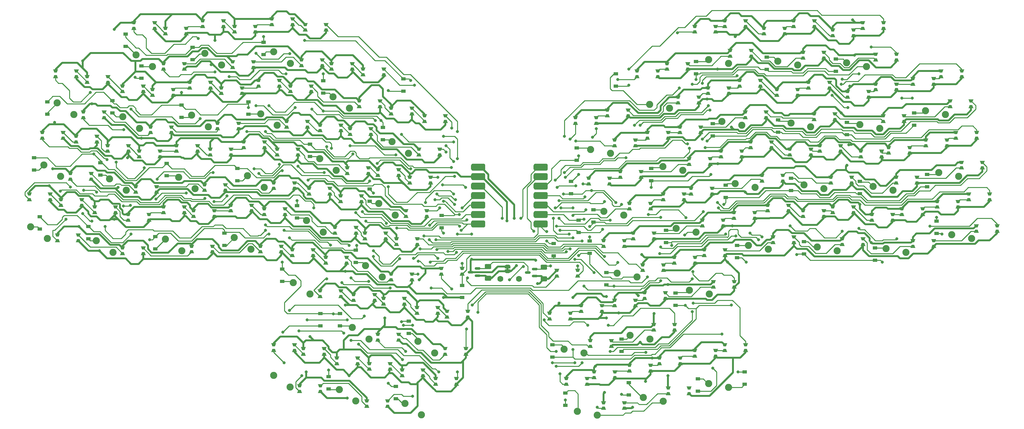
<source format=gbl>
G04 #@! TF.GenerationSoftware,KiCad,Pcbnew,(6.0.9)*
G04 #@! TF.CreationDate,2022-12-10T11:28:18+09:00*
G04 #@! TF.ProjectId,kidoairaku-swallowtail,6b69646f-6169-4726-916b-752d7377616c,rev?*
G04 #@! TF.SameCoordinates,Original*
G04 #@! TF.FileFunction,Copper,L2,Bot*
G04 #@! TF.FilePolarity,Positive*
%FSLAX46Y46*%
G04 Gerber Fmt 4.6, Leading zero omitted, Abs format (unit mm)*
G04 Created by KiCad (PCBNEW (6.0.9)) date 2022-12-10 11:28:18*
%MOMM*%
%LPD*%
G01*
G04 APERTURE LIST*
G04 Aperture macros list*
%AMRoundRect*
0 Rectangle with rounded corners*
0 $1 Rounding radius*
0 $2 $3 $4 $5 $6 $7 $8 $9 X,Y pos of 4 corners*
0 Add a 4 corners polygon primitive as box body*
4,1,4,$2,$3,$4,$5,$6,$7,$8,$9,$2,$3,0*
0 Add four circle primitives for the rounded corners*
1,1,$1+$1,$2,$3*
1,1,$1+$1,$4,$5*
1,1,$1+$1,$6,$7*
1,1,$1+$1,$8,$9*
0 Add four rect primitives between the rounded corners*
20,1,$1+$1,$2,$3,$4,$5,0*
20,1,$1+$1,$4,$5,$6,$7,0*
20,1,$1+$1,$6,$7,$8,$9,0*
20,1,$1+$1,$8,$9,$2,$3,0*%
%AMOutline4P*
0 Free polygon, 4 corners , with rotation*
0 The origin of the aperture is its center*
0 number of corners: always 4*
0 $1 to $8 corner X, Y*
0 $9 Rotation angle, in degrees counterclockwise*
0 create outline with 4 corners*
4,1,4,$1,$2,$3,$4,$5,$6,$7,$8,$1,$2,$9*%
%AMFreePoly0*
4,1,22,0.500000,-0.750000,0.000000,-0.750000,0.000000,-0.745033,-0.079941,-0.743568,-0.215256,-0.701293,-0.333266,-0.622738,-0.424486,-0.514219,-0.481581,-0.384460,-0.499164,-0.250000,-0.500000,-0.250000,-0.500000,0.250000,-0.499164,0.250000,-0.499963,0.256109,-0.478152,0.396186,-0.417904,0.524511,-0.324060,0.630769,-0.204165,0.706417,-0.067858,0.745374,0.000000,0.744959,0.000000,0.750000,
0.500000,0.750000,0.500000,-0.750000,0.500000,-0.750000,$1*%
%AMFreePoly1*
4,1,20,0.000000,0.744959,0.073905,0.744508,0.209726,0.703889,0.328688,0.626782,0.421226,0.519385,0.479903,0.390333,0.500000,0.250000,0.500000,-0.250000,0.499851,-0.262216,0.476331,-0.402017,0.414519,-0.529596,0.319384,-0.634700,0.198574,-0.708877,0.061801,-0.746166,0.000000,-0.745033,0.000000,-0.750000,-0.500000,-0.750000,-0.500000,0.750000,0.000000,0.750000,0.000000,0.744959,
0.000000,0.744959,$1*%
G04 Aperture macros list end*
G04 #@! TA.AperFunction,ComponentPad*
%ADD10C,1.600000*%
G04 #@! TD*
G04 #@! TA.AperFunction,SMDPad,CuDef*
%ADD11Outline4P,-0.350000X-0.410000X0.350000X-0.410000X0.650000X0.410000X-0.650000X0.410000X0.000000*%
G04 #@! TD*
G04 #@! TA.AperFunction,SMDPad,CuDef*
%ADD12Outline4P,-0.650000X-0.410000X0.650000X-0.410000X0.350000X0.410000X-0.350000X0.410000X180.000000*%
G04 #@! TD*
G04 #@! TA.AperFunction,SMDPad,CuDef*
%ADD13Outline4P,-0.350000X-0.410000X0.350000X-0.410000X0.650000X0.410000X-0.650000X0.410000X180.000000*%
G04 #@! TD*
G04 #@! TA.AperFunction,SMDPad,CuDef*
%ADD14Outline4P,-0.650000X-0.410000X0.650000X-0.410000X0.350000X0.410000X-0.350000X0.410000X0.000000*%
G04 #@! TD*
G04 #@! TA.AperFunction,ComponentPad*
%ADD15C,1.900000*%
G04 #@! TD*
G04 #@! TA.AperFunction,SMDPad,CuDef*
%ADD16R,1.200000X0.900000*%
G04 #@! TD*
G04 #@! TA.AperFunction,SMDPad,CuDef*
%ADD17FreePoly0,90.000000*%
G04 #@! TD*
G04 #@! TA.AperFunction,SMDPad,CuDef*
%ADD18FreePoly1,90.000000*%
G04 #@! TD*
G04 #@! TA.AperFunction,SMDPad,CuDef*
%ADD19RoundRect,0.150000X0.587500X0.150000X-0.587500X0.150000X-0.587500X-0.150000X0.587500X-0.150000X0*%
G04 #@! TD*
G04 #@! TA.AperFunction,SMDPad,CuDef*
%ADD20RoundRect,0.476250X1.428750X0.476250X-1.428750X0.476250X-1.428750X-0.476250X1.428750X-0.476250X0*%
G04 #@! TD*
G04 #@! TA.AperFunction,SMDPad,CuDef*
%ADD21RoundRect,0.476250X-1.428750X-0.476250X1.428750X-0.476250X1.428750X0.476250X-1.428750X0.476250X0*%
G04 #@! TD*
G04 #@! TA.AperFunction,SMDPad,CuDef*
%ADD22RoundRect,0.250000X0.625000X-0.400000X0.625000X0.400000X-0.625000X0.400000X-0.625000X-0.400000X0*%
G04 #@! TD*
G04 #@! TA.AperFunction,SMDPad,CuDef*
%ADD23RoundRect,0.250000X-0.625000X0.400000X-0.625000X-0.400000X0.625000X-0.400000X0.625000X0.400000X0*%
G04 #@! TD*
G04 #@! TA.AperFunction,ViaPad*
%ADD24C,0.800000*%
G04 #@! TD*
G04 #@! TA.AperFunction,Conductor*
%ADD25C,0.500000*%
G04 #@! TD*
G04 #@! TA.AperFunction,Conductor*
%ADD26C,0.254000*%
G04 #@! TD*
G04 APERTURE END LIST*
G04 #@! TO.C,JP1*
G36*
X147750000Y-110350000D02*
G01*
X147150000Y-110350000D01*
X147150000Y-109850000D01*
X147750000Y-109850000D01*
X147750000Y-110350000D01*
G37*
G04 #@! TD*
D10*
G04 #@! TO.P,C1,1*
G04 #@! TO.N,Net-(U1-Pad12)*
X150500000Y-112750000D03*
G04 #@! TO.P,C1,2*
G04 #@! TO.N,Net-(U1-Pad11)*
X145500000Y-112750000D03*
G04 #@! TD*
D11*
G04 #@! TO.P,D260,1,DOUT*
G04 #@! TO.N,unconnected-(D260-Pad1)*
X196155000Y-142050000D03*
D12*
G04 #@! TO.P,D260,2,VSS*
G04 #@! TO.N,GND*
X190555000Y-142050000D03*
D13*
G04 #@! TO.P,D260,3,DIN*
G04 #@! TO.N,Net-(D259-Pad1)*
X190555000Y-143550000D03*
D14*
G04 #@! TO.P,D260,4,VDD*
G04 #@! TO.N,VDD*
X196155000Y-143550000D03*
G04 #@! TD*
D11*
G04 #@! TO.P,D259,1,DOUT*
G04 #@! TO.N,Net-(D259-Pad1)*
X178800000Y-146000000D03*
D12*
G04 #@! TO.P,D259,2,VSS*
G04 #@! TO.N,GND*
X173200000Y-146000000D03*
D13*
G04 #@! TO.P,D259,3,DIN*
G04 #@! TO.N,Net-(D258-Pad1)*
X173200000Y-147500000D03*
D14*
G04 #@! TO.P,D259,4,VDD*
G04 #@! TO.N,VDD*
X178800000Y-147500000D03*
G04 #@! TD*
D11*
G04 #@! TO.P,D258,1,DOUT*
G04 #@! TO.N,Net-(D258-Pad1)*
X115300000Y-145500000D03*
D12*
G04 #@! TO.P,D258,2,VSS*
G04 #@! TO.N,GND*
X109700000Y-145500000D03*
D13*
G04 #@! TO.P,D258,3,DIN*
G04 #@! TO.N,Net-(D257-Pad1)*
X109700000Y-147000000D03*
D14*
G04 #@! TO.P,D258,4,VDD*
G04 #@! TO.N,VDD*
X115300000Y-147000000D03*
G04 #@! TD*
D11*
G04 #@! TO.P,D257,1,DOUT*
G04 #@! TO.N,Net-(D257-Pad1)*
X97300000Y-141500000D03*
D12*
G04 #@! TO.P,D257,2,VSS*
G04 #@! TO.N,GND*
X91700000Y-141500000D03*
D13*
G04 #@! TO.P,D257,3,DIN*
G04 #@! TO.N,Net-(D256-Pad1)*
X91700000Y-143000000D03*
D14*
G04 #@! TO.P,D257,4,VDD*
G04 #@! TO.N,VDD*
X97300000Y-143000000D03*
G04 #@! TD*
D11*
G04 #@! TO.P,D256,1,DOUT*
G04 #@! TO.N,Net-(D256-Pad1)*
X211300000Y-130500000D03*
D12*
G04 #@! TO.P,D256,2,VSS*
G04 #@! TO.N,GND*
X205700000Y-130500000D03*
D13*
G04 #@! TO.P,D256,3,DIN*
G04 #@! TO.N,Net-(D255-Pad1)*
X205700000Y-132000000D03*
D14*
G04 #@! TO.P,D256,4,VDD*
G04 #@! TO.N,VDD*
X211300000Y-132000000D03*
G04 #@! TD*
D11*
G04 #@! TO.P,D255,1,DOUT*
G04 #@! TO.N,Net-(D255-Pad1)*
X203300000Y-132000000D03*
D12*
G04 #@! TO.P,D255,2,VSS*
G04 #@! TO.N,GND*
X197700000Y-132000000D03*
D13*
G04 #@! TO.P,D255,3,DIN*
G04 #@! TO.N,Net-(D254-Pad1)*
X197700000Y-133500000D03*
D14*
G04 #@! TO.P,D255,4,VDD*
G04 #@! TO.N,VDD*
X203300000Y-133500000D03*
G04 #@! TD*
D11*
G04 #@! TO.P,D254,1,DOUT*
G04 #@! TO.N,Net-(D254-Pad1)*
X193800000Y-134000000D03*
D12*
G04 #@! TO.P,D254,2,VSS*
G04 #@! TO.N,GND*
X188200000Y-134000000D03*
D13*
G04 #@! TO.P,D254,3,DIN*
G04 #@! TO.N,Net-(D253-Pad1)*
X188200000Y-135500000D03*
D14*
G04 #@! TO.P,D254,4,VDD*
G04 #@! TO.N,VDD*
X193800000Y-135500000D03*
G04 #@! TD*
D11*
G04 #@! TO.P,D253,1,DOUT*
G04 #@! TO.N,Net-(D253-Pad1)*
X185800000Y-136000000D03*
D12*
G04 #@! TO.P,D253,2,VSS*
G04 #@! TO.N,GND*
X180200000Y-136000000D03*
D13*
G04 #@! TO.P,D253,3,DIN*
G04 #@! TO.N,Net-(D252-Pad1)*
X180200000Y-137500000D03*
D14*
G04 #@! TO.P,D253,4,VDD*
G04 #@! TO.N,VDD*
X185800000Y-137500000D03*
G04 #@! TD*
D11*
G04 #@! TO.P,D252,1,DOUT*
G04 #@! TO.N,Net-(D252-Pad1)*
X176300000Y-137750000D03*
D12*
G04 #@! TO.P,D252,2,VSS*
G04 #@! TO.N,GND*
X170700000Y-137750000D03*
D13*
G04 #@! TO.P,D252,3,DIN*
G04 #@! TO.N,Net-(D251-Pad1)*
X170700000Y-139250000D03*
D14*
G04 #@! TO.P,D252,4,VDD*
G04 #@! TO.N,VDD*
X176300000Y-139250000D03*
G04 #@! TD*
D11*
G04 #@! TO.P,D251,1,DOUT*
G04 #@! TO.N,Net-(D251-Pad1)*
X168800000Y-139500000D03*
D12*
G04 #@! TO.P,D251,2,VSS*
G04 #@! TO.N,GND*
X163200000Y-139500000D03*
D13*
G04 #@! TO.P,D251,3,DIN*
G04 #@! TO.N,Net-(D250-Pad1)*
X163200000Y-141000000D03*
D14*
G04 #@! TO.P,D251,4,VDD*
G04 #@! TO.N,VDD*
X168800000Y-141000000D03*
G04 #@! TD*
D11*
G04 #@! TO.P,D250,1,DOUT*
G04 #@! TO.N,Net-(D250-Pad1)*
X133800000Y-139500000D03*
D12*
G04 #@! TO.P,D250,2,VSS*
G04 #@! TO.N,GND*
X128200000Y-139500000D03*
D13*
G04 #@! TO.P,D250,3,DIN*
G04 #@! TO.N,Net-(D249-Pad1)*
X128200000Y-141000000D03*
D14*
G04 #@! TO.P,D250,4,VDD*
G04 #@! TO.N,VDD*
X133800000Y-141000000D03*
G04 #@! TD*
D11*
G04 #@! TO.P,D249,1,DOUT*
G04 #@! TO.N,Net-(D249-Pad1)*
X124800000Y-137250000D03*
D12*
G04 #@! TO.P,D249,2,VSS*
G04 #@! TO.N,GND*
X119200000Y-137250000D03*
D13*
G04 #@! TO.P,D249,3,DIN*
G04 #@! TO.N,Net-(D248-Pad1)*
X119200000Y-138750000D03*
D14*
G04 #@! TO.P,D249,4,VDD*
G04 #@! TO.N,VDD*
X124800000Y-138750000D03*
G04 #@! TD*
D11*
G04 #@! TO.P,D248,1,DOUT*
G04 #@! TO.N,Net-(D248-Pad1)*
X116000000Y-135500000D03*
D12*
G04 #@! TO.P,D248,2,VSS*
G04 #@! TO.N,GND*
X110400000Y-135500000D03*
D13*
G04 #@! TO.P,D248,3,DIN*
G04 #@! TO.N,Net-(D247-Pad1)*
X110400000Y-137000000D03*
D14*
G04 #@! TO.P,D248,4,VDD*
G04 #@! TO.N,VDD*
X116000000Y-137000000D03*
G04 #@! TD*
D11*
G04 #@! TO.P,D247,1,DOUT*
G04 #@! TO.N,Net-(D247-Pad1)*
X107300000Y-134000000D03*
D12*
G04 #@! TO.P,D247,2,VSS*
G04 #@! TO.N,GND*
X101700000Y-134000000D03*
D13*
G04 #@! TO.P,D247,3,DIN*
G04 #@! TO.N,Net-(D246-Pad1)*
X101700000Y-135500000D03*
D14*
G04 #@! TO.P,D247,4,VDD*
G04 #@! TO.N,VDD*
X107300000Y-135500000D03*
G04 #@! TD*
D11*
G04 #@! TO.P,D246,1,DOUT*
G04 #@! TO.N,Net-(D246-Pad1)*
X98300000Y-131500000D03*
D12*
G04 #@! TO.P,D246,2,VSS*
G04 #@! TO.N,GND*
X92700000Y-131500000D03*
D13*
G04 #@! TO.P,D246,3,DIN*
G04 #@! TO.N,Net-(D245-Pad1)*
X92700000Y-133000000D03*
D14*
G04 #@! TO.P,D246,4,VDD*
G04 #@! TO.N,VDD*
X98300000Y-133000000D03*
G04 #@! TD*
D11*
G04 #@! TO.P,D245,1,DOUT*
G04 #@! TO.N,Net-(D245-Pad1)*
X90300000Y-130500000D03*
D12*
G04 #@! TO.P,D245,2,VSS*
G04 #@! TO.N,GND*
X84700000Y-130500000D03*
D13*
G04 #@! TO.P,D245,3,DIN*
G04 #@! TO.N,Net-(D244-Pad1)*
X84700000Y-132000000D03*
D14*
G04 #@! TO.P,D245,4,VDD*
G04 #@! TO.N,VDD*
X90300000Y-132000000D03*
G04 #@! TD*
D11*
G04 #@! TO.P,D244,1,DOUT*
G04 #@! TO.N,Net-(D244-Pad1)*
X192300000Y-125000000D03*
D12*
G04 #@! TO.P,D244,2,VSS*
G04 #@! TO.N,GND*
X186700000Y-125000000D03*
D13*
G04 #@! TO.P,D244,3,DIN*
G04 #@! TO.N,Net-(D243-Pad1)*
X186700000Y-126500000D03*
D14*
G04 #@! TO.P,D244,4,VDD*
G04 #@! TO.N,VDD*
X192300000Y-126500000D03*
G04 #@! TD*
D11*
G04 #@! TO.P,D243,1,DOUT*
G04 #@! TO.N,Net-(D243-Pad1)*
X175300000Y-129350000D03*
D12*
G04 #@! TO.P,D243,2,VSS*
G04 #@! TO.N,GND*
X169700000Y-129350000D03*
D13*
G04 #@! TO.P,D243,3,DIN*
G04 #@! TO.N,Net-(D242-Pad1)*
X169700000Y-130850000D03*
D14*
G04 #@! TO.P,D243,4,VDD*
G04 #@! TO.N,VDD*
X175300000Y-130850000D03*
G04 #@! TD*
D11*
G04 #@! TO.P,D242,1,DOUT*
G04 #@! TO.N,Net-(D242-Pad1)*
X136300000Y-131500000D03*
D12*
G04 #@! TO.P,D242,2,VSS*
G04 #@! TO.N,GND*
X130700000Y-131500000D03*
D13*
G04 #@! TO.P,D242,3,DIN*
G04 #@! TO.N,Net-(D241-Pad1)*
X130700000Y-133000000D03*
D14*
G04 #@! TO.P,D242,4,VDD*
G04 #@! TO.N,VDD*
X136300000Y-133000000D03*
G04 #@! TD*
D11*
G04 #@! TO.P,D241,1,DOUT*
G04 #@! TO.N,Net-(D241-Pad1)*
X118300000Y-127650000D03*
D12*
G04 #@! TO.P,D241,2,VSS*
G04 #@! TO.N,GND*
X112700000Y-127650000D03*
D13*
G04 #@! TO.P,D241,3,DIN*
G04 #@! TO.N,Net-(D240-Pad1)*
X112700000Y-129150000D03*
D14*
G04 #@! TO.P,D241,4,VDD*
G04 #@! TO.N,VDD*
X118300000Y-129150000D03*
G04 #@! TD*
D11*
G04 #@! TO.P,D240,1,DOUT*
G04 #@! TO.N,Net-(D240-Pad1)*
X208300000Y-113500000D03*
D12*
G04 #@! TO.P,D240,2,VSS*
G04 #@! TO.N,GND*
X202700000Y-113500000D03*
D13*
G04 #@! TO.P,D240,3,DIN*
G04 #@! TO.N,Net-(D239-Pad1)*
X202700000Y-115000000D03*
D14*
G04 #@! TO.P,D240,4,VDD*
G04 #@! TO.N,VDD*
X208300000Y-115000000D03*
G04 #@! TD*
D11*
G04 #@! TO.P,D239,1,DOUT*
G04 #@! TO.N,Net-(D239-Pad1)*
X189800000Y-116500000D03*
D12*
G04 #@! TO.P,D239,2,VSS*
G04 #@! TO.N,GND*
X184200000Y-116500000D03*
D13*
G04 #@! TO.P,D239,3,DIN*
G04 #@! TO.N,Net-(D238-Pad1)*
X184200000Y-118000000D03*
D14*
G04 #@! TO.P,D239,4,VDD*
G04 #@! TO.N,VDD*
X189800000Y-118000000D03*
G04 #@! TD*
D11*
G04 #@! TO.P,D238,1,DOUT*
G04 #@! TO.N,Net-(D238-Pad1)*
X181800000Y-118500000D03*
D12*
G04 #@! TO.P,D238,2,VSS*
G04 #@! TO.N,GND*
X176200000Y-118500000D03*
D13*
G04 #@! TO.P,D238,3,DIN*
G04 #@! TO.N,Net-(D237-Pad1)*
X176200000Y-120000000D03*
D14*
G04 #@! TO.P,D238,4,VDD*
G04 #@! TO.N,VDD*
X181800000Y-120000000D03*
G04 #@! TD*
D11*
G04 #@! TO.P,D237,1,DOUT*
G04 #@! TO.N,Net-(D237-Pad1)*
X172800000Y-120000000D03*
D12*
G04 #@! TO.P,D237,2,VSS*
G04 #@! TO.N,GND*
X167200000Y-120000000D03*
D13*
G04 #@! TO.P,D237,3,DIN*
G04 #@! TO.N,Net-(D236-Pad1)*
X167200000Y-121500000D03*
D14*
G04 #@! TO.P,D237,4,VDD*
G04 #@! TO.N,VDD*
X172800000Y-121500000D03*
G04 #@! TD*
D11*
G04 #@! TO.P,D236,1,DOUT*
G04 #@! TO.N,Net-(D236-Pad1)*
X164300000Y-122000000D03*
D12*
G04 #@! TO.P,D236,2,VSS*
G04 #@! TO.N,GND*
X158700000Y-122000000D03*
D13*
G04 #@! TO.P,D236,3,DIN*
G04 #@! TO.N,Net-(D235-Pad1)*
X158700000Y-123500000D03*
D14*
G04 #@! TO.P,D236,4,VDD*
G04 #@! TO.N,VDD*
X164300000Y-123500000D03*
G04 #@! TD*
D11*
G04 #@! TO.P,D235,1,DOUT*
G04 #@! TO.N,Net-(D235-Pad1)*
X136800000Y-121500000D03*
D12*
G04 #@! TO.P,D235,2,VSS*
G04 #@! TO.N,GND*
X131200000Y-121500000D03*
D13*
G04 #@! TO.P,D235,3,DIN*
G04 #@! TO.N,Net-(D234-Pad1)*
X131200000Y-123000000D03*
D14*
G04 #@! TO.P,D235,4,VDD*
G04 #@! TO.N,VDD*
X136800000Y-123000000D03*
G04 #@! TD*
D11*
G04 #@! TO.P,D234,1,DOUT*
G04 #@! TO.N,Net-(D234-Pad1)*
X128800000Y-120500000D03*
D12*
G04 #@! TO.P,D234,2,VSS*
G04 #@! TO.N,GND*
X123200000Y-120500000D03*
D13*
G04 #@! TO.P,D234,3,DIN*
G04 #@! TO.N,Net-(D233-Pad1)*
X123200000Y-122000000D03*
D14*
G04 #@! TO.P,D234,4,VDD*
G04 #@! TO.N,VDD*
X128800000Y-122000000D03*
G04 #@! TD*
D11*
G04 #@! TO.P,D233,1,DOUT*
G04 #@! TO.N,Net-(D233-Pad1)*
X119800000Y-118000000D03*
D12*
G04 #@! TO.P,D233,2,VSS*
G04 #@! TO.N,GND*
X114200000Y-118000000D03*
D13*
G04 #@! TO.P,D233,3,DIN*
G04 #@! TO.N,Net-(D232-Pad1)*
X114200000Y-119500000D03*
D14*
G04 #@! TO.P,D233,4,VDD*
G04 #@! TO.N,VDD*
X119800000Y-119500000D03*
G04 #@! TD*
D11*
G04 #@! TO.P,D232,1,DOUT*
G04 #@! TO.N,Net-(D232-Pad1)*
X111800000Y-117000000D03*
D12*
G04 #@! TO.P,D232,2,VSS*
G04 #@! TO.N,GND*
X106200000Y-117000000D03*
D13*
G04 #@! TO.P,D232,3,DIN*
G04 #@! TO.N,Net-(D231-Pad1)*
X106200000Y-118500000D03*
D14*
G04 #@! TO.P,D232,4,VDD*
G04 #@! TO.N,VDD*
X111800000Y-118500000D03*
G04 #@! TD*
D11*
G04 #@! TO.P,D231,1,DOUT*
G04 #@! TO.N,Net-(D231-Pad1)*
X102800000Y-116000000D03*
D12*
G04 #@! TO.P,D231,2,VSS*
G04 #@! TO.N,GND*
X97200000Y-116000000D03*
D13*
G04 #@! TO.P,D231,3,DIN*
G04 #@! TO.N,Net-(D230-Pad1)*
X97200000Y-117500000D03*
D14*
G04 #@! TO.P,D231,4,VDD*
G04 #@! TO.N,VDD*
X102800000Y-117500000D03*
G04 #@! TD*
D11*
G04 #@! TO.P,D230,1,DOUT*
G04 #@! TO.N,Net-(D230-Pad1)*
X278800000Y-98500000D03*
D12*
G04 #@! TO.P,D230,2,VSS*
G04 #@! TO.N,GND*
X273200000Y-98500000D03*
D13*
G04 #@! TO.P,D230,3,DIN*
G04 #@! TO.N,Net-(D229-Pad1)*
X273200000Y-100000000D03*
D14*
G04 #@! TO.P,D230,4,VDD*
G04 #@! TO.N,VDD*
X278800000Y-100000000D03*
G04 #@! TD*
D11*
G04 #@! TO.P,D229,1,DOUT*
G04 #@! TO.N,Net-(D229-Pad1)*
X261800000Y-102500000D03*
D12*
G04 #@! TO.P,D229,2,VSS*
G04 #@! TO.N,GND*
X256200000Y-102500000D03*
D13*
G04 #@! TO.P,D229,3,DIN*
G04 #@! TO.N,Net-(D228-Pad1)*
X256200000Y-104000000D03*
D14*
G04 #@! TO.P,D229,4,VDD*
G04 #@! TO.N,VDD*
X261800000Y-104000000D03*
G04 #@! TD*
D11*
G04 #@! TO.P,D228,1,DOUT*
G04 #@! TO.N,Net-(D228-Pad1)*
X242800000Y-102000000D03*
D12*
G04 #@! TO.P,D228,2,VSS*
G04 #@! TO.N,GND*
X237200000Y-102000000D03*
D13*
G04 #@! TO.P,D228,3,DIN*
G04 #@! TO.N,Net-(D227-Pad1)*
X237200000Y-103500000D03*
D14*
G04 #@! TO.P,D228,4,VDD*
G04 #@! TO.N,VDD*
X242800000Y-103500000D03*
G04 #@! TD*
D11*
G04 #@! TO.P,D227,1,DOUT*
G04 #@! TO.N,Net-(D227-Pad1)*
X224300000Y-101500000D03*
D12*
G04 #@! TO.P,D227,2,VSS*
G04 #@! TO.N,GND*
X218700000Y-101500000D03*
D13*
G04 #@! TO.P,D227,3,DIN*
G04 #@! TO.N,Net-(D226-Pad1)*
X218700000Y-103000000D03*
D14*
G04 #@! TO.P,D227,4,VDD*
G04 #@! TO.N,VDD*
X224300000Y-103000000D03*
G04 #@! TD*
D11*
G04 #@! TO.P,D226,1,DOUT*
G04 #@! TO.N,Net-(D226-Pad1)*
X205800000Y-105000000D03*
D12*
G04 #@! TO.P,D226,2,VSS*
G04 #@! TO.N,GND*
X200200000Y-105000000D03*
D13*
G04 #@! TO.P,D226,3,DIN*
G04 #@! TO.N,Net-(D225-Pad1)*
X200200000Y-106500000D03*
D14*
G04 #@! TO.P,D226,4,VDD*
G04 #@! TO.N,VDD*
X205800000Y-106500000D03*
G04 #@! TD*
D11*
G04 #@! TO.P,D225,1,DOUT*
G04 #@! TO.N,Net-(D225-Pad1)*
X197800000Y-107000000D03*
D12*
G04 #@! TO.P,D225,2,VSS*
G04 #@! TO.N,GND*
X192200000Y-107000000D03*
D13*
G04 #@! TO.P,D225,3,DIN*
G04 #@! TO.N,Net-(D224-Pad1)*
X192200000Y-108500000D03*
D14*
G04 #@! TO.P,D225,4,VDD*
G04 #@! TO.N,VDD*
X197800000Y-108500000D03*
G04 #@! TD*
D11*
G04 #@! TO.P,D224,1,DOUT*
G04 #@! TO.N,Net-(D224-Pad1)*
X189300000Y-109000000D03*
D12*
G04 #@! TO.P,D224,2,VSS*
G04 #@! TO.N,GND*
X183700000Y-109000000D03*
D13*
G04 #@! TO.P,D224,3,DIN*
G04 #@! TO.N,Net-(D223-Pad1)*
X183700000Y-110500000D03*
D14*
G04 #@! TO.P,D224,4,VDD*
G04 #@! TO.N,VDD*
X189300000Y-110500000D03*
G04 #@! TD*
D11*
G04 #@! TO.P,D223,1,DOUT*
G04 #@! TO.N,Net-(D223-Pad1)*
X121800000Y-111500000D03*
D12*
G04 #@! TO.P,D223,2,VSS*
G04 #@! TO.N,GND*
X116200000Y-111500000D03*
D13*
G04 #@! TO.P,D223,3,DIN*
G04 #@! TO.N,Net-(D222-Pad1)*
X116200000Y-113000000D03*
D14*
G04 #@! TO.P,D223,4,VDD*
G04 #@! TO.N,VDD*
X121800000Y-113000000D03*
G04 #@! TD*
D11*
G04 #@! TO.P,D222,1,DOUT*
G04 #@! TO.N,Net-(D222-Pad1)*
X104300000Y-107000000D03*
D12*
G04 #@! TO.P,D222,2,VSS*
G04 #@! TO.N,GND*
X98700000Y-107000000D03*
D13*
G04 #@! TO.P,D222,3,DIN*
G04 #@! TO.N,Net-(D221-Pad1)*
X98700000Y-108500000D03*
D14*
G04 #@! TO.P,D222,4,VDD*
G04 #@! TO.N,VDD*
X104300000Y-108500000D03*
G04 #@! TD*
D11*
G04 #@! TO.P,D221,1,DOUT*
G04 #@! TO.N,Net-(D221-Pad1)*
X95300000Y-105000000D03*
D12*
G04 #@! TO.P,D221,2,VSS*
G04 #@! TO.N,GND*
X89700000Y-105000000D03*
D13*
G04 #@! TO.P,D221,3,DIN*
G04 #@! TO.N,Net-(D220-Pad1)*
X89700000Y-106500000D03*
D14*
G04 #@! TO.P,D221,4,VDD*
G04 #@! TO.N,VDD*
X95300000Y-106500000D03*
G04 #@! TD*
D11*
G04 #@! TO.P,D220,1,DOUT*
G04 #@! TO.N,Net-(D220-Pad1)*
X86800000Y-104000000D03*
D12*
G04 #@! TO.P,D220,2,VSS*
G04 #@! TO.N,GND*
X81200000Y-104000000D03*
D13*
G04 #@! TO.P,D220,3,DIN*
G04 #@! TO.N,Net-(D219-Pad1)*
X81200000Y-105500000D03*
D14*
G04 #@! TO.P,D220,4,VDD*
G04 #@! TO.N,VDD*
X86800000Y-105500000D03*
G04 #@! TD*
D11*
G04 #@! TO.P,D219,1,DOUT*
G04 #@! TO.N,Net-(D219-Pad1)*
X68300000Y-104000000D03*
D12*
G04 #@! TO.P,D219,2,VSS*
G04 #@! TO.N,GND*
X62700000Y-104000000D03*
D13*
G04 #@! TO.P,D219,3,DIN*
G04 #@! TO.N,Net-(D218-Pad1)*
X62700000Y-105500000D03*
D14*
G04 #@! TO.P,D219,4,VDD*
G04 #@! TO.N,VDD*
X68300000Y-105500000D03*
G04 #@! TD*
D11*
G04 #@! TO.P,D218,1,DOUT*
G04 #@! TO.N,Net-(D218-Pad1)*
X49800000Y-104500000D03*
D12*
G04 #@! TO.P,D218,2,VSS*
G04 #@! TO.N,GND*
X44200000Y-104500000D03*
D13*
G04 #@! TO.P,D218,3,DIN*
G04 #@! TO.N,Net-(D217-Pad1)*
X44200000Y-106000000D03*
D14*
G04 #@! TO.P,D218,4,VDD*
G04 #@! TO.N,VDD*
X49800000Y-106000000D03*
G04 #@! TD*
D11*
G04 #@! TO.P,D217,1,DOUT*
G04 #@! TO.N,Net-(D217-Pad1)*
X32300000Y-101000000D03*
D12*
G04 #@! TO.P,D217,2,VSS*
G04 #@! TO.N,GND*
X26700000Y-101000000D03*
D13*
G04 #@! TO.P,D217,3,DIN*
G04 #@! TO.N,Net-(D216-Pad1)*
X26700000Y-102500000D03*
D14*
G04 #@! TO.P,D217,4,VDD*
G04 #@! TO.N,VDD*
X32300000Y-102500000D03*
G04 #@! TD*
D11*
G04 #@! TO.P,D216,1,DOUT*
G04 #@! TO.N,Net-(D216-Pad1)*
X276800000Y-90000000D03*
D12*
G04 #@! TO.P,D216,2,VSS*
G04 #@! TO.N,GND*
X271200000Y-90000000D03*
D13*
G04 #@! TO.P,D216,3,DIN*
G04 #@! TO.N,Net-(D215-Pad1)*
X271200000Y-91500000D03*
D14*
G04 #@! TO.P,D216,4,VDD*
G04 #@! TO.N,VDD*
X276800000Y-91500000D03*
G04 #@! TD*
D11*
G04 #@! TO.P,D215,1,DOUT*
G04 #@! TO.N,Net-(D215-Pad1)*
X268300000Y-92000000D03*
D12*
G04 #@! TO.P,D215,2,VSS*
G04 #@! TO.N,GND*
X262700000Y-92000000D03*
D13*
G04 #@! TO.P,D215,3,DIN*
G04 #@! TO.N,Net-(D214-Pad1)*
X262700000Y-93500000D03*
D14*
G04 #@! TO.P,D215,4,VDD*
G04 #@! TO.N,VDD*
X268300000Y-93500000D03*
G04 #@! TD*
D11*
G04 #@! TO.P,D214,1,DOUT*
G04 #@! TO.N,Net-(D214-Pad1)*
X258800000Y-94000000D03*
D12*
G04 #@! TO.P,D214,2,VSS*
G04 #@! TO.N,GND*
X253200000Y-94000000D03*
D13*
G04 #@! TO.P,D214,3,DIN*
G04 #@! TO.N,Net-(D213-Pad1)*
X253200000Y-95500000D03*
D14*
G04 #@! TO.P,D214,4,VDD*
G04 #@! TO.N,VDD*
X258800000Y-95500000D03*
G04 #@! TD*
D11*
G04 #@! TO.P,D213,1,DOUT*
G04 #@! TO.N,Net-(D213-Pad1)*
X250800000Y-95500000D03*
D12*
G04 #@! TO.P,D213,2,VSS*
G04 #@! TO.N,GND*
X245200000Y-95500000D03*
D13*
G04 #@! TO.P,D213,3,DIN*
G04 #@! TO.N,Net-(D212-Pad1)*
X245200000Y-97000000D03*
D14*
G04 #@! TO.P,D213,4,VDD*
G04 #@! TO.N,VDD*
X250800000Y-97000000D03*
G04 #@! TD*
D11*
G04 #@! TO.P,D212,1,DOUT*
G04 #@! TO.N,Net-(D212-Pad1)*
X240300000Y-93500000D03*
D12*
G04 #@! TO.P,D212,2,VSS*
G04 #@! TO.N,GND*
X234700000Y-93500000D03*
D13*
G04 #@! TO.P,D212,3,DIN*
G04 #@! TO.N,Net-(D211-Pad1)*
X234700000Y-95000000D03*
D14*
G04 #@! TO.P,D212,4,VDD*
G04 #@! TO.N,VDD*
X240300000Y-95000000D03*
G04 #@! TD*
D11*
G04 #@! TO.P,D211,1,DOUT*
G04 #@! TO.N,Net-(D211-Pad1)*
X232300000Y-94500000D03*
D12*
G04 #@! TO.P,D211,2,VSS*
G04 #@! TO.N,GND*
X226700000Y-94500000D03*
D13*
G04 #@! TO.P,D211,3,DIN*
G04 #@! TO.N,Net-(D210-Pad1)*
X226700000Y-96000000D03*
D14*
G04 #@! TO.P,D211,4,VDD*
G04 #@! TO.N,VDD*
X232300000Y-96000000D03*
G04 #@! TD*
D11*
G04 #@! TO.P,D210,1,DOUT*
G04 #@! TO.N,Net-(D210-Pad1)*
X222800000Y-93000000D03*
D12*
G04 #@! TO.P,D210,2,VSS*
G04 #@! TO.N,GND*
X217200000Y-93000000D03*
D13*
G04 #@! TO.P,D210,3,DIN*
G04 #@! TO.N,Net-(D209-Pad1)*
X217200000Y-94500000D03*
D14*
G04 #@! TO.P,D210,4,VDD*
G04 #@! TO.N,VDD*
X222800000Y-94500000D03*
G04 #@! TD*
D11*
G04 #@! TO.P,D209,1,DOUT*
G04 #@! TO.N,Net-(D209-Pad1)*
X213800000Y-95000000D03*
D12*
G04 #@! TO.P,D209,2,VSS*
G04 #@! TO.N,GND*
X208200000Y-95000000D03*
D13*
G04 #@! TO.P,D209,3,DIN*
G04 #@! TO.N,Net-(D208-Pad1)*
X208200000Y-96500000D03*
D14*
G04 #@! TO.P,D209,4,VDD*
G04 #@! TO.N,VDD*
X213800000Y-96500000D03*
G04 #@! TD*
D11*
G04 #@! TO.P,D208,1,DOUT*
G04 #@! TO.N,Net-(D208-Pad1)*
X205300000Y-97000000D03*
D12*
G04 #@! TO.P,D208,2,VSS*
G04 #@! TO.N,GND*
X199700000Y-97000000D03*
D13*
G04 #@! TO.P,D208,3,DIN*
G04 #@! TO.N,Net-(D207-Pad1)*
X199700000Y-98500000D03*
D14*
G04 #@! TO.P,D208,4,VDD*
G04 #@! TO.N,VDD*
X205300000Y-98500000D03*
G04 #@! TD*
D11*
G04 #@! TO.P,D207,1,DOUT*
G04 #@! TO.N,Net-(D207-Pad1)*
X186800000Y-100500000D03*
D12*
G04 #@! TO.P,D207,2,VSS*
G04 #@! TO.N,GND*
X181200000Y-100500000D03*
D13*
G04 #@! TO.P,D207,3,DIN*
G04 #@! TO.N,Net-(D206-Pad1)*
X181200000Y-102000000D03*
D14*
G04 #@! TO.P,D207,4,VDD*
G04 #@! TO.N,VDD*
X186800000Y-102000000D03*
G04 #@! TD*
D11*
G04 #@! TO.P,D206,1,DOUT*
G04 #@! TO.N,Net-(D206-Pad1)*
X178800000Y-102500000D03*
D12*
G04 #@! TO.P,D206,2,VSS*
G04 #@! TO.N,GND*
X173200000Y-102500000D03*
D13*
G04 #@! TO.P,D206,3,DIN*
G04 #@! TO.N,Net-(D205-Pad1)*
X173200000Y-104000000D03*
D14*
G04 #@! TO.P,D206,4,VDD*
G04 #@! TO.N,VDD*
X178800000Y-104000000D03*
G04 #@! TD*
D11*
G04 #@! TO.P,D205,1,DOUT*
G04 #@! TO.N,Net-(D205-Pad1)*
X123300000Y-102000000D03*
D12*
G04 #@! TO.P,D205,2,VSS*
G04 #@! TO.N,GND*
X117700000Y-102000000D03*
D13*
G04 #@! TO.P,D205,3,DIN*
G04 #@! TO.N,Net-(D204-Pad1)*
X117700000Y-103500000D03*
D14*
G04 #@! TO.P,D205,4,VDD*
G04 #@! TO.N,VDD*
X123300000Y-103500000D03*
G04 #@! TD*
D11*
G04 #@! TO.P,D204,1,DOUT*
G04 #@! TO.N,Net-(D204-Pad1)*
X114800000Y-100500000D03*
D12*
G04 #@! TO.P,D204,2,VSS*
G04 #@! TO.N,GND*
X109200000Y-100500000D03*
D13*
G04 #@! TO.P,D204,3,DIN*
G04 #@! TO.N,Net-(D203-Pad1)*
X109200000Y-102000000D03*
D14*
G04 #@! TO.P,D204,4,VDD*
G04 #@! TO.N,VDD*
X114800000Y-102000000D03*
G04 #@! TD*
D11*
G04 #@! TO.P,D203,1,DOUT*
G04 #@! TO.N,Net-(D203-Pad1)*
X106800000Y-99000000D03*
D12*
G04 #@! TO.P,D203,2,VSS*
G04 #@! TO.N,GND*
X101200000Y-99000000D03*
D13*
G04 #@! TO.P,D203,3,DIN*
G04 #@! TO.N,Net-(D202-Pad1)*
X101200000Y-100500000D03*
D14*
G04 #@! TO.P,D203,4,VDD*
G04 #@! TO.N,VDD*
X106800000Y-100500000D03*
G04 #@! TD*
D11*
G04 #@! TO.P,D202,1,DOUT*
G04 #@! TO.N,Net-(D202-Pad1)*
X87800000Y-94000000D03*
D12*
G04 #@! TO.P,D202,2,VSS*
G04 #@! TO.N,GND*
X82200000Y-94000000D03*
D13*
G04 #@! TO.P,D202,3,DIN*
G04 #@! TO.N,Net-(D201-Pad1)*
X82200000Y-95500000D03*
D14*
G04 #@! TO.P,D202,4,VDD*
G04 #@! TO.N,VDD*
X87800000Y-95500000D03*
G04 #@! TD*
D11*
G04 #@! TO.P,D201,1,DOUT*
G04 #@! TO.N,Net-(D201-Pad1)*
X78800000Y-93000000D03*
D12*
G04 #@! TO.P,D201,2,VSS*
G04 #@! TO.N,GND*
X73200000Y-93000000D03*
D13*
G04 #@! TO.P,D201,3,DIN*
G04 #@! TO.N,Net-(D200-Pad1)*
X73200000Y-94500000D03*
D14*
G04 #@! TO.P,D201,4,VDD*
G04 #@! TO.N,VDD*
X78800000Y-94500000D03*
G04 #@! TD*
D11*
G04 #@! TO.P,D200,1,DOUT*
G04 #@! TO.N,Net-(D200-Pad1)*
X68800000Y-94500000D03*
D12*
G04 #@! TO.P,D200,2,VSS*
G04 #@! TO.N,GND*
X63200000Y-94500000D03*
D13*
G04 #@! TO.P,D200,3,DIN*
G04 #@! TO.N,Net-(D199-Pad1)*
X63200000Y-96000000D03*
D14*
G04 #@! TO.P,D200,4,VDD*
G04 #@! TO.N,VDD*
X68800000Y-96000000D03*
G04 #@! TD*
D11*
G04 #@! TO.P,D199,1,DOUT*
G04 #@! TO.N,Net-(D199-Pad1)*
X60800000Y-93500000D03*
D12*
G04 #@! TO.P,D199,2,VSS*
G04 #@! TO.N,GND*
X55200000Y-93500000D03*
D13*
G04 #@! TO.P,D199,3,DIN*
G04 #@! TO.N,Net-(D198-Pad1)*
X55200000Y-95000000D03*
D14*
G04 #@! TO.P,D199,4,VDD*
G04 #@! TO.N,VDD*
X60800000Y-95000000D03*
G04 #@! TD*
D11*
G04 #@! TO.P,D198,1,DOUT*
G04 #@! TO.N,Net-(D198-Pad1)*
X51300000Y-95500000D03*
D12*
G04 #@! TO.P,D198,2,VSS*
G04 #@! TO.N,GND*
X45700000Y-95500000D03*
D13*
G04 #@! TO.P,D198,3,DIN*
G04 #@! TO.N,Net-(D197-Pad1)*
X45700000Y-97000000D03*
D14*
G04 #@! TO.P,D198,4,VDD*
G04 #@! TO.N,VDD*
X51300000Y-97000000D03*
G04 #@! TD*
D11*
G04 #@! TO.P,D197,1,DOUT*
G04 #@! TO.N,Net-(D197-Pad1)*
X42300000Y-93500000D03*
D12*
G04 #@! TO.P,D197,2,VSS*
G04 #@! TO.N,GND*
X36700000Y-93500000D03*
D13*
G04 #@! TO.P,D197,3,DIN*
G04 #@! TO.N,Net-(D196-Pad1)*
X36700000Y-95000000D03*
D14*
G04 #@! TO.P,D197,4,VDD*
G04 #@! TO.N,VDD*
X42300000Y-95000000D03*
G04 #@! TD*
D11*
G04 #@! TO.P,D196,1,DOUT*
G04 #@! TO.N,Net-(D196-Pad1)*
X33300000Y-91500000D03*
D12*
G04 #@! TO.P,D196,2,VSS*
G04 #@! TO.N,GND*
X27700000Y-91500000D03*
D13*
G04 #@! TO.P,D196,3,DIN*
G04 #@! TO.N,Net-(D195-Pad1)*
X27700000Y-93000000D03*
D14*
G04 #@! TO.P,D196,4,VDD*
G04 #@! TO.N,VDD*
X33300000Y-93000000D03*
G04 #@! TD*
D11*
G04 #@! TO.P,D195,1,DOUT*
G04 #@! TO.N,Net-(D195-Pad1)*
X24800000Y-90000000D03*
D12*
G04 #@! TO.P,D195,2,VSS*
G04 #@! TO.N,GND*
X19200000Y-90000000D03*
D13*
G04 #@! TO.P,D195,3,DIN*
G04 #@! TO.N,Net-(D194-Pad1)*
X19200000Y-91500000D03*
D14*
G04 #@! TO.P,D195,4,VDD*
G04 #@! TO.N,VDD*
X24800000Y-91500000D03*
G04 #@! TD*
D11*
G04 #@! TO.P,D194,1,DOUT*
G04 #@! TO.N,Net-(D194-Pad1)*
X274800000Y-81500000D03*
D12*
G04 #@! TO.P,D194,2,VSS*
G04 #@! TO.N,GND*
X269200000Y-81500000D03*
D13*
G04 #@! TO.P,D194,3,DIN*
G04 #@! TO.N,Net-(D193-Pad1)*
X269200000Y-83000000D03*
D14*
G04 #@! TO.P,D194,4,VDD*
G04 #@! TO.N,VDD*
X274800000Y-83000000D03*
G04 #@! TD*
D11*
G04 #@! TO.P,D193,1,DOUT*
G04 #@! TO.N,Net-(D193-Pad1)*
X257300000Y-85500000D03*
D12*
G04 #@! TO.P,D193,2,VSS*
G04 #@! TO.N,GND*
X251700000Y-85500000D03*
D13*
G04 #@! TO.P,D193,3,DIN*
G04 #@! TO.N,Net-(D192-Pad1)*
X251700000Y-87000000D03*
D14*
G04 #@! TO.P,D193,4,VDD*
G04 #@! TO.N,VDD*
X257300000Y-87000000D03*
G04 #@! TD*
D11*
G04 #@! TO.P,D192,1,DOUT*
G04 #@! TO.N,Net-(D192-Pad1)*
X239800000Y-85500000D03*
D12*
G04 #@! TO.P,D192,2,VSS*
G04 #@! TO.N,GND*
X234200000Y-85500000D03*
D13*
G04 #@! TO.P,D192,3,DIN*
G04 #@! TO.N,Net-(D191-Pad1)*
X234200000Y-87000000D03*
D14*
G04 #@! TO.P,D192,4,VDD*
G04 #@! TO.N,VDD*
X239800000Y-87000000D03*
G04 #@! TD*
D11*
G04 #@! TO.P,D191,1,DOUT*
G04 #@! TO.N,Net-(D191-Pad1)*
X221300000Y-85000000D03*
D12*
G04 #@! TO.P,D191,2,VSS*
G04 #@! TO.N,GND*
X215700000Y-85000000D03*
D13*
G04 #@! TO.P,D191,3,DIN*
G04 #@! TO.N,Net-(D190-Pad1)*
X215700000Y-86500000D03*
D14*
G04 #@! TO.P,D191,4,VDD*
G04 #@! TO.N,VDD*
X221300000Y-86500000D03*
G04 #@! TD*
D11*
G04 #@! TO.P,D190,1,DOUT*
G04 #@! TO.N,Net-(D190-Pad1)*
X202300000Y-88500000D03*
D12*
G04 #@! TO.P,D190,2,VSS*
G04 #@! TO.N,GND*
X196700000Y-88500000D03*
D13*
G04 #@! TO.P,D190,3,DIN*
G04 #@! TO.N,Net-(D189-Pad1)*
X196700000Y-90000000D03*
D14*
G04 #@! TO.P,D190,4,VDD*
G04 #@! TO.N,VDD*
X202300000Y-90000000D03*
G04 #@! TD*
D11*
G04 #@! TO.P,D189,1,DOUT*
G04 #@! TO.N,Net-(D189-Pad1)*
X194800000Y-90000000D03*
D12*
G04 #@! TO.P,D189,2,VSS*
G04 #@! TO.N,GND*
X189200000Y-90000000D03*
D13*
G04 #@! TO.P,D189,3,DIN*
G04 #@! TO.N,Net-(D188-Pad1)*
X189200000Y-91500000D03*
D14*
G04 #@! TO.P,D189,4,VDD*
G04 #@! TO.N,VDD*
X194800000Y-91500000D03*
G04 #@! TD*
D11*
G04 #@! TO.P,D188,1,DOUT*
G04 #@! TO.N,Net-(D188-Pad1)*
X185800000Y-92500000D03*
D12*
G04 #@! TO.P,D188,2,VSS*
G04 #@! TO.N,GND*
X180200000Y-92500000D03*
D13*
G04 #@! TO.P,D188,3,DIN*
G04 #@! TO.N,Net-(D187-Pad1)*
X180200000Y-94000000D03*
D14*
G04 #@! TO.P,D188,4,VDD*
G04 #@! TO.N,VDD*
X185800000Y-94000000D03*
G04 #@! TD*
D11*
G04 #@! TO.P,D187,1,DOUT*
G04 #@! TO.N,Net-(D187-Pad1)*
X125800000Y-94500000D03*
D12*
G04 #@! TO.P,D187,2,VSS*
G04 #@! TO.N,GND*
X120200000Y-94500000D03*
D13*
G04 #@! TO.P,D187,3,DIN*
G04 #@! TO.N,Net-(D186-Pad1)*
X120200000Y-96000000D03*
D14*
G04 #@! TO.P,D187,4,VDD*
G04 #@! TO.N,VDD*
X125800000Y-96000000D03*
G04 #@! TD*
D11*
G04 #@! TO.P,D186,1,DOUT*
G04 #@! TO.N,Net-(D186-Pad1)*
X108300000Y-90500000D03*
D12*
G04 #@! TO.P,D186,2,VSS*
G04 #@! TO.N,GND*
X102700000Y-90500000D03*
D13*
G04 #@! TO.P,D186,3,DIN*
G04 #@! TO.N,Net-(D185-Pad1)*
X102700000Y-92000000D03*
D14*
G04 #@! TO.P,D186,4,VDD*
G04 #@! TO.N,VDD*
X108300000Y-92000000D03*
G04 #@! TD*
D11*
G04 #@! TO.P,D185,1,DOUT*
G04 #@! TO.N,Net-(D185-Pad1)*
X99800000Y-88500000D03*
D12*
G04 #@! TO.P,D185,2,VSS*
G04 #@! TO.N,GND*
X94200000Y-88500000D03*
D13*
G04 #@! TO.P,D185,3,DIN*
G04 #@! TO.N,Net-(D184-Pad1)*
X94200000Y-90000000D03*
D14*
G04 #@! TO.P,D185,4,VDD*
G04 #@! TO.N,VDD*
X99800000Y-90000000D03*
G04 #@! TD*
D11*
G04 #@! TO.P,D184,1,DOUT*
G04 #@! TO.N,Net-(D184-Pad1)*
X90300000Y-87000000D03*
D12*
G04 #@! TO.P,D184,2,VSS*
G04 #@! TO.N,GND*
X84700000Y-87000000D03*
D13*
G04 #@! TO.P,D184,3,DIN*
G04 #@! TO.N,Net-(D183-Pad1)*
X84700000Y-88500000D03*
D14*
G04 #@! TO.P,D184,4,VDD*
G04 #@! TO.N,VDD*
X90300000Y-88500000D03*
G04 #@! TD*
D11*
G04 #@! TO.P,D183,1,DOUT*
G04 #@! TO.N,Net-(D183-Pad1)*
X71800000Y-87500000D03*
D12*
G04 #@! TO.P,D183,2,VSS*
G04 #@! TO.N,GND*
X66200000Y-87500000D03*
D13*
G04 #@! TO.P,D183,3,DIN*
G04 #@! TO.N,Net-(D182-Pad1)*
X66200000Y-89000000D03*
D14*
G04 #@! TO.P,D183,4,VDD*
G04 #@! TO.N,VDD*
X71800000Y-89000000D03*
G04 #@! TD*
D11*
G04 #@! TO.P,D182,1,DOUT*
G04 #@! TO.N,Net-(D182-Pad1)*
X53300000Y-88000000D03*
D12*
G04 #@! TO.P,D182,2,VSS*
G04 #@! TO.N,GND*
X47700000Y-88000000D03*
D13*
G04 #@! TO.P,D182,3,DIN*
G04 #@! TO.N,Net-(D181-Pad1)*
X47700000Y-89500000D03*
D14*
G04 #@! TO.P,D182,4,VDD*
G04 #@! TO.N,VDD*
X53300000Y-89500000D03*
G04 #@! TD*
D11*
G04 #@! TO.P,D181,1,DOUT*
G04 #@! TO.N,Net-(D181-Pad1)*
X35800000Y-84500000D03*
D12*
G04 #@! TO.P,D181,2,VSS*
G04 #@! TO.N,GND*
X30200000Y-84500000D03*
D13*
G04 #@! TO.P,D181,3,DIN*
G04 #@! TO.N,Net-(D180-Pad1)*
X30200000Y-86000000D03*
D14*
G04 #@! TO.P,D181,4,VDD*
G04 #@! TO.N,VDD*
X35800000Y-86000000D03*
G04 #@! TD*
D11*
G04 #@! TO.P,D180,1,DOUT*
G04 #@! TO.N,Net-(D180-Pad1)*
X273300000Y-73500000D03*
D12*
G04 #@! TO.P,D180,2,VSS*
G04 #@! TO.N,GND*
X267700000Y-73500000D03*
D13*
G04 #@! TO.P,D180,3,DIN*
G04 #@! TO.N,Net-(D179-Pad1)*
X267700000Y-75000000D03*
D14*
G04 #@! TO.P,D180,4,VDD*
G04 #@! TO.N,VDD*
X273300000Y-75000000D03*
G04 #@! TD*
D11*
G04 #@! TO.P,D179,1,DOUT*
G04 #@! TO.N,Net-(D179-Pad1)*
X265300000Y-75500000D03*
D12*
G04 #@! TO.P,D179,2,VSS*
G04 #@! TO.N,GND*
X259700000Y-75500000D03*
D13*
G04 #@! TO.P,D179,3,DIN*
G04 #@! TO.N,Net-(D178-Pad1)*
X259700000Y-77000000D03*
D14*
G04 #@! TO.P,D179,4,VDD*
G04 #@! TO.N,VDD*
X265300000Y-77000000D03*
G04 #@! TD*
D11*
G04 #@! TO.P,D178,1,DOUT*
G04 #@! TO.N,Net-(D178-Pad1)*
X255300000Y-77500000D03*
D12*
G04 #@! TO.P,D178,2,VSS*
G04 #@! TO.N,GND*
X249700000Y-77500000D03*
D13*
G04 #@! TO.P,D178,3,DIN*
G04 #@! TO.N,Net-(D177-Pad1)*
X249700000Y-79000000D03*
D14*
G04 #@! TO.P,D178,4,VDD*
G04 #@! TO.N,VDD*
X255300000Y-79000000D03*
G04 #@! TD*
D11*
G04 #@! TO.P,D177,1,DOUT*
G04 #@! TO.N,Net-(D177-Pad1)*
X247800000Y-78500000D03*
D12*
G04 #@! TO.P,D177,2,VSS*
G04 #@! TO.N,GND*
X242200000Y-78500000D03*
D13*
G04 #@! TO.P,D177,3,DIN*
G04 #@! TO.N,Net-(D176-Pad1)*
X242200000Y-80000000D03*
D14*
G04 #@! TO.P,D177,4,VDD*
G04 #@! TO.N,VDD*
X247800000Y-80000000D03*
G04 #@! TD*
D11*
G04 #@! TO.P,D176,1,DOUT*
G04 #@! TO.N,Net-(D176-Pad1)*
X236800000Y-77000000D03*
D12*
G04 #@! TO.P,D176,2,VSS*
G04 #@! TO.N,GND*
X231200000Y-77000000D03*
D13*
G04 #@! TO.P,D176,3,DIN*
G04 #@! TO.N,Net-(D175-Pad1)*
X231200000Y-78500000D03*
D14*
G04 #@! TO.P,D176,4,VDD*
G04 #@! TO.N,VDD*
X236800000Y-78500000D03*
G04 #@! TD*
D11*
G04 #@! TO.P,D175,1,DOUT*
G04 #@! TO.N,Net-(D175-Pad1)*
X228800000Y-78000000D03*
D12*
G04 #@! TO.P,D175,2,VSS*
G04 #@! TO.N,GND*
X223200000Y-78000000D03*
D13*
G04 #@! TO.P,D175,3,DIN*
G04 #@! TO.N,Net-(D174-Pad1)*
X223200000Y-79500000D03*
D14*
G04 #@! TO.P,D175,4,VDD*
G04 #@! TO.N,VDD*
X228800000Y-79500000D03*
G04 #@! TD*
D11*
G04 #@! TO.P,D174,1,DOUT*
G04 #@! TO.N,Net-(D174-Pad1)*
X218300000Y-76000000D03*
D12*
G04 #@! TO.P,D174,2,VSS*
G04 #@! TO.N,GND*
X212700000Y-76000000D03*
D13*
G04 #@! TO.P,D174,3,DIN*
G04 #@! TO.N,Net-(D173-Pad1)*
X212700000Y-77500000D03*
D14*
G04 #@! TO.P,D174,4,VDD*
G04 #@! TO.N,VDD*
X218300000Y-77500000D03*
G04 #@! TD*
D11*
G04 #@! TO.P,D173,1,DOUT*
G04 #@! TO.N,Net-(D173-Pad1)*
X210300000Y-78500000D03*
D12*
G04 #@! TO.P,D173,2,VSS*
G04 #@! TO.N,GND*
X204700000Y-78500000D03*
D13*
G04 #@! TO.P,D173,3,DIN*
G04 #@! TO.N,Net-(D172-Pad1)*
X204700000Y-80000000D03*
D14*
G04 #@! TO.P,D173,4,VDD*
G04 #@! TO.N,VDD*
X210300000Y-80000000D03*
G04 #@! TD*
D11*
G04 #@! TO.P,D172,1,DOUT*
G04 #@! TO.N,Net-(D172-Pad1)*
X201800000Y-80500000D03*
D12*
G04 #@! TO.P,D172,2,VSS*
G04 #@! TO.N,GND*
X196200000Y-80500000D03*
D13*
G04 #@! TO.P,D172,3,DIN*
G04 #@! TO.N,Net-(D171-Pad1)*
X196200000Y-82000000D03*
D14*
G04 #@! TO.P,D172,4,VDD*
G04 #@! TO.N,VDD*
X201800000Y-82000000D03*
G04 #@! TD*
D11*
G04 #@! TO.P,D171,1,DOUT*
G04 #@! TO.N,Net-(D171-Pad1)*
X183300000Y-84000000D03*
D12*
G04 #@! TO.P,D171,2,VSS*
G04 #@! TO.N,GND*
X177700000Y-84000000D03*
D13*
G04 #@! TO.P,D171,3,DIN*
G04 #@! TO.N,Net-(D170-Pad1)*
X177700000Y-85500000D03*
D14*
G04 #@! TO.P,D171,4,VDD*
G04 #@! TO.N,VDD*
X183300000Y-85500000D03*
G04 #@! TD*
D11*
G04 #@! TO.P,D170,1,DOUT*
G04 #@! TO.N,Net-(D170-Pad1)*
X174800000Y-85750000D03*
D12*
G04 #@! TO.P,D170,2,VSS*
G04 #@! TO.N,GND*
X169200000Y-85750000D03*
D13*
G04 #@! TO.P,D170,3,DIN*
G04 #@! TO.N,Net-(D169-Pad1)*
X169200000Y-87250000D03*
D14*
G04 #@! TO.P,D170,4,VDD*
G04 #@! TO.N,VDD*
X174800000Y-87250000D03*
G04 #@! TD*
D11*
G04 #@! TO.P,D169,1,DOUT*
G04 #@! TO.N,Net-(D169-Pad1)*
X126800000Y-85500000D03*
D12*
G04 #@! TO.P,D169,2,VSS*
G04 #@! TO.N,GND*
X121200000Y-85500000D03*
D13*
G04 #@! TO.P,D169,3,DIN*
G04 #@! TO.N,Net-(D168-Pad1)*
X121200000Y-87000000D03*
D14*
G04 #@! TO.P,D169,4,VDD*
G04 #@! TO.N,VDD*
X126800000Y-87000000D03*
G04 #@! TD*
D11*
G04 #@! TO.P,D168,1,DOUT*
G04 #@! TO.N,Net-(D168-Pad1)*
X118300000Y-83500000D03*
D12*
G04 #@! TO.P,D168,2,VSS*
G04 #@! TO.N,GND*
X112700000Y-83500000D03*
D13*
G04 #@! TO.P,D168,3,DIN*
G04 #@! TO.N,Net-(D167-Pad1)*
X112700000Y-85000000D03*
D14*
G04 #@! TO.P,D168,4,VDD*
G04 #@! TO.N,VDD*
X118300000Y-85000000D03*
G04 #@! TD*
D11*
G04 #@! TO.P,D167,1,DOUT*
G04 #@! TO.N,Net-(D167-Pad1)*
X110100000Y-83000000D03*
D12*
G04 #@! TO.P,D167,2,VSS*
G04 #@! TO.N,GND*
X104500000Y-83000000D03*
D13*
G04 #@! TO.P,D167,3,DIN*
G04 #@! TO.N,Net-(D166-Pad1)*
X104500000Y-84500000D03*
D14*
G04 #@! TO.P,D167,4,VDD*
G04 #@! TO.N,VDD*
X110100000Y-84500000D03*
G04 #@! TD*
D11*
G04 #@! TO.P,D166,1,DOUT*
G04 #@! TO.N,Net-(D166-Pad1)*
X91300000Y-78000000D03*
D12*
G04 #@! TO.P,D166,2,VSS*
G04 #@! TO.N,GND*
X85700000Y-78000000D03*
D13*
G04 #@! TO.P,D166,3,DIN*
G04 #@! TO.N,Net-(D165-Pad1)*
X85700000Y-79500000D03*
D14*
G04 #@! TO.P,D166,4,VDD*
G04 #@! TO.N,VDD*
X91300000Y-79500000D03*
G04 #@! TD*
D11*
G04 #@! TO.P,D165,1,DOUT*
G04 #@! TO.N,Net-(D165-Pad1)*
X82300000Y-76000000D03*
D12*
G04 #@! TO.P,D165,2,VSS*
G04 #@! TO.N,GND*
X76700000Y-76000000D03*
D13*
G04 #@! TO.P,D165,3,DIN*
G04 #@! TO.N,Net-(D164-Pad1)*
X76700000Y-77500000D03*
D14*
G04 #@! TO.P,D165,4,VDD*
G04 #@! TO.N,VDD*
X82300000Y-77500000D03*
G04 #@! TD*
D11*
G04 #@! TO.P,D164,1,DOUT*
G04 #@! TO.N,Net-(D164-Pad1)*
X73300000Y-78000000D03*
D12*
G04 #@! TO.P,D164,2,VSS*
G04 #@! TO.N,GND*
X67700000Y-78000000D03*
D13*
G04 #@! TO.P,D164,3,DIN*
G04 #@! TO.N,Net-(D163-Pad1)*
X67700000Y-79500000D03*
D14*
G04 #@! TO.P,D164,4,VDD*
G04 #@! TO.N,VDD*
X73300000Y-79500000D03*
G04 #@! TD*
D11*
G04 #@! TO.P,D163,1,DOUT*
G04 #@! TO.N,Net-(D163-Pad1)*
X64300000Y-77000000D03*
D12*
G04 #@! TO.P,D163,2,VSS*
G04 #@! TO.N,GND*
X58700000Y-77000000D03*
D13*
G04 #@! TO.P,D163,3,DIN*
G04 #@! TO.N,Net-(D162-Pad1)*
X58700000Y-78500000D03*
D14*
G04 #@! TO.P,D163,4,VDD*
G04 #@! TO.N,VDD*
X64300000Y-78500000D03*
G04 #@! TD*
D11*
G04 #@! TO.P,D162,1,DOUT*
G04 #@! TO.N,Net-(D162-Pad1)*
X54300000Y-78500000D03*
D12*
G04 #@! TO.P,D162,2,VSS*
G04 #@! TO.N,GND*
X48700000Y-78500000D03*
D13*
G04 #@! TO.P,D162,3,DIN*
G04 #@! TO.N,Net-(D161-Pad1)*
X48700000Y-80000000D03*
D14*
G04 #@! TO.P,D162,4,VDD*
G04 #@! TO.N,VDD*
X54300000Y-80000000D03*
G04 #@! TD*
D11*
G04 #@! TO.P,D161,1,DOUT*
G04 #@! TO.N,Net-(D161-Pad1)*
X45800000Y-77000000D03*
D12*
G04 #@! TO.P,D161,2,VSS*
G04 #@! TO.N,GND*
X40200000Y-77000000D03*
D13*
G04 #@! TO.P,D161,3,DIN*
G04 #@! TO.N,Net-(D160-Pad1)*
X40200000Y-78500000D03*
D14*
G04 #@! TO.P,D161,4,VDD*
G04 #@! TO.N,VDD*
X45800000Y-78500000D03*
G04 #@! TD*
D11*
G04 #@! TO.P,D160,1,DOUT*
G04 #@! TO.N,Net-(D160-Pad1)*
X37300000Y-74500000D03*
D12*
G04 #@! TO.P,D160,2,VSS*
G04 #@! TO.N,GND*
X31700000Y-74500000D03*
D13*
G04 #@! TO.P,D160,3,DIN*
G04 #@! TO.N,Net-(D159-Pad1)*
X31700000Y-76000000D03*
D14*
G04 #@! TO.P,D160,4,VDD*
G04 #@! TO.N,VDD*
X37300000Y-76000000D03*
G04 #@! TD*
D11*
G04 #@! TO.P,D159,1,DOUT*
G04 #@! TO.N,Net-(D159-Pad1)*
X28300000Y-73500000D03*
D12*
G04 #@! TO.P,D159,2,VSS*
G04 #@! TO.N,GND*
X22700000Y-73500000D03*
D13*
G04 #@! TO.P,D159,3,DIN*
G04 #@! TO.N,Net-(D158-Pad1)*
X22700000Y-75000000D03*
D14*
G04 #@! TO.P,D159,4,VDD*
G04 #@! TO.N,VDD*
X28300000Y-75000000D03*
G04 #@! TD*
D11*
G04 #@! TO.P,D158,1,DOUT*
G04 #@! TO.N,Net-(D158-Pad1)*
X271800000Y-65000000D03*
D12*
G04 #@! TO.P,D158,2,VSS*
G04 #@! TO.N,GND*
X266200000Y-65000000D03*
D13*
G04 #@! TO.P,D158,3,DIN*
G04 #@! TO.N,Net-(D157-Pad1)*
X266200000Y-66500000D03*
D14*
G04 #@! TO.P,D158,4,VDD*
G04 #@! TO.N,VDD*
X271800000Y-66500000D03*
G04 #@! TD*
D11*
G04 #@! TO.P,D157,1,DOUT*
G04 #@! TO.N,Net-(D157-Pad1)*
X253800000Y-69000000D03*
D12*
G04 #@! TO.P,D157,2,VSS*
G04 #@! TO.N,GND*
X248200000Y-69000000D03*
D13*
G04 #@! TO.P,D157,3,DIN*
G04 #@! TO.N,Net-(D156-Pad1)*
X248200000Y-70500000D03*
D14*
G04 #@! TO.P,D157,4,VDD*
G04 #@! TO.N,VDD*
X253800000Y-70500000D03*
G04 #@! TD*
D11*
G04 #@! TO.P,D156,1,DOUT*
G04 #@! TO.N,Net-(D156-Pad1)*
X235300000Y-68500000D03*
D12*
G04 #@! TO.P,D156,2,VSS*
G04 #@! TO.N,GND*
X229700000Y-68500000D03*
D13*
G04 #@! TO.P,D156,3,DIN*
G04 #@! TO.N,Net-(D155-Pad1)*
X229700000Y-70000000D03*
D14*
G04 #@! TO.P,D156,4,VDD*
G04 #@! TO.N,VDD*
X235300000Y-70000000D03*
G04 #@! TD*
D11*
G04 #@! TO.P,D155,1,DOUT*
G04 #@! TO.N,Net-(D155-Pad1)*
X216800000Y-68000000D03*
D12*
G04 #@! TO.P,D155,2,VSS*
G04 #@! TO.N,GND*
X211200000Y-68000000D03*
D13*
G04 #@! TO.P,D155,3,DIN*
G04 #@! TO.N,Net-(D154-Pad1)*
X211200000Y-69500000D03*
D14*
G04 #@! TO.P,D155,4,VDD*
G04 #@! TO.N,VDD*
X216800000Y-69500000D03*
G04 #@! TD*
D11*
G04 #@! TO.P,D154,1,DOUT*
G04 #@! TO.N,Net-(D154-Pad1)*
X199300000Y-72000000D03*
D12*
G04 #@! TO.P,D154,2,VSS*
G04 #@! TO.N,GND*
X193700000Y-72000000D03*
D13*
G04 #@! TO.P,D154,3,DIN*
G04 #@! TO.N,Net-(D153-Pad1)*
X193700000Y-73500000D03*
D14*
G04 #@! TO.P,D154,4,VDD*
G04 #@! TO.N,VDD*
X199300000Y-73500000D03*
G04 #@! TD*
D11*
G04 #@! TO.P,D153,1,DOUT*
G04 #@! TO.N,Net-(D153-Pad1)*
X190600000Y-73500000D03*
D12*
G04 #@! TO.P,D153,2,VSS*
G04 #@! TO.N,GND*
X185000000Y-73500000D03*
D13*
G04 #@! TO.P,D153,3,DIN*
G04 #@! TO.N,Net-(D152-Pad1)*
X185000000Y-75000000D03*
D14*
G04 #@! TO.P,D153,4,VDD*
G04 #@! TO.N,VDD*
X190600000Y-75000000D03*
G04 #@! TD*
D11*
G04 #@! TO.P,D152,1,DOUT*
G04 #@! TO.N,Net-(D152-Pad1)*
X181800000Y-75500000D03*
D12*
G04 #@! TO.P,D152,2,VSS*
G04 #@! TO.N,GND*
X176200000Y-75500000D03*
D13*
G04 #@! TO.P,D152,3,DIN*
G04 #@! TO.N,Net-(D151-Pad1)*
X176200000Y-77000000D03*
D14*
G04 #@! TO.P,D152,4,VDD*
G04 #@! TO.N,VDD*
X181800000Y-77000000D03*
G04 #@! TD*
D11*
G04 #@! TO.P,D151,1,DOUT*
G04 #@! TO.N,Net-(D151-Pad1)*
X129300000Y-78000000D03*
D12*
G04 #@! TO.P,D151,2,VSS*
G04 #@! TO.N,GND*
X123700000Y-78000000D03*
D13*
G04 #@! TO.P,D151,3,DIN*
G04 #@! TO.N,Net-(D150-Pad1)*
X123700000Y-79500000D03*
D14*
G04 #@! TO.P,D151,4,VDD*
G04 #@! TO.N,VDD*
X129300000Y-79500000D03*
G04 #@! TD*
D11*
G04 #@! TO.P,D150,1,DOUT*
G04 #@! TO.N,Net-(D150-Pad1)*
X110800000Y-72500000D03*
D12*
G04 #@! TO.P,D150,2,VSS*
G04 #@! TO.N,GND*
X105200000Y-72500000D03*
D13*
G04 #@! TO.P,D150,3,DIN*
G04 #@! TO.N,Net-(D149-Pad1)*
X105200000Y-74000000D03*
D14*
G04 #@! TO.P,D150,4,VDD*
G04 #@! TO.N,VDD*
X110800000Y-74000000D03*
G04 #@! TD*
D11*
G04 #@! TO.P,D149,1,DOUT*
G04 #@! TO.N,Net-(D149-Pad1)*
X102800000Y-71500000D03*
D12*
G04 #@! TO.P,D149,2,VSS*
G04 #@! TO.N,GND*
X97200000Y-71500000D03*
D13*
G04 #@! TO.P,D149,3,DIN*
G04 #@! TO.N,Net-(D148-Pad1)*
X97200000Y-73000000D03*
D14*
G04 #@! TO.P,D149,4,VDD*
G04 #@! TO.N,VDD*
X102800000Y-73000000D03*
G04 #@! TD*
D11*
G04 #@! TO.P,D148,1,DOUT*
G04 #@! TO.N,Net-(D148-Pad1)*
X93800000Y-70500000D03*
D12*
G04 #@! TO.P,D148,2,VSS*
G04 #@! TO.N,GND*
X88200000Y-70500000D03*
D13*
G04 #@! TO.P,D148,3,DIN*
G04 #@! TO.N,Net-(D147-Pad1)*
X88200000Y-72000000D03*
D14*
G04 #@! TO.P,D148,4,VDD*
G04 #@! TO.N,VDD*
X93800000Y-72000000D03*
G04 #@! TD*
D11*
G04 #@! TO.P,D147,1,DOUT*
G04 #@! TO.N,Net-(D147-Pad1)*
X75300000Y-71000000D03*
D12*
G04 #@! TO.P,D147,2,VSS*
G04 #@! TO.N,GND*
X69700000Y-71000000D03*
D13*
G04 #@! TO.P,D147,3,DIN*
G04 #@! TO.N,Net-(D146-Pad1)*
X69700000Y-72500000D03*
D14*
G04 #@! TO.P,D147,4,VDD*
G04 #@! TO.N,VDD*
X75300000Y-72500000D03*
G04 #@! TD*
D11*
G04 #@! TO.P,D146,1,DOUT*
G04 #@! TO.N,Net-(D146-Pad1)*
X57300000Y-72000000D03*
D12*
G04 #@! TO.P,D146,2,VSS*
G04 #@! TO.N,GND*
X51700000Y-72000000D03*
D13*
G04 #@! TO.P,D146,3,DIN*
G04 #@! TO.N,Net-(D145-Pad1)*
X51700000Y-73500000D03*
D14*
G04 #@! TO.P,D146,4,VDD*
G04 #@! TO.N,VDD*
X57300000Y-73500000D03*
G04 #@! TD*
D11*
G04 #@! TO.P,D145,1,DOUT*
G04 #@! TO.N,Net-(D145-Pad1)*
X39300000Y-68000000D03*
D12*
G04 #@! TO.P,D145,2,VSS*
G04 #@! TO.N,GND*
X33700000Y-68000000D03*
D13*
G04 #@! TO.P,D145,3,DIN*
G04 #@! TO.N,Net-(D144-Pad1)*
X33700000Y-69500000D03*
D14*
G04 #@! TO.P,D145,4,VDD*
G04 #@! TO.N,VDD*
X39300000Y-69500000D03*
G04 #@! TD*
D11*
G04 #@! TO.P,D144,1,DOUT*
G04 #@! TO.N,Net-(D144-Pad1)*
X269300000Y-57000000D03*
D12*
G04 #@! TO.P,D144,2,VSS*
G04 #@! TO.N,GND*
X263700000Y-57000000D03*
D13*
G04 #@! TO.P,D144,3,DIN*
G04 #@! TO.N,Net-(D143-Pad1)*
X263700000Y-58500000D03*
D14*
G04 #@! TO.P,D144,4,VDD*
G04 #@! TO.N,VDD*
X269300000Y-58500000D03*
G04 #@! TD*
D11*
G04 #@! TO.P,D143,1,DOUT*
G04 #@! TO.N,Net-(D143-Pad1)*
X261800000Y-59000000D03*
D12*
G04 #@! TO.P,D143,2,VSS*
G04 #@! TO.N,GND*
X256200000Y-59000000D03*
D13*
G04 #@! TO.P,D143,3,DIN*
G04 #@! TO.N,Net-(D142-Pad1)*
X256200000Y-60500000D03*
D14*
G04 #@! TO.P,D143,4,VDD*
G04 #@! TO.N,VDD*
X261800000Y-60500000D03*
G04 #@! TD*
D11*
G04 #@! TO.P,D142,1,DOUT*
G04 #@! TO.N,Net-(D142-Pad1)*
X251800000Y-60500000D03*
D12*
G04 #@! TO.P,D142,2,VSS*
G04 #@! TO.N,GND*
X246200000Y-60500000D03*
D13*
G04 #@! TO.P,D142,3,DIN*
G04 #@! TO.N,Net-(D141-Pad1)*
X246200000Y-62000000D03*
D14*
G04 #@! TO.P,D142,4,VDD*
G04 #@! TO.N,VDD*
X251800000Y-62000000D03*
G04 #@! TD*
D11*
G04 #@! TO.P,D141,1,DOUT*
G04 #@! TO.N,Net-(D141-Pad1)*
X244300000Y-62500000D03*
D12*
G04 #@! TO.P,D141,2,VSS*
G04 #@! TO.N,GND*
X238700000Y-62500000D03*
D13*
G04 #@! TO.P,D141,3,DIN*
G04 #@! TO.N,Net-(D140-Pad1)*
X238700000Y-64000000D03*
D14*
G04 #@! TO.P,D141,4,VDD*
G04 #@! TO.N,VDD*
X244300000Y-64000000D03*
G04 #@! TD*
D11*
G04 #@! TO.P,D140,1,DOUT*
G04 #@! TO.N,Net-(D140-Pad1)*
X233800000Y-60000000D03*
D12*
G04 #@! TO.P,D140,2,VSS*
G04 #@! TO.N,GND*
X228200000Y-60000000D03*
D13*
G04 #@! TO.P,D140,3,DIN*
G04 #@! TO.N,Net-(D139-Pad1)*
X228200000Y-61500000D03*
D14*
G04 #@! TO.P,D140,4,VDD*
G04 #@! TO.N,VDD*
X233800000Y-61500000D03*
G04 #@! TD*
D11*
G04 #@! TO.P,D139,1,DOUT*
G04 #@! TO.N,Net-(D139-Pad1)*
X225300000Y-62000000D03*
D12*
G04 #@! TO.P,D139,2,VSS*
G04 #@! TO.N,GND*
X219700000Y-62000000D03*
D13*
G04 #@! TO.P,D139,3,DIN*
G04 #@! TO.N,Net-(D138-Pad1)*
X219700000Y-63500000D03*
D14*
G04 #@! TO.P,D139,4,VDD*
G04 #@! TO.N,VDD*
X225300000Y-63500000D03*
G04 #@! TD*
D11*
G04 #@! TO.P,D138,1,DOUT*
G04 #@! TO.N,Net-(D138-Pad1)*
X215300000Y-59500000D03*
D12*
G04 #@! TO.P,D138,2,VSS*
G04 #@! TO.N,GND*
X209700000Y-59500000D03*
D13*
G04 #@! TO.P,D138,3,DIN*
G04 #@! TO.N,Net-(D137-Pad1)*
X209700000Y-61000000D03*
D14*
G04 #@! TO.P,D138,4,VDD*
G04 #@! TO.N,VDD*
X215300000Y-61000000D03*
G04 #@! TD*
D11*
G04 #@! TO.P,D137,1,DOUT*
G04 #@! TO.N,Net-(D137-Pad1)*
X206800000Y-61500000D03*
D12*
G04 #@! TO.P,D137,2,VSS*
G04 #@! TO.N,GND*
X201200000Y-61500000D03*
D13*
G04 #@! TO.P,D137,3,DIN*
G04 #@! TO.N,Net-(D136-Pad1)*
X201200000Y-63000000D03*
D14*
G04 #@! TO.P,D137,4,VDD*
G04 #@! TO.N,VDD*
X206800000Y-63000000D03*
G04 #@! TD*
D11*
G04 #@! TO.P,D136,1,DOUT*
G04 #@! TO.N,Net-(D136-Pad1)*
X198800000Y-64000000D03*
D12*
G04 #@! TO.P,D136,2,VSS*
G04 #@! TO.N,GND*
X193200000Y-64000000D03*
D13*
G04 #@! TO.P,D136,3,DIN*
G04 #@! TO.N,Net-(D135-Pad1)*
X193200000Y-65500000D03*
D14*
G04 #@! TO.P,D136,4,VDD*
G04 #@! TO.N,VDD*
X198800000Y-65500000D03*
G04 #@! TD*
D11*
G04 #@! TO.P,D135,1,DOUT*
G04 #@! TO.N,Net-(D135-Pad1)*
X179800000Y-67500000D03*
D12*
G04 #@! TO.P,D135,2,VSS*
G04 #@! TO.N,GND*
X174200000Y-67500000D03*
D13*
G04 #@! TO.P,D135,3,DIN*
G04 #@! TO.N,Net-(D134-Pad1)*
X174200000Y-69000000D03*
D14*
G04 #@! TO.P,D135,4,VDD*
G04 #@! TO.N,VDD*
X179800000Y-69000000D03*
G04 #@! TD*
D11*
G04 #@! TO.P,D134,1,DOUT*
G04 #@! TO.N,Net-(D134-Pad1)*
X171300000Y-69500000D03*
D12*
G04 #@! TO.P,D134,2,VSS*
G04 #@! TO.N,GND*
X165700000Y-69500000D03*
D13*
G04 #@! TO.P,D134,3,DIN*
G04 #@! TO.N,Net-(D133-Pad1)*
X165700000Y-71000000D03*
D14*
G04 #@! TO.P,D134,4,VDD*
G04 #@! TO.N,VDD*
X171300000Y-71000000D03*
G04 #@! TD*
D11*
G04 #@! TO.P,D133,1,DOUT*
G04 #@! TO.N,Net-(D133-Pad1)*
X130800000Y-69000000D03*
D12*
G04 #@! TO.P,D133,2,VSS*
G04 #@! TO.N,GND*
X125200000Y-69000000D03*
D13*
G04 #@! TO.P,D133,3,DIN*
G04 #@! TO.N,Net-(D132-Pad1)*
X125200000Y-70500000D03*
D14*
G04 #@! TO.P,D133,4,VDD*
G04 #@! TO.N,VDD*
X130800000Y-70500000D03*
G04 #@! TD*
D11*
G04 #@! TO.P,D132,1,DOUT*
G04 #@! TO.N,Net-(D132-Pad1)*
X121800000Y-67000000D03*
D12*
G04 #@! TO.P,D132,2,VSS*
G04 #@! TO.N,GND*
X116200000Y-67000000D03*
D13*
G04 #@! TO.P,D132,3,DIN*
G04 #@! TO.N,Net-(D131-Pad1)*
X116200000Y-68500000D03*
D14*
G04 #@! TO.P,D132,4,VDD*
G04 #@! TO.N,VDD*
X121800000Y-68500000D03*
G04 #@! TD*
D11*
G04 #@! TO.P,D131,1,DOUT*
G04 #@! TO.N,Net-(D131-Pad1)*
X113300000Y-65000000D03*
D12*
G04 #@! TO.P,D131,2,VSS*
G04 #@! TO.N,GND*
X107700000Y-65000000D03*
D13*
G04 #@! TO.P,D131,3,DIN*
G04 #@! TO.N,Net-(D130-Pad1)*
X107700000Y-66500000D03*
D14*
G04 #@! TO.P,D131,4,VDD*
G04 #@! TO.N,VDD*
X113300000Y-66500000D03*
G04 #@! TD*
D11*
G04 #@! TO.P,D130,1,DOUT*
G04 #@! TO.N,Net-(D130-Pad1)*
X94800000Y-61000000D03*
D12*
G04 #@! TO.P,D130,2,VSS*
G04 #@! TO.N,GND*
X89200000Y-61000000D03*
D13*
G04 #@! TO.P,D130,3,DIN*
G04 #@! TO.N,Net-(D129-Pad1)*
X89200000Y-62500000D03*
D14*
G04 #@! TO.P,D130,4,VDD*
G04 #@! TO.N,VDD*
X94800000Y-62500000D03*
G04 #@! TD*
D11*
G04 #@! TO.P,D129,1,DOUT*
G04 #@! TO.N,Net-(D129-Pad1)*
X86300000Y-59500000D03*
D12*
G04 #@! TO.P,D129,2,VSS*
G04 #@! TO.N,GND*
X80700000Y-59500000D03*
D13*
G04 #@! TO.P,D129,3,DIN*
G04 #@! TO.N,Net-(D128-Pad1)*
X80700000Y-61000000D03*
D14*
G04 #@! TO.P,D129,4,VDD*
G04 #@! TO.N,VDD*
X86300000Y-61000000D03*
G04 #@! TD*
D11*
G04 #@! TO.P,D128,1,DOUT*
G04 #@! TO.N,Net-(D128-Pad1)*
X76300000Y-61500000D03*
D12*
G04 #@! TO.P,D128,2,VSS*
G04 #@! TO.N,GND*
X70700000Y-61500000D03*
D13*
G04 #@! TO.P,D128,3,DIN*
G04 #@! TO.N,Net-(D127-Pad1)*
X70700000Y-63000000D03*
D14*
G04 #@! TO.P,D128,4,VDD*
G04 #@! TO.N,VDD*
X76300000Y-63000000D03*
G04 #@! TD*
D11*
G04 #@! TO.P,D127,1,DOUT*
G04 #@! TO.N,Net-(D127-Pad1)*
X67800000Y-60000000D03*
D12*
G04 #@! TO.P,D127,2,VSS*
G04 #@! TO.N,GND*
X62200000Y-60000000D03*
D13*
G04 #@! TO.P,D127,3,DIN*
G04 #@! TO.N,Net-(D126-Pad1)*
X62200000Y-61500000D03*
D14*
G04 #@! TO.P,D127,4,VDD*
G04 #@! TO.N,VDD*
X67800000Y-61500000D03*
G04 #@! TD*
D11*
G04 #@! TO.P,D126,1,DOUT*
G04 #@! TO.N,Net-(D126-Pad1)*
X57800000Y-62000000D03*
D12*
G04 #@! TO.P,D126,2,VSS*
G04 #@! TO.N,GND*
X52200000Y-62000000D03*
D13*
G04 #@! TO.P,D126,3,DIN*
G04 #@! TO.N,Net-(D125-Pad1)*
X52200000Y-63500000D03*
D14*
G04 #@! TO.P,D126,4,VDD*
G04 #@! TO.N,VDD*
X57800000Y-63500000D03*
G04 #@! TD*
D11*
G04 #@! TO.P,D125,1,DOUT*
G04 #@! TO.N,Net-(D125-Pad1)*
X49800000Y-61000000D03*
D12*
G04 #@! TO.P,D125,2,VSS*
G04 #@! TO.N,GND*
X44200000Y-61000000D03*
D13*
G04 #@! TO.P,D125,3,DIN*
G04 #@! TO.N,Net-(D124-Pad1)*
X44200000Y-62500000D03*
D14*
G04 #@! TO.P,D125,4,VDD*
G04 #@! TO.N,VDD*
X49800000Y-62500000D03*
G04 #@! TD*
D11*
G04 #@! TO.P,D124,1,DOUT*
G04 #@! TO.N,Net-(D124-Pad1)*
X40300000Y-58500000D03*
D12*
G04 #@! TO.P,D124,2,VSS*
G04 #@! TO.N,GND*
X34700000Y-58500000D03*
D13*
G04 #@! TO.P,D124,3,DIN*
G04 #@! TO.N,Net-(D123-Pad1)*
X34700000Y-60000000D03*
D14*
G04 #@! TO.P,D124,4,VDD*
G04 #@! TO.N,VDD*
X40300000Y-60000000D03*
G04 #@! TD*
D11*
G04 #@! TO.P,D123,1,DOUT*
G04 #@! TO.N,Net-(D123-Pad1)*
X31800000Y-57000000D03*
D12*
G04 #@! TO.P,D123,2,VSS*
G04 #@! TO.N,GND*
X26200000Y-57000000D03*
D13*
G04 #@! TO.P,D123,3,DIN*
G04 #@! TO.N,Net-(D122-Pad1)*
X26200000Y-58500000D03*
D14*
G04 #@! TO.P,D123,4,VDD*
G04 #@! TO.N,VDD*
X31800000Y-58500000D03*
G04 #@! TD*
D11*
G04 #@! TO.P,D122,1,DOUT*
G04 #@! TO.N,Net-(D122-Pad1)*
X251800000Y-52500000D03*
D12*
G04 #@! TO.P,D122,2,VSS*
G04 #@! TO.N,GND*
X246200000Y-52500000D03*
D13*
G04 #@! TO.P,D122,3,DIN*
G04 #@! TO.N,Net-(D121-Pad1)*
X246200000Y-54000000D03*
D14*
G04 #@! TO.P,D122,4,VDD*
G04 #@! TO.N,VDD*
X251800000Y-54000000D03*
G04 #@! TD*
D11*
G04 #@! TO.P,D121,1,DOUT*
G04 #@! TO.N,Net-(D121-Pad1)*
X232300000Y-52000000D03*
D12*
G04 #@! TO.P,D121,2,VSS*
G04 #@! TO.N,GND*
X226700000Y-52000000D03*
D13*
G04 #@! TO.P,D121,3,DIN*
G04 #@! TO.N,Net-(D120-Pad1)*
X226700000Y-53500000D03*
D14*
G04 #@! TO.P,D121,4,VDD*
G04 #@! TO.N,VDD*
X232300000Y-53500000D03*
G04 #@! TD*
D11*
G04 #@! TO.P,D120,1,DOUT*
G04 #@! TO.N,Net-(D120-Pad1)*
X212800000Y-51500000D03*
D12*
G04 #@! TO.P,D120,2,VSS*
G04 #@! TO.N,GND*
X207200000Y-51500000D03*
D13*
G04 #@! TO.P,D120,3,DIN*
G04 #@! TO.N,Net-(D119-Pad1)*
X207200000Y-53000000D03*
D14*
G04 #@! TO.P,D120,4,VDD*
G04 #@! TO.N,VDD*
X212800000Y-53000000D03*
G04 #@! TD*
D11*
G04 #@! TO.P,D119,1,DOUT*
G04 #@! TO.N,Net-(D119-Pad1)*
X195800000Y-55000000D03*
D12*
G04 #@! TO.P,D119,2,VSS*
G04 #@! TO.N,GND*
X190200000Y-55000000D03*
D13*
G04 #@! TO.P,D119,3,DIN*
G04 #@! TO.N,Net-(D118-Pad1)*
X190200000Y-56500000D03*
D14*
G04 #@! TO.P,D119,4,VDD*
G04 #@! TO.N,VDD*
X195800000Y-56500000D03*
G04 #@! TD*
D11*
G04 #@! TO.P,D118,1,DOUT*
G04 #@! TO.N,Net-(D118-Pad1)*
X187800000Y-57000000D03*
D12*
G04 #@! TO.P,D118,2,VSS*
G04 #@! TO.N,GND*
X182200000Y-57000000D03*
D13*
G04 #@! TO.P,D118,3,DIN*
G04 #@! TO.N,Net-(D117-Pad1)*
X182200000Y-58500000D03*
D14*
G04 #@! TO.P,D118,4,VDD*
G04 #@! TO.N,VDD*
X187800000Y-58500000D03*
G04 #@! TD*
D11*
G04 #@! TO.P,D117,1,DOUT*
G04 #@! TO.N,Net-(D117-Pad1)*
X114300000Y-56500000D03*
D12*
G04 #@! TO.P,D117,2,VSS*
G04 #@! TO.N,GND*
X108700000Y-56500000D03*
D13*
G04 #@! TO.P,D117,3,DIN*
G04 #@! TO.N,Net-(D116-Pad1)*
X108700000Y-58000000D03*
D14*
G04 #@! TO.P,D117,4,VDD*
G04 #@! TO.N,VDD*
X114300000Y-58000000D03*
G04 #@! TD*
D11*
G04 #@! TO.P,D116,1,DOUT*
G04 #@! TO.N,Net-(D116-Pad1)*
X105800000Y-55000000D03*
D12*
G04 #@! TO.P,D116,2,VSS*
G04 #@! TO.N,GND*
X100200000Y-55000000D03*
D13*
G04 #@! TO.P,D116,3,DIN*
G04 #@! TO.N,Net-(D115-Pad1)*
X100200000Y-56500000D03*
D14*
G04 #@! TO.P,D116,4,VDD*
G04 #@! TO.N,VDD*
X105800000Y-56500000D03*
G04 #@! TD*
D11*
G04 #@! TO.P,D115,1,DOUT*
G04 #@! TO.N,Net-(D115-Pad1)*
X97800000Y-54000000D03*
D12*
G04 #@! TO.P,D115,2,VSS*
G04 #@! TO.N,GND*
X92200000Y-54000000D03*
D13*
G04 #@! TO.P,D115,3,DIN*
G04 #@! TO.N,Net-(D114-Pad1)*
X92200000Y-55500000D03*
D14*
G04 #@! TO.P,D115,4,VDD*
G04 #@! TO.N,VDD*
X97800000Y-55500000D03*
G04 #@! TD*
D11*
G04 #@! TO.P,D114,1,DOUT*
G04 #@! TO.N,Net-(D114-Pad1)*
X79300000Y-54500000D03*
D12*
G04 #@! TO.P,D114,2,VSS*
G04 #@! TO.N,GND*
X73700000Y-54500000D03*
D13*
G04 #@! TO.P,D114,3,DIN*
G04 #@! TO.N,Net-(D113-Pad1)*
X73700000Y-56000000D03*
D14*
G04 #@! TO.P,D114,4,VDD*
G04 #@! TO.N,VDD*
X79300000Y-56000000D03*
G04 #@! TD*
D11*
G04 #@! TO.P,D113,1,DOUT*
G04 #@! TO.N,Net-(D113-Pad1)*
X60800000Y-55000000D03*
D12*
G04 #@! TO.P,D113,2,VSS*
G04 #@! TO.N,GND*
X55200000Y-55000000D03*
D13*
G04 #@! TO.P,D113,3,DIN*
G04 #@! TO.N,Net-(D112-Pad1)*
X55200000Y-56500000D03*
D14*
G04 #@! TO.P,D113,4,VDD*
G04 #@! TO.N,VDD*
X60800000Y-56500000D03*
G04 #@! TD*
D11*
G04 #@! TO.P,D112,1,DOUT*
G04 #@! TO.N,Net-(D112-Pad1)*
X248300000Y-44000000D03*
D12*
G04 #@! TO.P,D112,2,VSS*
G04 #@! TO.N,GND*
X242700000Y-44000000D03*
D13*
G04 #@! TO.P,D112,3,DIN*
G04 #@! TO.N,Net-(D111-Pad1)*
X242700000Y-45500000D03*
D14*
G04 #@! TO.P,D112,4,VDD*
G04 #@! TO.N,VDD*
X248300000Y-45500000D03*
G04 #@! TD*
D11*
G04 #@! TO.P,D111,1,DOUT*
G04 #@! TO.N,Net-(D111-Pad1)*
X240300000Y-46000000D03*
D12*
G04 #@! TO.P,D111,2,VSS*
G04 #@! TO.N,GND*
X234700000Y-46000000D03*
D13*
G04 #@! TO.P,D111,3,DIN*
G04 #@! TO.N,Net-(D110-Pad1)*
X234700000Y-47500000D03*
D14*
G04 #@! TO.P,D111,4,VDD*
G04 #@! TO.N,VDD*
X240300000Y-47500000D03*
G04 #@! TD*
D11*
G04 #@! TO.P,D110,1,DOUT*
G04 #@! TO.N,Net-(D110-Pad1)*
X229800000Y-43500000D03*
D12*
G04 #@! TO.P,D110,2,VSS*
G04 #@! TO.N,GND*
X224200000Y-43500000D03*
D13*
G04 #@! TO.P,D110,3,DIN*
G04 #@! TO.N,Net-(D109-Pad1)*
X224200000Y-45000000D03*
D14*
G04 #@! TO.P,D110,4,VDD*
G04 #@! TO.N,VDD*
X229800000Y-45000000D03*
G04 #@! TD*
D11*
G04 #@! TO.P,D109,1,DOUT*
G04 #@! TO.N,Net-(D109-Pad1)*
X221800000Y-45500000D03*
D12*
G04 #@! TO.P,D109,2,VSS*
G04 #@! TO.N,GND*
X216200000Y-45500000D03*
D13*
G04 #@! TO.P,D109,3,DIN*
G04 #@! TO.N,Net-(D108-Pad1)*
X216200000Y-47000000D03*
D14*
G04 #@! TO.P,D109,4,VDD*
G04 #@! TO.N,VDD*
X221800000Y-47000000D03*
G04 #@! TD*
D11*
G04 #@! TO.P,D108,1,DOUT*
G04 #@! TO.N,Net-(D108-Pad1)*
X211300000Y-43500000D03*
D12*
G04 #@! TO.P,D108,2,VSS*
G04 #@! TO.N,GND*
X205700000Y-43500000D03*
D13*
G04 #@! TO.P,D108,3,DIN*
G04 #@! TO.N,Net-(D107-Pad1)*
X205700000Y-45000000D03*
D14*
G04 #@! TO.P,D108,4,VDD*
G04 #@! TO.N,VDD*
X211300000Y-45000000D03*
G04 #@! TD*
D11*
G04 #@! TO.P,D107,1,DOUT*
G04 #@! TO.N,Net-(D107-Pad1)*
X203300000Y-45000000D03*
D12*
G04 #@! TO.P,D107,2,VSS*
G04 #@! TO.N,GND*
X197700000Y-45000000D03*
D13*
G04 #@! TO.P,D107,3,DIN*
G04 #@! TO.N,Net-(D106-Pad1)*
X197700000Y-46500000D03*
D14*
G04 #@! TO.P,D107,4,VDD*
G04 #@! TO.N,VDD*
X203300000Y-46500000D03*
G04 #@! TD*
D11*
G04 #@! TO.P,D106,1,DOUT*
G04 #@! TO.N,Net-(D106-Pad1)*
X98800000Y-44500000D03*
D12*
G04 #@! TO.P,D106,2,VSS*
G04 #@! TO.N,GND*
X93200000Y-44500000D03*
D13*
G04 #@! TO.P,D106,3,DIN*
G04 #@! TO.N,Net-(D105-Pad1)*
X93200000Y-46000000D03*
D14*
G04 #@! TO.P,D106,4,VDD*
G04 #@! TO.N,VDD*
X98800000Y-46000000D03*
G04 #@! TD*
D11*
G04 #@! TO.P,D105,1,DOUT*
G04 #@! TO.N,Net-(D105-Pad1)*
X89800000Y-43000000D03*
D12*
G04 #@! TO.P,D105,2,VSS*
G04 #@! TO.N,GND*
X84200000Y-43000000D03*
D13*
G04 #@! TO.P,D105,3,DIN*
G04 #@! TO.N,Net-(D104-Pad1)*
X84200000Y-44500000D03*
D14*
G04 #@! TO.P,D105,4,VDD*
G04 #@! TO.N,VDD*
X89800000Y-44500000D03*
G04 #@! TD*
D11*
G04 #@! TO.P,D104,1,DOUT*
G04 #@! TO.N,Net-(D104-Pad1)*
X79800000Y-45000000D03*
D12*
G04 #@! TO.P,D104,2,VSS*
G04 #@! TO.N,GND*
X74200000Y-45000000D03*
D13*
G04 #@! TO.P,D104,3,DIN*
G04 #@! TO.N,Net-(D103-Pad1)*
X74200000Y-46500000D03*
D14*
G04 #@! TO.P,D104,4,VDD*
G04 #@! TO.N,VDD*
X79800000Y-46500000D03*
G04 #@! TD*
D11*
G04 #@! TO.P,D103,1,DOUT*
G04 #@! TO.N,Net-(D103-Pad1)*
X71300000Y-43500000D03*
D12*
G04 #@! TO.P,D103,2,VSS*
G04 #@! TO.N,GND*
X65700000Y-43500000D03*
D13*
G04 #@! TO.P,D103,3,DIN*
G04 #@! TO.N,Net-(D102-Pad1)*
X65700000Y-45000000D03*
D14*
G04 #@! TO.P,D103,4,VDD*
G04 #@! TO.N,VDD*
X71300000Y-45000000D03*
G04 #@! TD*
D11*
G04 #@! TO.P,D102,1,DOUT*
G04 #@! TO.N,Net-(D102-Pad1)*
X61300000Y-45500000D03*
D12*
G04 #@! TO.P,D102,2,VSS*
G04 #@! TO.N,GND*
X55700000Y-45500000D03*
D13*
G04 #@! TO.P,D102,3,DIN*
G04 #@! TO.N,Net-(D101-Pad1)*
X55700000Y-47000000D03*
D14*
G04 #@! TO.P,D102,4,VDD*
G04 #@! TO.N,VDD*
X61300000Y-47000000D03*
G04 #@! TD*
D11*
G04 #@! TO.P,D101,1,DOUT*
G04 #@! TO.N,Net-(D101-Pad1)*
X52800000Y-44000000D03*
D12*
G04 #@! TO.P,D101,2,VSS*
G04 #@! TO.N,GND*
X47200000Y-44000000D03*
D13*
G04 #@! TO.P,D101,3,DIN*
G04 #@! TO.N,/NeoPixel/NeoPixel*
X47200000Y-45500000D03*
D14*
G04 #@! TO.P,D101,4,VDD*
G04 #@! TO.N,VDD*
X52800000Y-45500000D03*
G04 #@! TD*
D11*
G04 #@! TO.P,D99,1,DOUT*
G04 #@! TO.N,/NeoPixel/NeoPixel*
X166300000Y-110500000D03*
D12*
G04 #@! TO.P,D99,2,VSS*
G04 #@! TO.N,GND*
X160700000Y-110500000D03*
D13*
G04 #@! TO.P,D99,3,DIN*
G04 #@! TO.N,Net-(D97-Pad1)*
X160700000Y-112000000D03*
D14*
G04 #@! TO.P,D99,4,VDD*
G04 #@! TO.N,Net-(D97-Pad4)*
X166300000Y-112000000D03*
G04 #@! TD*
D11*
G04 #@! TO.P,D97,1,DOUT*
G04 #@! TO.N,Net-(D97-Pad1)*
X135300000Y-110000000D03*
D12*
G04 #@! TO.P,D97,2,VSS*
G04 #@! TO.N,GND*
X129700000Y-110000000D03*
D13*
G04 #@! TO.P,D97,3,DIN*
G04 #@! TO.N,NEOPIXEL*
X129700000Y-111500000D03*
D14*
G04 #@! TO.P,D97,4,VDD*
G04 #@! TO.N,Net-(D97-Pad4)*
X135300000Y-111500000D03*
G04 #@! TD*
D15*
G04 #@! TO.P,SW52,1,1*
G04 #@! TO.N,Net-(D52-Pad2)*
X204977346Y-70526178D03*
G04 #@! TO.P,SW52,2,2*
G04 #@! TO.N,Net-(D5-Pad1)*
X210304699Y-71540730D03*
G04 #@! TD*
G04 #@! TO.P,SW76,1,1*
G04 #@! TO.N,Net-(D76-Pad2)*
X44260615Y-69276494D03*
G04 #@! TO.P,SW76,2,2*
G04 #@! TO.N,Net-(D7-Pad1)*
X48714738Y-72370163D03*
G04 #@! TD*
G04 #@! TO.P,SW86,1,1*
G04 #@! TO.N,Net-(D86-Pad2)*
X26653959Y-65534083D03*
G04 #@! TO.P,SW86,2,2*
G04 #@! TO.N,Net-(D8-Pad1)*
X31108082Y-68627752D03*
G04 #@! TD*
G04 #@! TO.P,SW67,1,1*
G04 #@! TO.N,Net-(D67-Pad2)*
X40726117Y-85905003D03*
G04 #@! TO.P,SW67,2,2*
G04 #@! TO.N,Net-(D6-Pad1)*
X45180240Y-88998672D03*
G04 #@! TD*
G04 #@! TO.P,SW24,1,1*
G04 #@! TO.N,Net-(D24-Pad2)*
X180349326Y-127906519D03*
G04 #@! TO.P,SW24,2,2*
G04 #@! TO.N,Net-(D2-Pad1)*
X185676679Y-128921071D03*
G04 #@! TD*
G04 #@! TO.P,SW14,1,1*
G04 #@! TO.N,Net-(D14-Pad2)*
X201399326Y-140856519D03*
G04 #@! TO.P,SW14,2,2*
G04 #@! TO.N,Net-(D1-Pad1)*
X206726679Y-141871071D03*
G04 #@! TD*
G04 #@! TO.P,SW74,1,1*
G04 #@! TO.N,Net-(D74-Pad2)*
X249026906Y-104612629D03*
G04 #@! TO.P,SW74,2,2*
G04 #@! TO.N,Net-(D7-Pad1)*
X254354259Y-105627181D03*
G04 #@! TD*
G04 #@! TO.P,SW17,1,1*
G04 #@! TO.N,Net-(D17-Pad2)*
X102319198Y-142445912D03*
G04 #@! TO.P,SW17,2,2*
G04 #@! TO.N,Net-(D1-Pad1)*
X106773321Y-145539581D03*
G04 #@! TD*
G04 #@! TO.P,SW71,1,1*
G04 #@! TO.N,Net-(D71-Pad2)*
X238423410Y-54727102D03*
G04 #@! TO.P,SW71,2,2*
G04 #@! TO.N,Net-(D7-Pad1)*
X243750763Y-55741654D03*
G04 #@! TD*
G04 #@! TO.P,SW31,1,1*
G04 #@! TO.N,Net-(D31-Pad2)*
X169764032Y-78010998D03*
G04 #@! TO.P,SW31,2,2*
G04 #@! TO.N,Net-(D3-Pad1)*
X175091385Y-79025550D03*
G04 #@! TD*
G04 #@! TO.P,SW21,1,1*
G04 #@! TO.N,Net-(D21-Pad2)*
X162649326Y-131656519D03*
G04 #@! TO.P,SW21,2,2*
G04 #@! TO.N,Net-(D2-Pad1)*
X167976679Y-132671071D03*
G04 #@! TD*
G04 #@! TO.P,SW57,1,1*
G04 #@! TO.N,Net-(D57-Pad2)*
X59216398Y-85490287D03*
G04 #@! TO.P,SW57,2,2*
G04 #@! TO.N,Net-(D5-Pad1)*
X63670521Y-88583956D03*
G04 #@! TD*
G04 #@! TO.P,SW72,1,1*
G04 #@! TO.N,Net-(D72-Pad2)*
X241957909Y-71355611D03*
G04 #@! TO.P,SW72,2,2*
G04 #@! TO.N,Net-(D7-Pad1)*
X247285262Y-72370163D03*
G04 #@! TD*
G04 #@! TO.P,SW45,1,1*
G04 #@! TO.N,Net-(D45-Pad2)*
X84775677Y-51818551D03*
G04 #@! TO.P,SW45,2,2*
G04 #@! TO.N,Net-(D4-Pad1)*
X89229800Y-54912220D03*
G04 #@! TD*
G04 #@! TO.P,SW46,1,1*
G04 #@! TO.N,Net-(D46-Pad2)*
X81241178Y-68447061D03*
G04 #@! TO.P,SW46,2,2*
G04 #@! TO.N,Net-(D4-Pad1)*
X85695301Y-71540730D03*
G04 #@! TD*
G04 #@! TO.P,SW23,1,1*
G04 #@! TO.N,Net-(D23-Pad2)*
X176833029Y-111268017D03*
G04 #@! TO.P,SW23,2,2*
G04 #@! TO.N,Net-(D2-Pad1)*
X182160382Y-112282569D03*
G04 #@! TD*
G04 #@! TO.P,SW51,1,1*
G04 #@! TO.N,Net-(D51-Pad2)*
X201442847Y-53897668D03*
G04 #@! TO.P,SW51,2,2*
G04 #@! TO.N,Net-(D5-Pad1)*
X206770200Y-54912220D03*
G04 #@! TD*
G04 #@! TO.P,SW15,1,1*
G04 #@! TO.N,Net-(D15-Pad2)*
X123457655Y-129559812D03*
G04 #@! TO.P,SW15,2,2*
G04 #@! TO.N,Net-(D1-Pad1)*
X127911778Y-132653481D03*
G04 #@! TD*
G04 #@! TO.P,SW53,1,1*
G04 #@! TO.N,Net-(D53-Pad2)*
X208511845Y-87154687D03*
G04 #@! TO.P,SW53,2,2*
G04 #@! TO.N,Net-(D5-Pad1)*
X213839198Y-88169239D03*
G04 #@! TD*
G04 #@! TO.P,SW43,1,1*
G04 #@! TO.N,Net-(D43-Pad2)*
X192672437Y-99211352D03*
G04 #@! TO.P,SW43,2,2*
G04 #@! TO.N,Net-(D4-Pad1)*
X197999790Y-100225904D03*
G04 #@! TD*
G04 #@! TO.P,SW36,1,1*
G04 #@! TO.N,Net-(D36-Pad2)*
X97080586Y-80503726D03*
G04 #@! TO.P,SW36,2,2*
G04 #@! TO.N,Net-(D3-Pad1)*
X101534709Y-83597395D03*
G04 #@! TD*
G04 #@! TO.P,SW12,1,1*
G04 #@! TO.N,Net-(D12-Pad2)*
X166199326Y-148356519D03*
G04 #@! TO.P,SW12,2,2*
G04 #@! TO.N,Net-(D1-Pad1)*
X171526679Y-149371071D03*
G04 #@! TD*
G04 #@! TO.P,SW83,1,1*
G04 #@! TO.N,Net-(D83-Pad2)*
X263099065Y-84241710D03*
G04 #@! TO.P,SW83,2,2*
G04 #@! TO.N,Net-(D8-Pad1)*
X268426418Y-85256262D03*
G04 #@! TD*
G04 #@! TO.P,SW87,1,1*
G04 #@! TO.N,Net-(D87-Pad2)*
X23119459Y-82162593D03*
G04 #@! TO.P,SW87,2,2*
G04 #@! TO.N,Net-(D8-Pad1)*
X27573582Y-85256262D03*
G04 #@! TD*
G04 #@! TO.P,SW32,1,1*
G04 #@! TO.N,Net-(D32-Pad2)*
X173298531Y-94639507D03*
G04 #@! TO.P,SW32,2,2*
G04 #@! TO.N,Net-(D3-Pad1)*
X178625884Y-95654059D03*
G04 #@! TD*
G04 #@! TO.P,SW84,1,1*
G04 #@! TO.N,Net-(D84-Pad2)*
X266633563Y-100870219D03*
G04 #@! TO.P,SW84,2,2*
G04 #@! TO.N,Net-(D8-Pad1)*
X271960916Y-101884771D03*
G04 #@! TD*
G04 #@! TO.P,SW34,1,1*
G04 #@! TO.N,Net-(D34-Pad2)*
X196266936Y-115839860D03*
G04 #@! TO.P,SW34,2,2*
G04 #@! TO.N,Net-(D3-Pad1)*
X201594289Y-116854412D03*
G04 #@! TD*
G04 #@! TO.P,SW75,1,1*
G04 #@! TO.N,Net-(D75-Pad2)*
X47795114Y-52647985D03*
G04 #@! TO.P,SW75,2,2*
G04 #@! TO.N,Net-(D7-Pad1)*
X52249237Y-55741654D03*
G04 #@! TD*
G04 #@! TO.P,SW37,1,1*
G04 #@! TO.N,Net-(D37-Pad2)*
X93546087Y-97132235D03*
G04 #@! TO.P,SW37,2,2*
G04 #@! TO.N,Net-(D3-Pad1)*
X98000210Y-100225904D03*
G04 #@! TD*
G04 #@! TO.P,SW64,1,1*
G04 #@! TO.N,Net-(D64-Pad2)*
X230536625Y-104197913D03*
G04 #@! TO.P,SW64,2,2*
G04 #@! TO.N,Net-(D6-Pad1)*
X235863978Y-105212465D03*
G04 #@! TD*
G04 #@! TO.P,SW16,1,1*
G04 #@! TO.N,Net-(D16-Pad2)*
X119923156Y-146188322D03*
G04 #@! TO.P,SW16,2,2*
G04 #@! TO.N,Net-(D1-Pad1)*
X124377279Y-149281991D03*
G04 #@! TD*
G04 #@! TO.P,SW62,1,1*
G04 #@! TO.N,Net-(D62-Pad2)*
X223467628Y-70940894D03*
G04 #@! TO.P,SW62,2,2*
G04 #@! TO.N,Net-(D6-Pad1)*
X228794981Y-71955446D03*
G04 #@! TD*
G04 #@! TO.P,SW42,1,1*
G04 #@! TO.N,Net-(D42-Pad2)*
X189137938Y-82582843D03*
G04 #@! TO.P,SW42,2,2*
G04 #@! TO.N,Net-(D4-Pad1)*
X194465291Y-83597395D03*
G04 #@! TD*
G04 #@! TO.P,SW27,1,1*
G04 #@! TO.N,Net-(D27-Pad2)*
X109385495Y-109188900D03*
G04 #@! TO.P,SW27,2,2*
G04 #@! TO.N,Net-(D2-Pad1)*
X113839618Y-112282569D03*
G04 #@! TD*
G04 #@! TO.P,SW38,1,1*
G04 #@! TO.N,Net-(D38-Pad2)*
X90011588Y-113760743D03*
G04 #@! TO.P,SW38,2,2*
G04 #@! TO.N,Net-(D3-Pad1)*
X94465711Y-116854412D03*
G04 #@! TD*
G04 #@! TO.P,SW47,1,1*
G04 #@! TO.N,Net-(D47-Pad2)*
X77706679Y-85075570D03*
G04 #@! TO.P,SW47,2,2*
G04 #@! TO.N,Net-(D4-Pad1)*
X82160802Y-88169239D03*
G04 #@! TD*
G04 #@! TO.P,SW28,1,1*
G04 #@! TO.N,Net-(D28-Pad2)*
X105850998Y-125817402D03*
G04 #@! TO.P,SW28,2,2*
G04 #@! TO.N,Net-(D2-Pad1)*
X110305121Y-128911071D03*
G04 #@! TD*
G04 #@! TO.P,SW58,1,1*
G04 #@! TO.N,Net-(D58-Pad2)*
X55681899Y-102118796D03*
G04 #@! TO.P,SW58,2,2*
G04 #@! TO.N,Net-(D5-Pad1)*
X60136022Y-105212465D03*
G04 #@! TD*
G04 #@! TO.P,SW18,1,1*
G04 #@! TO.N,Net-(D18-Pad2)*
X84712541Y-138703492D03*
G04 #@! TO.P,SW18,2,2*
G04 #@! TO.N,Net-(D1-Pad1)*
X89166664Y-141797161D03*
G04 #@! TD*
G04 #@! TO.P,SW78,1,1*
G04 #@! TO.N,Net-(D78-Pad2)*
X19584961Y-98791102D03*
G04 #@! TO.P,SW78,2,2*
G04 #@! TO.N,Net-(D7-Pad1)*
X24039084Y-101884771D03*
G04 #@! TD*
G04 #@! TO.P,SW48,1,1*
G04 #@! TO.N,Net-(D48-Pad2)*
X74172181Y-101704079D03*
G04 #@! TO.P,SW48,2,2*
G04 #@! TO.N,Net-(D4-Pad1)*
X78626304Y-104797748D03*
G04 #@! TD*
G04 #@! TO.P,SW41,1,1*
G04 #@! TO.N,Net-(D41-Pad2)*
X185603440Y-65954334D03*
G04 #@! TO.P,SW41,2,2*
G04 #@! TO.N,Net-(D4-Pad1)*
X190930793Y-66968886D03*
G04 #@! TD*
G04 #@! TO.P,SW13,1,1*
G04 #@! TO.N,Net-(D13-Pad2)*
X183849326Y-144606519D03*
G04 #@! TO.P,SW13,2,2*
G04 #@! TO.N,Net-(D1-Pad1)*
X189176679Y-145621071D03*
G04 #@! TD*
G04 #@! TO.P,SW26,1,1*
G04 #@! TO.N,Net-(D26-Pad2)*
X112919993Y-92560390D03*
G04 #@! TO.P,SW26,2,2*
G04 #@! TO.N,Net-(D2-Pad1)*
X117374116Y-95654059D03*
G04 #@! TD*
G04 #@! TO.P,SW63,1,1*
G04 #@! TO.N,Net-(D63-Pad2)*
X227002126Y-87569404D03*
G04 #@! TO.P,SW63,2,2*
G04 #@! TO.N,Net-(D6-Pad1)*
X232329479Y-88583956D03*
G04 #@! TD*
G04 #@! TO.P,SW54,1,1*
G04 #@! TO.N,Net-(D54-Pad2)*
X212046343Y-103783196D03*
G04 #@! TO.P,SW54,2,2*
G04 #@! TO.N,Net-(D5-Pad1)*
X217373696Y-104797748D03*
G04 #@! TD*
G04 #@! TO.P,SW68,1,1*
G04 #@! TO.N,Net-(D68-Pad2)*
X37191618Y-102533512D03*
G04 #@! TO.P,SW68,2,2*
G04 #@! TO.N,Net-(D6-Pad1)*
X41645741Y-105627181D03*
G04 #@! TD*
G04 #@! TO.P,SW56,1,1*
G04 #@! TO.N,Net-(D56-Pad2)*
X62750896Y-68861777D03*
G04 #@! TO.P,SW56,2,2*
G04 #@! TO.N,Net-(D5-Pad1)*
X67205019Y-71955446D03*
G04 #@! TD*
G04 #@! TO.P,SW65,1,1*
G04 #@! TO.N,Net-(D65-Pad2)*
X66285396Y-52233268D03*
G04 #@! TO.P,SW65,2,2*
G04 #@! TO.N,Net-(D6-Pad1)*
X70739519Y-55326937D03*
G04 #@! TD*
G04 #@! TO.P,SW35,1,1*
G04 #@! TO.N,Net-(D35-Pad2)*
X100615084Y-63875217D03*
G04 #@! TO.P,SW35,2,2*
G04 #@! TO.N,Net-(D3-Pad1)*
X105069207Y-66968886D03*
G04 #@! TD*
G04 #@! TO.P,SW82,1,1*
G04 #@! TO.N,Net-(D82-Pad2)*
X259564565Y-67613200D03*
G04 #@! TO.P,SW82,2,2*
G04 #@! TO.N,Net-(D8-Pad1)*
X264891918Y-68627752D03*
G04 #@! TD*
G04 #@! TO.P,SW61,1,1*
G04 #@! TO.N,Net-(D61-Pad2)*
X219933128Y-54312385D03*
G04 #@! TO.P,SW61,2,2*
G04 #@! TO.N,Net-(D6-Pad1)*
X225260481Y-55326937D03*
G04 #@! TD*
G04 #@! TO.P,SW25,1,1*
G04 #@! TO.N,Net-(D25-Pad2)*
X116454492Y-75931881D03*
G04 #@! TO.P,SW25,2,2*
G04 #@! TO.N,Net-(D2-Pad1)*
X120908615Y-79025550D03*
G04 #@! TD*
G04 #@! TO.P,SW73,1,1*
G04 #@! TO.N,Net-(D73-Pad2)*
X245492407Y-87984120D03*
G04 #@! TO.P,SW73,2,2*
G04 #@! TO.N,Net-(D7-Pad1)*
X250819760Y-88998672D03*
G04 #@! TD*
D16*
G04 #@! TO.P,D21,1,K*
G04 #@! TO.N,/P1*
X159500000Y-133750000D03*
G04 #@! TO.P,D21,2,A*
G04 #@! TO.N,Net-(D21-Pad2)*
X159500000Y-130450000D03*
G04 #@! TD*
D17*
G04 #@! TO.P,JP1,1,A*
G04 #@! TO.N,+5V*
X147450000Y-110750000D03*
D18*
G04 #@! TO.P,JP1,2,B*
G04 #@! TO.N,VDD*
X147450000Y-109450000D03*
G04 #@! TD*
D16*
G04 #@! TO.P,D71,1,K*
G04 #@! TO.N,/P1*
X235500000Y-57050000D03*
G04 #@! TO.P,D71,2,A*
G04 #@! TO.N,Net-(D71-Pad2)*
X235500000Y-53750000D03*
G04 #@! TD*
G04 #@! TO.P,D37,1,K*
G04 #@! TO.N,/P7*
X91000000Y-93100000D03*
G04 #@! TO.P,D37,2,A*
G04 #@! TO.N,Net-(D37-Pad2)*
X91000000Y-96400000D03*
G04 #@! TD*
G04 #@! TO.P,D24,1,K*
G04 #@! TO.N,/P4*
X178000000Y-132200000D03*
G04 #@! TO.P,D24,2,A*
G04 #@! TO.N,Net-(D24-Pad2)*
X178000000Y-128900000D03*
G04 #@! TD*
G04 #@! TO.P,D63,1,K*
G04 #@! TO.N,/P3*
X223500000Y-89050000D03*
G04 #@! TO.P,D63,2,A*
G04 #@! TO.N,Net-(D63-Pad2)*
X223500000Y-85750000D03*
G04 #@! TD*
G04 #@! TO.P,D83,1,K*
G04 #@! TO.N,/P3*
X260000000Y-88050000D03*
G04 #@! TO.P,D83,2,A*
G04 #@! TO.N,Net-(D83-Pad2)*
X260000000Y-84750000D03*
G04 #@! TD*
D19*
G04 #@! TO.P,Q1,1,G*
G04 #@! TO.N,Net-(Q1-Pad1)*
X139437500Y-110000000D03*
G04 #@! TO.P,Q1,2,S*
G04 #@! TO.N,+5V*
X139437500Y-111900000D03*
G04 #@! TO.P,Q1,3,D*
G04 #@! TO.N,VDD*
X137562500Y-110950000D03*
G04 #@! TD*
D16*
G04 #@! TO.P,D17,1,K*
G04 #@! TO.N,/P7*
X99500000Y-139000000D03*
G04 #@! TO.P,D17,2,A*
G04 #@! TO.N,Net-(D17-Pad2)*
X99500000Y-142300000D03*
G04 #@! TD*
G04 #@! TO.P,D68,1,K*
G04 #@! TO.N,/P8*
X35000000Y-98750000D03*
G04 #@! TO.P,D68,2,A*
G04 #@! TO.N,Net-(D68-Pad2)*
X35000000Y-102050000D03*
G04 #@! TD*
G04 #@! TO.P,D34,1,K*
G04 #@! TO.N,/P4*
X192500000Y-119900000D03*
G04 #@! TO.P,D34,2,A*
G04 #@! TO.N,Net-(D34-Pad2)*
X192500000Y-116600000D03*
G04 #@! TD*
G04 #@! TO.P,D6,1,K*
G04 #@! TO.N,Net-(D6-Pad1)*
X119500000Y-59100000D03*
G04 #@! TO.P,D6,2,A*
G04 #@! TO.N,/P6*
X119500000Y-62400000D03*
G04 #@! TD*
G04 #@! TO.P,D46,1,K*
G04 #@! TO.N,/P6*
X78000000Y-65250000D03*
G04 #@! TO.P,D46,2,A*
G04 #@! TO.N,Net-(D46-Pad2)*
X78000000Y-68550000D03*
G04 #@! TD*
G04 #@! TO.P,D48,1,K*
G04 #@! TO.N,/P8*
X71500000Y-100450000D03*
G04 #@! TO.P,D48,2,A*
G04 #@! TO.N,Net-(D48-Pad2)*
X71500000Y-103750000D03*
G04 #@! TD*
G04 #@! TO.P,D41,1,K*
G04 #@! TO.N,/P1*
X176500000Y-61050000D03*
G04 #@! TO.P,D41,2,A*
G04 #@! TO.N,Net-(D41-Pad2)*
X176500000Y-57750000D03*
G04 #@! TD*
G04 #@! TO.P,D14,1,K*
G04 #@! TO.N,/P4*
X198500000Y-142900000D03*
G04 #@! TO.P,D14,2,A*
G04 #@! TO.N,Net-(D14-Pad2)*
X198500000Y-139600000D03*
G04 #@! TD*
G04 #@! TO.P,D13,1,K*
G04 #@! TO.N,/P3*
X180000000Y-143900000D03*
G04 #@! TO.P,D13,2,A*
G04 #@! TO.N,Net-(D13-Pad2)*
X180000000Y-140600000D03*
G04 #@! TD*
G04 #@! TO.P,D5,1,K*
G04 #@! TO.N,Net-(D5-Pad1)*
X159800000Y-106600000D03*
G04 #@! TO.P,D5,2,A*
G04 #@! TO.N,/P5*
X159800000Y-103300000D03*
G04 #@! TD*
G04 #@! TO.P,D57,1,K*
G04 #@! TO.N,/P7*
X56000000Y-81750000D03*
G04 #@! TO.P,D57,2,A*
G04 #@! TO.N,Net-(D57-Pad2)*
X56000000Y-85050000D03*
G04 #@! TD*
G04 #@! TO.P,D72,1,K*
G04 #@! TO.N,/P2*
X238500000Y-74050000D03*
G04 #@! TO.P,D72,2,A*
G04 #@! TO.N,Net-(D72-Pad2)*
X238500000Y-70750000D03*
G04 #@! TD*
G04 #@! TO.P,D86,1,K*
G04 #@! TO.N,/P6*
X24000000Y-65250000D03*
G04 #@! TO.P,D86,2,A*
G04 #@! TO.N,Net-(D86-Pad2)*
X24000000Y-68550000D03*
G04 #@! TD*
D20*
G04 #@! TO.P,U1,1,D0*
G04 #@! TO.N,NEOPIXEL_EN*
X156382000Y-82790000D03*
G04 #@! TO.P,U1,2,D1*
G04 #@! TO.N,NEOPIXEL*
X156382000Y-85330000D03*
G04 #@! TO.P,U1,3,D2*
G04 #@! TO.N,/P1*
X156382000Y-87870000D03*
G04 #@! TO.P,U1,4,D3*
G04 #@! TO.N,/P2*
X156382000Y-90410000D03*
G04 #@! TO.P,U1,5,D4*
G04 #@! TO.N,/P3*
X156382000Y-92950000D03*
G04 #@! TO.P,U1,6,D5*
G04 #@! TO.N,/P4*
X156382000Y-95490000D03*
G04 #@! TO.P,U1,7,D6*
G04 #@! TO.N,/P5*
X156382000Y-98030000D03*
D21*
G04 #@! TO.P,U1,8,D7*
G04 #@! TO.N,/P6*
X139618000Y-98030000D03*
G04 #@! TO.P,U1,9,D8*
G04 #@! TO.N,/P7*
X139618000Y-95490000D03*
G04 #@! TO.P,U1,10,D9*
G04 #@! TO.N,/P8*
X139618000Y-92950000D03*
G04 #@! TO.P,U1,11,D10*
G04 #@! TO.N,Net-(U1-Pad11)*
X139618000Y-90410000D03*
G04 #@! TO.P,U1,12,3V3*
G04 #@! TO.N,Net-(U1-Pad12)*
X139618000Y-87870000D03*
G04 #@! TO.P,U1,13,GND*
G04 #@! TO.N,GND*
X139618000Y-85330000D03*
G04 #@! TO.P,U1,14,5V*
G04 #@! TO.N,+5V*
X139618000Y-82790000D03*
G04 #@! TD*
D16*
G04 #@! TO.P,D18,1,K*
G04 #@! TO.N,/P8*
X97250000Y-122100000D03*
G04 #@! TO.P,D18,2,A*
G04 #@! TO.N,Net-(D18-Pad2)*
X97250000Y-125400000D03*
G04 #@! TD*
D22*
G04 #@! TO.P,R1,1*
G04 #@! TO.N,+5V*
X142250000Y-112600000D03*
G04 #@! TO.P,R1,2*
G04 #@! TO.N,Net-(Q1-Pad1)*
X142250000Y-109500000D03*
G04 #@! TD*
D16*
G04 #@! TO.P,D75,1,K*
G04 #@! TO.N,/P5*
X45000000Y-47100000D03*
G04 #@! TO.P,D75,2,A*
G04 #@! TO.N,Net-(D75-Pad2)*
X45000000Y-50400000D03*
G04 #@! TD*
G04 #@! TO.P,D78,1,K*
G04 #@! TO.N,/P8*
X22000000Y-96100000D03*
G04 #@! TO.P,D78,2,A*
G04 #@! TO.N,Net-(D78-Pad2)*
X22000000Y-99400000D03*
G04 #@! TD*
G04 #@! TO.P,D98,1,K*
G04 #@! TO.N,Net-(D97-Pad4)*
X135250000Y-114500000D03*
G04 #@! TO.P,D98,2,A*
G04 #@! TO.N,VDD*
X135250000Y-117800000D03*
G04 #@! TD*
G04 #@! TO.P,D73,1,K*
G04 #@! TO.N,/P3*
X242000000Y-89900000D03*
G04 #@! TO.P,D73,2,A*
G04 #@! TO.N,Net-(D73-Pad2)*
X242000000Y-86600000D03*
G04 #@! TD*
G04 #@! TO.P,D87,1,K*
G04 #@! TO.N,/P7*
X20500000Y-80250000D03*
G04 #@! TO.P,D87,2,A*
G04 #@! TO.N,Net-(D87-Pad2)*
X20500000Y-83550000D03*
G04 #@! TD*
G04 #@! TO.P,D74,1,K*
G04 #@! TO.N,/P4*
X246000000Y-107800000D03*
G04 #@! TO.P,D74,2,A*
G04 #@! TO.N,Net-(D74-Pad2)*
X246000000Y-104500000D03*
G04 #@! TD*
G04 #@! TO.P,D54,1,K*
G04 #@! TO.N,/P4*
X209000000Y-107050000D03*
G04 #@! TO.P,D54,2,A*
G04 #@! TO.N,Net-(D54-Pad2)*
X209000000Y-103750000D03*
G04 #@! TD*
G04 #@! TO.P,D51,1,K*
G04 #@! TO.N,/P1*
X198000000Y-57750000D03*
G04 #@! TO.P,D51,2,A*
G04 #@! TO.N,Net-(D51-Pad2)*
X198000000Y-54450000D03*
G04 #@! TD*
G04 #@! TO.P,D62,1,K*
G04 #@! TO.N,/P2*
X220000000Y-73400000D03*
G04 #@! TO.P,D62,2,A*
G04 #@! TO.N,Net-(D62-Pad2)*
X220000000Y-70100000D03*
G04 #@! TD*
G04 #@! TO.P,D65,1,K*
G04 #@! TO.N,/P5*
X63000000Y-50600000D03*
G04 #@! TO.P,D65,2,A*
G04 #@! TO.N,Net-(D65-Pad2)*
X63000000Y-53900000D03*
G04 #@! TD*
G04 #@! TO.P,D58,1,K*
G04 #@! TO.N,/P8*
X53000000Y-101450000D03*
G04 #@! TO.P,D58,2,A*
G04 #@! TO.N,Net-(D58-Pad2)*
X53000000Y-104750000D03*
G04 #@! TD*
G04 #@! TO.P,D31,1,K*
G04 #@! TO.N,/P1*
X166000000Y-80900000D03*
G04 #@! TO.P,D31,2,A*
G04 #@! TO.N,Net-(D31-Pad2)*
X166000000Y-77600000D03*
G04 #@! TD*
G04 #@! TO.P,D4,1,K*
G04 #@! TO.N,Net-(D4-Pad1)*
X166500000Y-100300000D03*
G04 #@! TO.P,D4,2,A*
G04 #@! TO.N,/P4*
X166500000Y-97000000D03*
G04 #@! TD*
G04 #@! TO.P,D61,1,K*
G04 #@! TO.N,/P1*
X217000000Y-56550000D03*
G04 #@! TO.P,D61,2,A*
G04 #@! TO.N,Net-(D61-Pad2)*
X217000000Y-53250000D03*
G04 #@! TD*
G04 #@! TO.P,D53,1,K*
G04 #@! TO.N,/P3*
X206000000Y-90900000D03*
G04 #@! TO.P,D53,2,A*
G04 #@! TO.N,Net-(D53-Pad2)*
X206000000Y-87600000D03*
G04 #@! TD*
G04 #@! TO.P,D67,1,K*
G04 #@! TO.N,/P7*
X38250000Y-81600000D03*
G04 #@! TO.P,D67,2,A*
G04 #@! TO.N,Net-(D67-Pad2)*
X38250000Y-84900000D03*
G04 #@! TD*
G04 #@! TO.P,D3,1,K*
G04 #@! TO.N,Net-(D3-Pad1)*
X164500000Y-89900000D03*
G04 #@! TO.P,D3,2,A*
G04 #@! TO.N,/P3*
X164500000Y-86600000D03*
G04 #@! TD*
G04 #@! TO.P,D12,1,K*
G04 #@! TO.N,/P2*
X163000000Y-146750000D03*
G04 #@! TO.P,D12,2,A*
G04 #@! TO.N,Net-(D12-Pad2)*
X163000000Y-143450000D03*
G04 #@! TD*
G04 #@! TO.P,D76,1,K*
G04 #@! TO.N,/P6*
X41500000Y-64950000D03*
G04 #@! TO.P,D76,2,A*
G04 #@! TO.N,Net-(D76-Pad2)*
X41500000Y-68250000D03*
G04 #@! TD*
G04 #@! TO.P,D42,1,K*
G04 #@! TO.N,/P2*
X186000000Y-86400000D03*
G04 #@! TO.P,D42,2,A*
G04 #@! TO.N,Net-(D42-Pad2)*
X186000000Y-83100000D03*
G04 #@! TD*
G04 #@! TO.P,D28,1,K*
G04 #@! TO.N,/P8*
X102500000Y-122100000D03*
G04 #@! TO.P,D28,2,A*
G04 #@! TO.N,Net-(D28-Pad2)*
X102500000Y-125400000D03*
G04 #@! TD*
D19*
G04 #@! TO.P,Q51,1,G*
G04 #@! TO.N,NEOPIXEL_EN*
X154750000Y-110100000D03*
G04 #@! TO.P,Q51,2,S*
G04 #@! TO.N,GND*
X154750000Y-112000000D03*
G04 #@! TO.P,Q51,3,D*
G04 #@! TO.N,Net-(Q1-Pad1)*
X152875000Y-111050000D03*
G04 #@! TD*
D16*
G04 #@! TO.P,D47,1,K*
G04 #@! TO.N,/P7*
X75000000Y-83100000D03*
G04 #@! TO.P,D47,2,A*
G04 #@! TO.N,Net-(D47-Pad2)*
X75000000Y-86400000D03*
G04 #@! TD*
G04 #@! TO.P,D64,1,K*
G04 #@! TO.N,/P4*
X227000000Y-106050000D03*
G04 #@! TO.P,D64,2,A*
G04 #@! TO.N,Net-(D64-Pad2)*
X227000000Y-102750000D03*
G04 #@! TD*
G04 #@! TO.P,D36,1,K*
G04 #@! TO.N,/P6*
X94500000Y-76600000D03*
G04 #@! TO.P,D36,2,A*
G04 #@! TO.N,Net-(D36-Pad2)*
X94500000Y-79900000D03*
G04 #@! TD*
G04 #@! TO.P,D2,1,K*
G04 #@! TO.N,Net-(D2-Pad1)*
X169500000Y-105900000D03*
G04 #@! TO.P,D2,2,A*
G04 #@! TO.N,/P2*
X169500000Y-102600000D03*
G04 #@! TD*
G04 #@! TO.P,D45,1,K*
G04 #@! TO.N,/P5*
X82000000Y-49250000D03*
G04 #@! TO.P,D45,2,A*
G04 #@! TO.N,Net-(D45-Pad2)*
X82000000Y-52550000D03*
G04 #@! TD*
G04 #@! TO.P,D84,1,K*
G04 #@! TO.N,/P4*
X262500000Y-100550000D03*
G04 #@! TO.P,D84,2,A*
G04 #@! TO.N,Net-(D84-Pad2)*
X262500000Y-97250000D03*
G04 #@! TD*
G04 #@! TO.P,D82,1,K*
G04 #@! TO.N,/P2*
X256500000Y-71500000D03*
G04 #@! TO.P,D82,2,A*
G04 #@! TO.N,Net-(D82-Pad2)*
X256500000Y-68200000D03*
G04 #@! TD*
G04 #@! TO.P,D32,1,K*
G04 #@! TO.N,/P2*
X170500000Y-97550000D03*
G04 #@! TO.P,D32,2,A*
G04 #@! TO.N,Net-(D32-Pad2)*
X170500000Y-94250000D03*
G04 #@! TD*
G04 #@! TO.P,D35,1,K*
G04 #@! TO.N,/P5*
X98000000Y-59600000D03*
G04 #@! TO.P,D35,2,A*
G04 #@! TO.N,Net-(D35-Pad2)*
X98000000Y-62900000D03*
G04 #@! TD*
G04 #@! TO.P,D7,1,K*
G04 #@! TO.N,Net-(D7-Pad1)*
X49300000Y-55650000D03*
G04 #@! TO.P,D7,2,A*
G04 #@! TO.N,/P7*
X49300000Y-58950000D03*
G04 #@! TD*
G04 #@! TO.P,D23,1,K*
G04 #@! TO.N,/P3*
X174000000Y-114400000D03*
G04 #@! TO.P,D23,2,A*
G04 #@! TO.N,Net-(D23-Pad2)*
X174000000Y-111100000D03*
G04 #@! TD*
G04 #@! TO.P,D38,1,K*
G04 #@! TO.N,/P8*
X87000000Y-110100000D03*
G04 #@! TO.P,D38,2,A*
G04 #@! TO.N,Net-(D38-Pad2)*
X87000000Y-113400000D03*
G04 #@! TD*
G04 #@! TO.P,D52,1,K*
G04 #@! TO.N,/P2*
X202500000Y-74400000D03*
G04 #@! TO.P,D52,2,A*
G04 #@! TO.N,Net-(D52-Pad2)*
X202500000Y-71100000D03*
G04 #@! TD*
G04 #@! TO.P,D26,1,K*
G04 #@! TO.N,/P6*
X110500000Y-88600000D03*
G04 #@! TO.P,D26,2,A*
G04 #@! TO.N,Net-(D26-Pad2)*
X110500000Y-91900000D03*
G04 #@! TD*
G04 #@! TO.P,D25,1,K*
G04 #@! TO.N,/P5*
X114000000Y-72100000D03*
G04 #@! TO.P,D25,2,A*
G04 #@! TO.N,Net-(D25-Pad2)*
X114000000Y-75400000D03*
G04 #@! TD*
G04 #@! TO.P,D16,1,K*
G04 #@! TO.N,/P6*
X117500000Y-141600000D03*
G04 #@! TO.P,D16,2,A*
G04 #@! TO.N,Net-(D16-Pad2)*
X117500000Y-144900000D03*
G04 #@! TD*
G04 #@! TO.P,D56,1,K*
G04 #@! TO.N,/P6*
X60000000Y-66100000D03*
G04 #@! TO.P,D56,2,A*
G04 #@! TO.N,Net-(D56-Pad2)*
X60000000Y-69400000D03*
G04 #@! TD*
G04 #@! TO.P,D15,1,K*
G04 #@! TO.N,/P5*
X121000000Y-124100000D03*
G04 #@! TO.P,D15,2,A*
G04 #@! TO.N,Net-(D15-Pad2)*
X121000000Y-127400000D03*
G04 #@! TD*
D23*
G04 #@! TO.P,R51,1*
G04 #@! TO.N,NEOPIXEL_EN*
X157250000Y-109650000D03*
G04 #@! TO.P,R51,2*
G04 #@! TO.N,GND*
X157250000Y-112750000D03*
G04 #@! TD*
D16*
G04 #@! TO.P,D43,1,K*
G04 #@! TO.N,/P3*
X190000000Y-103050000D03*
G04 #@! TO.P,D43,2,A*
G04 #@! TO.N,Net-(D43-Pad2)*
X190000000Y-99750000D03*
G04 #@! TD*
G04 #@! TO.P,D8,1,K*
G04 #@! TO.N,Net-(D8-Pad1)*
X129750000Y-95750000D03*
G04 #@! TO.P,D8,2,A*
G04 #@! TO.N,/P8*
X129750000Y-99050000D03*
G04 #@! TD*
G04 #@! TO.P,D1,1,K*
G04 #@! TO.N,Net-(D1-Pad1)*
X211100000Y-141050000D03*
G04 #@! TO.P,D1,2,A*
G04 #@! TO.N,/P1*
X211100000Y-137750000D03*
G04 #@! TD*
G04 #@! TO.P,D27,1,K*
G04 #@! TO.N,/P7*
X106750000Y-105100000D03*
G04 #@! TO.P,D27,2,A*
G04 #@! TO.N,Net-(D27-Pad2)*
X106750000Y-108400000D03*
G04 #@! TD*
D24*
G04 #@! TO.N,GND*
X147320000Y-97155000D03*
G04 #@! TO.N,+5V*
X149860000Y-109220000D03*
G04 #@! TO.N,Net-(U1-Pad12)*
X146050000Y-96520000D03*
G04 #@! TO.N,NEOPIXEL*
X147955000Y-113030000D03*
G04 #@! TO.N,+5V*
X149225000Y-96520000D03*
G04 #@! TO.N,GND*
X190500000Y-138750000D03*
X186800000Y-122100000D03*
X190500000Y-114250000D03*
X123750000Y-113000000D03*
X26000000Y-70750000D03*
X155500000Y-114000000D03*
X114500000Y-123250000D03*
X42000000Y-45750000D03*
X173500000Y-143250000D03*
X32500000Y-98750000D03*
X120825001Y-116424999D03*
X242000000Y-92750000D03*
X24500000Y-87750000D03*
X238500000Y-82250000D03*
X161250000Y-119250000D03*
X94500000Y-128250000D03*
X171000000Y-136250000D03*
X36000000Y-91250000D03*
X239000000Y-76750000D03*
X239250000Y-61000000D03*
X186250000Y-134000000D03*
X93500000Y-137750000D03*
X182500000Y-117250000D03*
X245000000Y-103000000D03*
X36000000Y-65750000D03*
X25500000Y-83250000D03*
X237000000Y-68250000D03*
X240500000Y-52750000D03*
X183500000Y-106250000D03*
X240000000Y-43250000D03*
X33500000Y-54250000D03*
G04 #@! TO.N,Net-(D1-Pad1)*
X165500000Y-135250000D03*
X159500000Y-135250000D03*
G04 #@! TO.N,/P1*
X205000000Y-127600000D03*
X165000000Y-131750000D03*
X180000000Y-60750000D03*
X166500000Y-79750000D03*
X209300000Y-137700000D03*
X198000000Y-59250000D03*
G04 #@! TO.N,Net-(D2-Pad1)*
X134600000Y-98600000D03*
X159750000Y-96500000D03*
X184600000Y-132469500D03*
X166500000Y-106500000D03*
X163977000Y-100750000D03*
X117750000Y-99169500D03*
G04 #@! TO.N,Net-(D3-Pad1)*
X162500000Y-90000000D03*
X132369000Y-82869000D03*
X99000000Y-77250000D03*
X176500000Y-92250000D03*
X170027001Y-89027001D03*
G04 #@! TO.N,Net-(D4-Pad1)*
X195000000Y-101000000D03*
X133801897Y-105622397D03*
X105000000Y-103750000D03*
X111500000Y-105250000D03*
X82500000Y-98250000D03*
X161500000Y-99750000D03*
X173000000Y-99500000D03*
G04 #@! TO.N,Net-(D5-Pad1)*
X173500000Y-106750000D03*
X119500000Y-125250000D03*
X214750000Y-102250000D03*
X122000000Y-125250000D03*
X188500000Y-104250000D03*
X109000000Y-122750000D03*
X89000000Y-121250000D03*
X126750000Y-108250000D03*
G04 #@! TO.N,Net-(D6-Pad1)*
X88000000Y-57750000D03*
X72760481Y-58489519D03*
X93000000Y-48750000D03*
X121500000Y-59500000D03*
G04 #@! TO.N,/P2*
X186000000Y-88250000D03*
X169500000Y-98750000D03*
X202000000Y-84750000D03*
X201000000Y-75750000D03*
X168250000Y-90750000D03*
X163000000Y-145250000D03*
X169500000Y-101500000D03*
X188500000Y-96250000D03*
G04 #@! TO.N,/P3*
X205500000Y-92750000D03*
X178000000Y-143750000D03*
X197000000Y-112750000D03*
X168500000Y-94250000D03*
X191500000Y-103750000D03*
X176000000Y-114750000D03*
X166500000Y-84750000D03*
X206000000Y-100750000D03*
G04 #@! TO.N,Net-(D7-Pad1)*
X197000000Y-60500000D03*
X130000000Y-87500000D03*
X162750000Y-74500000D03*
X136250000Y-88250000D03*
X193500000Y-61500000D03*
G04 #@! TO.N,/P4*
X225000000Y-106250000D03*
X207500000Y-119750000D03*
X188500000Y-113250000D03*
X168000000Y-96750000D03*
X195150000Y-119900000D03*
X202500000Y-136750000D03*
X248000000Y-108250000D03*
X211500000Y-108250000D03*
X168000000Y-114750000D03*
X264000000Y-100750000D03*
G04 #@! TO.N,/P5*
X158000000Y-102600000D03*
X158000000Y-100100000D03*
X119000000Y-124250000D03*
X125000000Y-101250000D03*
X83500000Y-66250000D03*
X98000000Y-57750000D03*
X113500000Y-70250000D03*
X112500000Y-81750000D03*
X98000000Y-67750000D03*
X82000000Y-47750000D03*
X121500000Y-83250000D03*
G04 #@! TO.N,/P6*
X135000000Y-99750000D03*
X78000000Y-66750000D03*
X106000000Y-79250000D03*
X115500000Y-62250000D03*
X111500000Y-89750000D03*
X109500000Y-97250000D03*
X115500000Y-140750000D03*
X77500000Y-73250000D03*
G04 #@! TO.N,/P7*
X87000000Y-83750000D03*
X99500000Y-137250000D03*
X107000000Y-103750000D03*
X89000000Y-101750000D03*
X108500000Y-94750000D03*
X47600000Y-58700000D03*
X36500000Y-79250000D03*
X91000000Y-91750000D03*
G04 #@! TO.N,NEOPIXEL_EN*
X159000000Y-109250000D03*
X151000000Y-96500000D03*
G04 #@! TO.N,Net-(D8-Pad1)*
X94000000Y-86250000D03*
X253250000Y-64250000D03*
X134500000Y-95500000D03*
X161250000Y-96500000D03*
X181500000Y-71500000D03*
X238750000Y-66750000D03*
X201301897Y-66301897D03*
X95500000Y-93750000D03*
X27500000Y-89250000D03*
X175000000Y-97000000D03*
X256000000Y-64250000D03*
X234500000Y-63500000D03*
G04 #@! TO.N,Net-(D106-Pad1)*
X193000000Y-46750000D03*
X134000000Y-73250000D03*
G04 #@! TO.N,Net-(D112-Pad1)*
X80000000Y-52250000D03*
X128500000Y-90000000D03*
X165000000Y-93750000D03*
X161750000Y-93750000D03*
X171250000Y-72500000D03*
X69000000Y-57250000D03*
X170250000Y-74750000D03*
X180000000Y-56500000D03*
X89051897Y-52301897D03*
X133500000Y-91500000D03*
G04 #@! TO.N,NEOPIXEL*
X151750000Y-109500000D03*
X132500000Y-115500000D03*
X154500000Y-100000000D03*
G04 #@! TO.N,Net-(D122-Pad1)*
X95000000Y-67250000D03*
X209000000Y-58250000D03*
X237198103Y-59198103D03*
X35551897Y-62698103D03*
X241750000Y-57750000D03*
X245000000Y-50500000D03*
X128000000Y-91500000D03*
X160250000Y-93750000D03*
X112000000Y-70250000D03*
X173500000Y-92000000D03*
X65000000Y-69750000D03*
X199750000Y-60250000D03*
X80000000Y-66250000D03*
X90500000Y-66750000D03*
X46500000Y-67250000D03*
X133250000Y-92750000D03*
G04 #@! TO.N,Net-(D133-Pad1)*
X131500000Y-105421500D03*
X163250000Y-105500000D03*
X132500000Y-72250000D03*
X164250000Y-75250000D03*
G04 #@! TO.N,Net-(D144-Pad1)*
X131000000Y-77000000D03*
X201750000Y-67500000D03*
X237000000Y-60500000D03*
X133000000Y-81250000D03*
X44500000Y-72750000D03*
X162750000Y-84250000D03*
X183000000Y-71500000D03*
X179250000Y-80250000D03*
G04 #@! TO.N,Net-(D151-Pad1)*
X164250000Y-104750000D03*
X165750000Y-75750000D03*
X131000000Y-78750000D03*
X128500000Y-104879396D03*
G04 #@! TO.N,Net-(D158-Pad1)*
X53500000Y-86000000D03*
X50000000Y-83000000D03*
X100250000Y-77750000D03*
X82500000Y-73250000D03*
X117500000Y-79461501D03*
X42501172Y-81403500D03*
X133012000Y-75988000D03*
X199750000Y-75250000D03*
X119000000Y-74000000D03*
X195750000Y-76500000D03*
X160250000Y-86250000D03*
X68500000Y-84250000D03*
X40000000Y-80750000D03*
X105250000Y-77000000D03*
G04 #@! TO.N,Net-(D169-Pad1)*
X126500000Y-102250000D03*
X167438893Y-102561107D03*
X128750000Y-85500000D03*
X167750000Y-87250000D03*
G04 #@! TO.N,Net-(D180-Pad1)*
X196250000Y-77750000D03*
X72250000Y-90500000D03*
X68750000Y-92000000D03*
X133250000Y-85250000D03*
X110500000Y-86500000D03*
X200500000Y-77500000D03*
X80750000Y-84500000D03*
X115500000Y-88000000D03*
X163000000Y-85500000D03*
X66250000Y-91188499D03*
G04 #@! TO.N,Net-(D187-Pad1)*
X129250000Y-93750000D03*
X165000000Y-95750000D03*
X128250000Y-102250000D03*
X165000000Y-101750000D03*
G04 #@! TO.N,Net-(D194-Pad1)*
X37250000Y-89500000D03*
X91250000Y-82500000D03*
X185250000Y-95469500D03*
X53118871Y-91368871D03*
X161250000Y-91750000D03*
X203750000Y-92250000D03*
X195329757Y-96338500D03*
X106750000Y-95003499D03*
X33750000Y-89000000D03*
X86250000Y-82000000D03*
X125500000Y-92250000D03*
X133009603Y-90000000D03*
X61250000Y-89750000D03*
X115000000Y-97838500D03*
X46280500Y-93000000D03*
X44403500Y-93236129D03*
X79500000Y-83250000D03*
X30250000Y-88108500D03*
X98250000Y-84219500D03*
X178000000Y-92750000D03*
G04 #@! TO.N,/NeoPixel/NeoPixel*
X64500000Y-48250000D03*
X165780500Y-87750000D03*
X160750000Y-88250000D03*
X130250000Y-74500000D03*
X134000000Y-80500000D03*
X166250000Y-109250000D03*
G04 #@! TO.N,Net-(D216-Pad1)*
X100000000Y-103688499D03*
X204000000Y-93750000D03*
X126558500Y-98358500D03*
X29000000Y-96750000D03*
X87500000Y-99750000D03*
X36000000Y-97250000D03*
X33500000Y-95250000D03*
X200000000Y-94750000D03*
X136550000Y-96950000D03*
X82500000Y-99750000D03*
X39500000Y-98750000D03*
X111500000Y-106750000D03*
X160600000Y-98600000D03*
X118551897Y-107301897D03*
G04 #@! TO.N,VDD*
X203849999Y-81900001D03*
X68000000Y-55250000D03*
X105000000Y-138750000D03*
X43000000Y-88250000D03*
X208500000Y-47750000D03*
X206500000Y-108250000D03*
X155000000Y-107750000D03*
X201000000Y-64500000D03*
X211250000Y-89500000D03*
X174000000Y-117500000D03*
X207500000Y-72000000D03*
X177300001Y-121900001D03*
X184500000Y-140250000D03*
X181000000Y-147250000D03*
X165000000Y-117750000D03*
X42000000Y-96750000D03*
X45500000Y-80250000D03*
X104000000Y-110750000D03*
X60000000Y-62750000D03*
X207750000Y-98500000D03*
X174000000Y-123250000D03*
X203750000Y-56500000D03*
X130250000Y-117750000D03*
X137800000Y-107500000D03*
X104500000Y-144750000D03*
X38000000Y-105250000D03*
X69000000Y-48750000D03*
X104000000Y-119750000D03*
X49250000Y-75030500D03*
X183000000Y-129750000D03*
G04 #@! TO.N,Net-(U1-Pad11)*
X134000000Y-100750000D03*
X137850000Y-100750000D03*
X135250000Y-93750000D03*
G04 #@! TO.N,Net-(D223-Pad1)*
X123403500Y-111500000D03*
X124000000Y-104750000D03*
G04 #@! TO.N,Net-(D230-Pad1)*
X215750000Y-101500000D03*
X188250000Y-106000000D03*
X241750000Y-99250000D03*
X251844875Y-102014003D03*
X223250000Y-98500000D03*
X103000000Y-113750000D03*
X208653500Y-101250000D03*
X123500000Y-108000000D03*
X260750000Y-98619000D03*
X116000000Y-115196499D03*
X212500000Y-100500000D03*
X99000000Y-112750000D03*
X237250000Y-100000000D03*
X177051774Y-108396635D03*
G04 #@! TO.N,/P8*
X107500000Y-130250000D03*
X51500000Y-102250000D03*
X100700000Y-122200000D03*
X87000000Y-108250000D03*
X46500000Y-100750000D03*
X83500000Y-100750000D03*
X130248921Y-91942499D03*
X130248921Y-100501079D03*
X119300000Y-134400000D03*
G04 #@! TO.N,Net-(D97-Pad1)*
X136750000Y-112500000D03*
X135300000Y-108600000D03*
G04 #@! TO.N,Net-(D18-Pad2)*
X87175000Y-127075000D03*
G04 #@! TO.N,Net-(D117-Pad1)*
X122500000Y-60750000D03*
X177000000Y-59250000D03*
G04 #@! TO.N,Net-(D84-Pad2)*
X262500000Y-96250000D03*
G04 #@! TO.N,Net-(D242-Pad1)*
X136500000Y-126250000D03*
X138000000Y-119750000D03*
G04 #@! TO.N,Net-(D244-Pad1)*
X157272500Y-123750000D03*
X129000000Y-137750000D03*
X169000000Y-125250000D03*
X105500000Y-129250000D03*
X91500000Y-126750000D03*
X174500000Y-125250000D03*
X87500000Y-135250000D03*
X103500000Y-127300000D03*
G04 #@! TO.N,Net-(D250-Pad1)*
X161500000Y-138250000D03*
X139500000Y-121750000D03*
X160500000Y-132250000D03*
X134000000Y-137750000D03*
G04 #@! TO.N,Net-(D256-Pad1)*
X165500000Y-107500000D03*
X170698103Y-111051897D03*
X92250000Y-138750000D03*
X128780500Y-107250500D03*
X197000000Y-121530500D03*
X122250000Y-107250000D03*
X175000000Y-132250000D03*
X110250000Y-113469500D03*
X104500000Y-123750000D03*
X105500000Y-112500000D03*
X93750000Y-123750000D03*
X197250000Y-119250000D03*
G04 #@! TO.N,Net-(D258-Pad1)*
X167500000Y-135250000D03*
X160500000Y-136250000D03*
X121950000Y-144250000D03*
X171500000Y-147250000D03*
G04 #@! TO.N,Net-(D240-Pad1)*
X120100000Y-132200000D03*
X127000000Y-115250000D03*
X185000000Y-112250000D03*
X197174583Y-110853159D03*
G04 #@! TD*
D25*
G04 #@! TO.N,GND*
X147320000Y-92120000D02*
X147320000Y-97155000D01*
G04 #@! TO.N,+5V*
X149860000Y-109220000D02*
X149225000Y-109855000D01*
D26*
G04 #@! TO.N,Net-(U1-Pad12)*
X140380000Y-87870000D02*
X146050000Y-93540000D01*
X146050000Y-93540000D02*
X146050000Y-96520000D01*
G04 #@! TO.N,NEOPIXEL*
X151485000Y-109500000D02*
X151750000Y-109500000D01*
X147955000Y-113030000D02*
X151485000Y-109500000D01*
D25*
G04 #@! TO.N,GND*
X142217500Y-87017500D02*
X147320000Y-92120000D01*
X140530000Y-85330000D02*
X142217500Y-87017500D01*
G04 #@! TO.N,+5V*
X142300000Y-85900000D02*
X144722500Y-88322500D01*
X144722500Y-88322500D02*
X149225000Y-92825000D01*
X149225000Y-92825000D02*
X149225000Y-96520000D01*
X149225000Y-109855000D02*
X148330000Y-110750000D01*
X148330000Y-110750000D02*
X147450000Y-110750000D01*
G04 #@! TO.N,GND*
X31520000Y-89520000D02*
X32500000Y-90500000D01*
X49800000Y-76950000D02*
X50500000Y-76250000D01*
X58700000Y-77000000D02*
X58700000Y-76050000D01*
X102701652Y-97048348D02*
X101200000Y-98550000D01*
X217200000Y-92550000D02*
X217200000Y-93000000D01*
X180200000Y-135550000D02*
X181750000Y-134000000D01*
X110900000Y-133250000D02*
X115150000Y-133250000D01*
X98000000Y-78750000D02*
X94000000Y-78750000D01*
X176200000Y-75249998D02*
X176200000Y-75500000D01*
X36000000Y-91250000D02*
X36700000Y-91950000D01*
X36700000Y-91950000D02*
X36700000Y-93500000D01*
X99500000Y-130927236D02*
X97822764Y-129250000D01*
X97500000Y-139250000D02*
X98325000Y-140075000D01*
X114800000Y-116950000D02*
X114200000Y-116950000D01*
X104500000Y-82250000D02*
X104500000Y-83000000D01*
X36250000Y-82500000D02*
X31750000Y-82500000D01*
X185000000Y-73500000D02*
X184900001Y-73599999D01*
X201500000Y-43000000D02*
X199250000Y-43000000D01*
X125500000Y-111250000D02*
X123750000Y-113000000D01*
X118000000Y-126200000D02*
X117533515Y-125733515D01*
X126500000Y-84250000D02*
X133840000Y-84250000D01*
X253200000Y-94000000D02*
X249500000Y-94000000D01*
X218650001Y-91099999D02*
X217200000Y-92550000D01*
X87754000Y-92004000D02*
X90511320Y-94761320D01*
X102275000Y-115025000D02*
X101250000Y-114000000D01*
X215500000Y-103750000D02*
X217000000Y-102250000D01*
X188200000Y-133550000D02*
X189750000Y-132000000D01*
X196700000Y-88500000D02*
X196299999Y-88099999D01*
X47650000Y-54300000D02*
X47675000Y-54275000D01*
X180200000Y-136000000D02*
X180200000Y-135550000D01*
X268250000Y-81500000D02*
X269200000Y-81500000D01*
X42607631Y-66750000D02*
X41500000Y-66750000D01*
X176200000Y-118500000D02*
X175700000Y-119000000D01*
X209700000Y-59090000D02*
X211540000Y-57250000D01*
X41500000Y-66750000D02*
X41000000Y-66250000D01*
X245200000Y-94550000D02*
X245200000Y-95500000D01*
X254381000Y-65869000D02*
X253344421Y-66905579D01*
X93400000Y-129250000D02*
X95500000Y-129250000D01*
X73200000Y-92590000D02*
X74770000Y-91020000D01*
X92200000Y-53050000D02*
X92200000Y-54000000D01*
X259700000Y-74550000D02*
X259700000Y-75500000D01*
X31750000Y-82500000D02*
X30200000Y-84050000D01*
X242000000Y-94000000D02*
X242000000Y-92750000D01*
X171000000Y-136250000D02*
X171450000Y-135800000D01*
X212700000Y-76000000D02*
X212700000Y-75616318D01*
X107664000Y-89250000D02*
X106914000Y-88500000D01*
X257150001Y-100599999D02*
X260650001Y-100599999D01*
X247650001Y-58599999D02*
X246200000Y-60050000D01*
X243369000Y-86119000D02*
X241500000Y-84250000D01*
X201250000Y-95000000D02*
X199700000Y-96550000D01*
X256200000Y-102500000D02*
X256200000Y-101550000D01*
X130250000Y-119750000D02*
X129000000Y-118500000D01*
X75836000Y-60586000D02*
X78664000Y-60586000D01*
X234700000Y-46000000D02*
X230950000Y-42250000D01*
X262700000Y-92000000D02*
X262700000Y-91550000D01*
X256200000Y-59000000D02*
X255700000Y-59500000D01*
X179500000Y-125750000D02*
X177950000Y-127300000D01*
X232000000Y-58000000D02*
X229750000Y-58000000D01*
X98250000Y-86500000D02*
X95750000Y-86500000D01*
X109000000Y-126250000D02*
X113500000Y-126250000D01*
X67500000Y-85750000D02*
X67000000Y-86250000D01*
X251250000Y-59500000D02*
X250349999Y-58599999D01*
X174750000Y-100500000D02*
X173200000Y-102050000D01*
X63200000Y-93899999D02*
X63200000Y-94500000D01*
X123100000Y-127600000D02*
X121750000Y-126250000D01*
X215975000Y-58275000D02*
X219700000Y-62000000D01*
X119125000Y-135925000D02*
X120275000Y-135925000D01*
X103650000Y-88500000D02*
X102700000Y-89450000D01*
X49750000Y-102500000D02*
X45642368Y-102500000D01*
X170200000Y-137250000D02*
X170700000Y-137750000D01*
X74750000Y-59500000D02*
X75836000Y-60586000D01*
X74000000Y-87750000D02*
X72250000Y-86000000D01*
X200200000Y-105000000D02*
X200200000Y-104590000D01*
X72614000Y-93586000D02*
X68086000Y-93586000D01*
X59000000Y-71750000D02*
X58000000Y-70750000D01*
X69754000Y-75004000D02*
X70750000Y-76000000D01*
X64500000Y-92599999D02*
X63200000Y-93899999D01*
X60033159Y-92283159D02*
X61533159Y-92283159D01*
X47200000Y-43590000D02*
X49040000Y-41750000D01*
X161250000Y-119250000D02*
X161250000Y-119500000D01*
X256200000Y-59000000D02*
X256200000Y-58550000D01*
X123200000Y-120500000D02*
X123200000Y-119200000D01*
X67750000Y-85500000D02*
X67000000Y-86250000D01*
X224225000Y-92025000D02*
X222075002Y-92025000D01*
X87250000Y-58500000D02*
X85750000Y-58500000D01*
X189200000Y-89550000D02*
X189200000Y-90000000D01*
X226200000Y-52000000D02*
X226700000Y-52000000D01*
X65500000Y-50750000D02*
X64500000Y-51750000D01*
X72725000Y-53025000D02*
X71775000Y-53025000D01*
X37500000Y-83750000D02*
X36250000Y-82500000D01*
X106000000Y-52750000D02*
X108700000Y-55450000D01*
X80750000Y-74000000D02*
X78250000Y-74000000D01*
X24500000Y-87750000D02*
X27700000Y-90950000D01*
X262000000Y-99250000D02*
X272450000Y-99250000D01*
X261750000Y-92000000D02*
X255000000Y-92000000D01*
X251250000Y-85500000D02*
X249000000Y-87750000D01*
X204700000Y-78500000D02*
X204700000Y-78050000D01*
X125200000Y-68600001D02*
X125200000Y-69000000D01*
X177250000Y-116500000D02*
X181750000Y-116500000D01*
X82250000Y-57500000D02*
X80700000Y-59050000D01*
X175770000Y-65520000D02*
X174200000Y-67090000D01*
X77270000Y-91020000D02*
X78250000Y-92000000D01*
X235600000Y-59400000D02*
X235200000Y-59000000D01*
X71500000Y-68750000D02*
X73500000Y-68750000D01*
X32050001Y-54750000D02*
X33525001Y-56224999D01*
X240250000Y-60500000D02*
X246200000Y-60500000D01*
X93500000Y-51750000D02*
X92200000Y-53050000D01*
X101700000Y-132450000D02*
X101700000Y-134000000D01*
X44164000Y-95164000D02*
X44500000Y-95500000D01*
X240500000Y-52750000D02*
X236408000Y-52750000D01*
X116200000Y-111300000D02*
X118000000Y-109500000D01*
X53250000Y-77000000D02*
X58700000Y-77000000D01*
X185950000Y-125750000D02*
X179500000Y-125750000D01*
X67000000Y-41250000D02*
X72500000Y-41250000D01*
X91500000Y-68250000D02*
X90000000Y-68250000D01*
X110250000Y-115000000D02*
X111250000Y-116000000D01*
X47200000Y-44000000D02*
X47200000Y-43590000D01*
X248950000Y-76700000D02*
X248709816Y-76459816D01*
X169700000Y-128300000D02*
X169700000Y-129350000D01*
X234700000Y-93500000D02*
X234700000Y-93050000D01*
X52500000Y-76250000D02*
X53250000Y-77000000D01*
X40200000Y-76050000D02*
X40200000Y-75450000D01*
X28450000Y-71250000D02*
X31700000Y-74500000D01*
X101196000Y-61946000D02*
X103500000Y-64250000D01*
X75238632Y-105119000D02*
X77738631Y-102619000D01*
X215975000Y-58275000D02*
X214525000Y-58275000D01*
X57500000Y-41750000D02*
X63950000Y-41750000D01*
X204950000Y-129750000D02*
X205700000Y-130500000D01*
X111250000Y-116000000D02*
X113250000Y-116000000D01*
X260650001Y-100599999D02*
X262000000Y-99250000D01*
X214316318Y-74000000D02*
X216664000Y-74000000D01*
X110200000Y-133950000D02*
X110200000Y-135500000D01*
X235600000Y-60907632D02*
X235600000Y-60600000D01*
X244625000Y-102625000D02*
X244625000Y-101875000D01*
X227000000Y-100500000D02*
X229000000Y-102500000D01*
X158700000Y-122000000D02*
X158700000Y-121550000D01*
X97200000Y-115550000D02*
X97200000Y-116000000D01*
X43319000Y-103619000D02*
X44200000Y-104500000D01*
X217250000Y-83000000D02*
X224250000Y-83000000D01*
X158450000Y-112750000D02*
X160700000Y-110500000D01*
X253344421Y-66905579D02*
X249655579Y-66905579D01*
X19200000Y-89399999D02*
X20849999Y-87750000D01*
X201770000Y-103020000D02*
X207730000Y-103020000D01*
X49500000Y-53750000D02*
X53950000Y-53750000D01*
X235349999Y-66599999D02*
X237942607Y-69192607D01*
X238270000Y-83520000D02*
X235770000Y-83520000D01*
X94511320Y-94761320D02*
X97500000Y-97750000D01*
X240750000Y-44000000D02*
X240000000Y-43250000D01*
X29270000Y-89520000D02*
X31520000Y-89520000D01*
X204500000Y-68750000D02*
X203500000Y-69750000D01*
X239000000Y-84250000D02*
X238270000Y-83520000D01*
X195290000Y-70000000D02*
X193700000Y-71590000D01*
X251700000Y-84550000D02*
X252715912Y-83534088D01*
X116200000Y-67000000D02*
X116200000Y-66590000D01*
X70000000Y-103750000D02*
X70000000Y-104250000D01*
X184900001Y-73599999D02*
X177849999Y-73599999D01*
X105200000Y-72050000D02*
X105200000Y-72500000D01*
X234700000Y-93050000D02*
X236250000Y-91500000D01*
X233799999Y-92599999D02*
X228150001Y-92599999D01*
X216200000Y-44399999D02*
X216200000Y-45500000D01*
X227678574Y-50071426D02*
X226700000Y-51050000D01*
X244625000Y-101875000D02*
X243500000Y-100750000D01*
X52200000Y-60950000D02*
X52200000Y-62000000D01*
X235600000Y-60600000D02*
X235600000Y-59400000D01*
X114500000Y-125250000D02*
X114500000Y-123250000D01*
X229750000Y-58000000D02*
X228200000Y-59550000D01*
X62700000Y-104000000D02*
X62700000Y-103550000D01*
X187914514Y-81750000D02*
X179500000Y-81750000D01*
X85000000Y-76750000D02*
X83250000Y-75000000D01*
X174200000Y-67090000D02*
X174200000Y-67500000D01*
X73225000Y-54025000D02*
X73700000Y-54500000D01*
X118000000Y-109500000D02*
X124000000Y-109500000D01*
X210250000Y-42250000D02*
X209500000Y-41500000D01*
X124900000Y-135300000D02*
X128200000Y-138600000D01*
X87475000Y-102775000D02*
X86025000Y-102775000D01*
X238700000Y-62500000D02*
X238700000Y-62050000D01*
X100450000Y-132450000D02*
X99500000Y-131500000D01*
X190650001Y-88099999D02*
X189200000Y-89550000D01*
X47675000Y-54275000D02*
X46525000Y-54275000D01*
X53250000Y-70000000D02*
X51700000Y-71550000D01*
X70700000Y-61500000D02*
X70700000Y-60450000D01*
X221290000Y-60000000D02*
X228200000Y-60000000D01*
X44350000Y-52100000D02*
X35650000Y-52100000D01*
X110200000Y-133950000D02*
X110900000Y-133250000D01*
X36000000Y-65750000D02*
X35500000Y-65750000D01*
X103500000Y-70250000D02*
X102000000Y-70250000D01*
X185000000Y-72750000D02*
X185000000Y-73500000D01*
X217000000Y-102250000D02*
X217950000Y-102250000D01*
X240750000Y-52500000D02*
X246200000Y-52500000D01*
X229700000Y-68050000D02*
X231150001Y-66599999D01*
X118000000Y-126250000D02*
X118000000Y-126200000D01*
X171250000Y-117750000D02*
X169000000Y-117750000D01*
X62700000Y-103500000D02*
X62450000Y-103250000D01*
X239850000Y-76650000D02*
X240350000Y-76650000D01*
X85750000Y-58500000D02*
X84750000Y-57500000D01*
X165700000Y-69050000D02*
X167250000Y-67500000D01*
X63000000Y-51750000D02*
X61650001Y-53099999D01*
X217099998Y-43500000D02*
X216200000Y-44399999D01*
X101700000Y-132450000D02*
X102400000Y-131750000D01*
X47675000Y-54275000D02*
X48975000Y-54275000D01*
X240500000Y-52750000D02*
X240750000Y-52500000D01*
X211200000Y-68000000D02*
X210450000Y-68750000D01*
X66500000Y-70250000D02*
X65000000Y-71750000D01*
X188689514Y-80975000D02*
X187914514Y-81750000D01*
X208200000Y-94050000D02*
X208200000Y-95000000D01*
X74725000Y-53025000D02*
X75201259Y-52548741D01*
X84700000Y-130500000D02*
X84700000Y-130050000D01*
X85650000Y-41000000D02*
X88250000Y-41000000D01*
X113500000Y-126250000D02*
X114175000Y-125575000D01*
X69212790Y-53025000D02*
X66937790Y-50750000D01*
X197700000Y-44550000D02*
X197700000Y-45000000D01*
X100500000Y-81250000D02*
X103500000Y-81250000D01*
X58700000Y-76050000D02*
X59746000Y-75004000D01*
X65700000Y-42550000D02*
X67000000Y-41250000D01*
X27700000Y-91500000D02*
X27700000Y-91090000D01*
X256200000Y-102500000D02*
X255700000Y-103000000D01*
X117500000Y-82250000D02*
X116750000Y-81500000D01*
X211540000Y-57250000D02*
X213500000Y-57250000D01*
X217200000Y-93000000D02*
X209250000Y-93000000D01*
X163200000Y-139050000D02*
X165000000Y-137250000D01*
X84750000Y-57500000D02*
X82250000Y-57500000D01*
X94200000Y-88500000D02*
X91450000Y-85750000D01*
X78664000Y-60586000D02*
X79750000Y-59500000D01*
X32500000Y-90500000D02*
X35250000Y-90500000D01*
X120900000Y-135300000D02*
X124900000Y-135300000D01*
X68349999Y-102099999D02*
X70000000Y-103750000D01*
X119200000Y-136000000D02*
X119125000Y-135925000D01*
X101250000Y-114000000D02*
X98750000Y-114000000D01*
X117885333Y-64904667D02*
X121504666Y-64904667D01*
X37250000Y-72500000D02*
X33250000Y-72500000D01*
X68500000Y-85500000D02*
X67750000Y-85500000D01*
X83950000Y-86250000D02*
X81500000Y-86250000D01*
X224250000Y-83000000D02*
X224746000Y-82504000D01*
X86500000Y-128250000D02*
X91000000Y-128250000D01*
X156500000Y-112000000D02*
X157250000Y-112750000D01*
X30200000Y-84050000D02*
X30200000Y-84500000D01*
X27700000Y-91090000D02*
X29270000Y-89520000D01*
X193700000Y-72000000D02*
X189750000Y-72000000D01*
X84700000Y-87000000D02*
X83950000Y-86250000D01*
X94200000Y-88050000D02*
X94200000Y-88500000D01*
X219336000Y-75086000D02*
X222250000Y-78000000D01*
X201500000Y-69750000D02*
X201250000Y-70000000D01*
X33525001Y-56224999D02*
X34700000Y-57399999D01*
X113000000Y-98250000D02*
X114000000Y-99250000D01*
X55200000Y-54590000D02*
X55200000Y-55000000D01*
X210450000Y-68750000D02*
X204500000Y-68750000D01*
X214250000Y-103750000D02*
X215500000Y-103750000D01*
X193700000Y-71590000D02*
X193700000Y-72000000D01*
X253200000Y-94000000D02*
X253200000Y-93800000D01*
X102400000Y-131750000D02*
X103500000Y-131750000D01*
X222849999Y-99599999D02*
X223750000Y-100500000D01*
X26700000Y-101000000D02*
X26700000Y-100550000D01*
X180000000Y-135800000D02*
X180200000Y-136000000D01*
X128200000Y-138600000D02*
X128200000Y-139500000D01*
X91700000Y-141050000D02*
X93500000Y-139250000D01*
X102000000Y-70250000D02*
X101000000Y-69250000D01*
X248007393Y-69192607D02*
X248200000Y-69000000D01*
X116200000Y-133250000D02*
X118875000Y-135925000D01*
X189250000Y-114500000D02*
X189500000Y-114250000D01*
X55200000Y-92550000D02*
X56250000Y-91500000D01*
X123700000Y-78000000D02*
X122319000Y-76619000D01*
X194750000Y-62000000D02*
X199250000Y-62000000D01*
X161250000Y-119500000D02*
X160750000Y-120000000D01*
X173200000Y-102050000D02*
X173200000Y-102500000D01*
X184240000Y-54550000D02*
X190200000Y-54550000D01*
X72725000Y-53525000D02*
X73225000Y-54025000D01*
X216826146Y-66076146D02*
X219000000Y-68250000D01*
X50475000Y-70775000D02*
X48025000Y-70775000D01*
X121200000Y-84450000D02*
X119000000Y-82250000D01*
X206450000Y-52250000D02*
X192500000Y-52250000D01*
X183500000Y-106250000D02*
X184250000Y-107000000D01*
X115475000Y-110775000D02*
X113525000Y-110775000D01*
X208250000Y-85000000D02*
X206996000Y-86254000D01*
X98700000Y-106050000D02*
X98700000Y-107000000D01*
X171000000Y-83750000D02*
X169200000Y-85550000D01*
X80700000Y-59050000D02*
X80700000Y-59500000D01*
X265331000Y-65869000D02*
X254381000Y-65869000D01*
X109992000Y-71250000D02*
X109246000Y-70504000D01*
X41500000Y-74750000D02*
X46500000Y-74750000D01*
X74750000Y-70000000D02*
X82250000Y-70000000D01*
X177849999Y-73599999D02*
X176200000Y-75249998D01*
X81750000Y-75000000D02*
X80750000Y-74000000D01*
X104869000Y-127881000D02*
X107369000Y-127881000D01*
X119619000Y-76619000D02*
X116750000Y-73750000D01*
X115650001Y-116099999D02*
X114800000Y-116950000D01*
X216200000Y-45500000D02*
X212950000Y-42250000D01*
X131200000Y-121500000D02*
X130250000Y-120550000D01*
X119200000Y-137250000D02*
X119200000Y-136000000D01*
X249700000Y-77500000D02*
X249700000Y-77050000D01*
X267700000Y-73500000D02*
X260750000Y-73500000D01*
X101500000Y-52750000D02*
X106000000Y-52750000D01*
X28500000Y-98750000D02*
X32500000Y-98750000D01*
X77798741Y-52451259D02*
X79885449Y-50364551D01*
X242200000Y-78050000D02*
X242200000Y-78500000D01*
X124850000Y-127600000D02*
X123100000Y-127600000D01*
X67700000Y-76058000D02*
X68754000Y-75004000D01*
X91050002Y-77000000D02*
X90150001Y-76099999D01*
X99349999Y-53400001D02*
X97699998Y-51750000D01*
X52772335Y-87022335D02*
X51750000Y-86000000D01*
X103500000Y-105750000D02*
X102849999Y-105099999D01*
X262700000Y-91550000D02*
X264250000Y-90000000D01*
X47700000Y-87550000D02*
X47700000Y-88000000D01*
X82250000Y-70000000D02*
X82856000Y-69394000D01*
X255700000Y-103000000D02*
X248500000Y-103000000D01*
X234200000Y-85500000D02*
X234200000Y-85090000D01*
X28950000Y-83250000D02*
X30200000Y-84500000D01*
X44164000Y-94414000D02*
X44164000Y-95164000D01*
X48700000Y-76950000D02*
X49800000Y-76950000D01*
X207730000Y-103020000D02*
X208500000Y-102250000D01*
X113250000Y-73750000D02*
X112375000Y-72875000D01*
X116000000Y-99250000D02*
X117700000Y-100950000D01*
X231200000Y-76550000D02*
X232750000Y-75000000D01*
X43500000Y-92750000D02*
X43500000Y-93750000D01*
X201250000Y-70000000D02*
X195290000Y-70000000D01*
X182500000Y-117250000D02*
X181750000Y-116500000D01*
X71650000Y-59500000D02*
X70700000Y-60450000D01*
X239000000Y-76750000D02*
X239500000Y-76750000D01*
X125500000Y-110000000D02*
X129700000Y-110000000D01*
X24500000Y-71250000D02*
X26000000Y-71250000D01*
X40869000Y-103619000D02*
X43319000Y-103619000D01*
X56500000Y-105750000D02*
X52000000Y-105750000D01*
X251250000Y-75500000D02*
X259700000Y-75500000D01*
X70700000Y-60450000D02*
X69000000Y-58750000D01*
X98325000Y-140075000D02*
X105075000Y-140075000D01*
X40000000Y-84250000D02*
X39500000Y-83750000D01*
X108700000Y-56500000D02*
X108700000Y-55450000D01*
X106746000Y-70504000D02*
X105200000Y-72050000D01*
X62700000Y-103550000D02*
X64150001Y-102099999D01*
X32500000Y-98750000D02*
X34500000Y-100750000D01*
X211200000Y-68000000D02*
X211200000Y-67399999D01*
X193750000Y-105000000D02*
X200200000Y-105000000D01*
X212750000Y-102250000D02*
X214250000Y-103750000D01*
X239500000Y-76750000D02*
X239750000Y-76750000D01*
X189500000Y-114250000D02*
X190500000Y-114250000D01*
X189349999Y-71599999D02*
X186150001Y-71599999D01*
X245869000Y-86119000D02*
X243369000Y-86119000D01*
X55700000Y-45500000D02*
X55700000Y-43550000D01*
X121504666Y-64904667D02*
X125200000Y-68600001D01*
X121800000Y-84450000D02*
X122750000Y-83500000D01*
X238270000Y-82480000D02*
X238500000Y-82250000D01*
X106200000Y-117000000D02*
X104225000Y-115025000D01*
X183700000Y-108550000D02*
X183700000Y-109000000D01*
X218700000Y-101500000D02*
X218700000Y-100550000D01*
X22700000Y-73050000D02*
X24500000Y-71250000D01*
X223200000Y-77800000D02*
X223200000Y-78000000D01*
X114175000Y-125575000D02*
X114500000Y-125250000D01*
X198496000Y-86254000D02*
X196700000Y-88050000D01*
X119750000Y-94500000D02*
X118750000Y-93500000D01*
X106200000Y-116550000D02*
X107750000Y-115000000D01*
X182200000Y-57000000D02*
X182200000Y-56590000D01*
X125750000Y-83500000D02*
X126500000Y-84250000D01*
X242000000Y-92750000D02*
X241500000Y-92250000D01*
X36700000Y-91950000D02*
X37800000Y-91950000D01*
X99650001Y-105099999D02*
X98700000Y-106050000D01*
X85000000Y-76750000D02*
X85700000Y-77450000D01*
X222812000Y-68938000D02*
X223250000Y-68500000D01*
X238891395Y-100099999D02*
X237200000Y-101791394D01*
X239286000Y-76086000D02*
X239725000Y-76525000D01*
X165000000Y-137250000D02*
X170200000Y-137250000D01*
X116250000Y-93500000D02*
X113500000Y-90750000D01*
X107750000Y-115000000D02*
X110250000Y-115000000D01*
X215700000Y-85000000D02*
X208250000Y-85000000D01*
X45525000Y-59225000D02*
X47650000Y-57100000D01*
X235750000Y-44000000D02*
X240750000Y-44000000D01*
X234000000Y-51250000D02*
X232821426Y-50071426D01*
X82200000Y-93450000D02*
X83646000Y-92004000D01*
X91000000Y-128250000D02*
X92700000Y-129950000D01*
X116750000Y-73750000D02*
X113250000Y-73750000D01*
X188200000Y-134000000D02*
X188200000Y-133550000D01*
X249655579Y-66905579D02*
X248200000Y-68361158D01*
X107201652Y-97048348D02*
X102701652Y-97048348D01*
X188500000Y-66357632D02*
X188500000Y-67500000D01*
X93500000Y-139250000D02*
X97500000Y-139250000D01*
X113250000Y-116000000D02*
X114200000Y-116950000D01*
X245250000Y-103250000D02*
X248250000Y-103250000D01*
X248500000Y-103000000D02*
X248250000Y-103250000D01*
X249000000Y-87750000D02*
X247500000Y-87750000D01*
X199500000Y-129750000D02*
X204950000Y-129750000D01*
X234700000Y-46000000D02*
X234700000Y-45050000D01*
X201200000Y-60399999D02*
X201200000Y-61500000D01*
X43607631Y-67750000D02*
X42607631Y-66750000D01*
X80000000Y-87750000D02*
X74000000Y-87750000D01*
X116200000Y-66590000D02*
X117885333Y-64904667D01*
X50500000Y-76250000D02*
X52500000Y-76250000D01*
X89200000Y-61000000D02*
X89200000Y-60590000D01*
X198950000Y-97750000D02*
X192077522Y-97750000D01*
X20849999Y-87750000D02*
X24500000Y-87750000D01*
X173200000Y-143550000D02*
X173500000Y-143250000D01*
X245200000Y-95500000D02*
X243500000Y-95500000D01*
X51700000Y-72000000D02*
X50475000Y-70775000D01*
X44200000Y-60550000D02*
X45525000Y-59225000D01*
X193200000Y-64000000D02*
X190857632Y-64000000D01*
X190500000Y-138750000D02*
X190500000Y-141995000D01*
X123200000Y-118799999D02*
X122075001Y-117674999D01*
X72725000Y-53025000D02*
X72725000Y-53525000D01*
X224200000Y-43500000D02*
X217099998Y-43500000D01*
X89200000Y-61000000D02*
X89200000Y-60450000D01*
X97500000Y-97750000D02*
X99950000Y-97750000D01*
X239750000Y-76750000D02*
X239850000Y-76650000D01*
X235200000Y-59000000D02*
X233000000Y-59000000D01*
X181200000Y-100300000D02*
X181200000Y-100500000D01*
X172500000Y-119000000D02*
X171250000Y-117750000D01*
X186700000Y-125000000D02*
X186700000Y-122200000D01*
X232821426Y-50071426D02*
X227678574Y-50071426D01*
X188500000Y-67500000D02*
X187750000Y-68250000D01*
X192200000Y-106550000D02*
X193750000Y-105000000D01*
X117533515Y-125733515D02*
X114333515Y-125733515D01*
X229000000Y-102500000D02*
X236700000Y-102500000D01*
X230950000Y-42250000D02*
X228750000Y-42250000D01*
X192500000Y-52250000D02*
X190200000Y-54550000D01*
X222250000Y-78000000D02*
X223200000Y-78000000D01*
X242000000Y-100500000D02*
X243250000Y-100500000D01*
X55200000Y-93500000D02*
X55200000Y-92550000D01*
X19200000Y-90000000D02*
X19200000Y-89399999D01*
X221000000Y-68250000D02*
X221688000Y-68938000D01*
X239500000Y-76750000D02*
X239725000Y-76525000D01*
X83646000Y-92004000D02*
X87754000Y-92004000D01*
X100200000Y-54050000D02*
X101500000Y-52750000D01*
X43700000Y-44000000D02*
X47200000Y-44000000D01*
X104650001Y-81099999D02*
X110299999Y-81099999D01*
X73200000Y-93000000D02*
X73200000Y-92590000D01*
X40200000Y-76050000D02*
X40200000Y-77000000D01*
X196200000Y-80050000D02*
X196200000Y-80500000D01*
X26200000Y-56550000D02*
X28000000Y-54750000D01*
X98000000Y-78750000D02*
X100500000Y-81250000D01*
X221150001Y-91099999D02*
X218650001Y-91099999D01*
X91700000Y-141500000D02*
X91700000Y-141050000D01*
X226700000Y-94050000D02*
X226700000Y-94500000D01*
X45700000Y-95090000D02*
X47290000Y-93500000D01*
X238270000Y-83520000D02*
X238270000Y-82480000D01*
X89700000Y-104050000D02*
X90750000Y-103000000D01*
X70750000Y-76000000D02*
X76700000Y-76000000D01*
X110996000Y-60754000D02*
X107700000Y-64050000D01*
X68086000Y-93586000D02*
X67099999Y-92599999D01*
X66937790Y-50750000D02*
X65500000Y-50750000D01*
X52200000Y-60950000D02*
X53150000Y-60000000D01*
X196700000Y-88050000D02*
X196700000Y-88500000D01*
X74200000Y-42950000D02*
X74250000Y-43000000D01*
X114333515Y-125733515D02*
X114175000Y-125575000D01*
X106914000Y-88500000D02*
X103650000Y-88500000D01*
X202100000Y-59500000D02*
X201200000Y-60399999D01*
X219700000Y-62000000D02*
X219700000Y-61590000D01*
X105075000Y-140075000D02*
X109700000Y-144700000D01*
X22700000Y-73500000D02*
X22700000Y-73050000D01*
X42000000Y-84250000D02*
X40000000Y-84250000D01*
X48975000Y-54275000D02*
X49500000Y-53750000D01*
X43336000Y-92586000D02*
X43500000Y-92750000D01*
X228200000Y-59550000D02*
X228200000Y-60000000D01*
X110000000Y-107250000D02*
X107000000Y-107250000D01*
X46700000Y-87000000D02*
X44750000Y-87000000D01*
X192200000Y-107000000D02*
X185250000Y-107000000D01*
X207200000Y-51500000D02*
X206450000Y-52250000D01*
X120500000Y-116099999D02*
X115650001Y-116099999D01*
X231200000Y-77000000D02*
X228250000Y-77000000D01*
X26000000Y-70750000D02*
X26000000Y-71250000D01*
X243790184Y-76459816D02*
X242200000Y-78050000D01*
X225750000Y-41500000D02*
X224200000Y-43050000D01*
X124500000Y-110000000D02*
X125500000Y-110000000D01*
X46500000Y-74750000D02*
X48700000Y-76950000D01*
X127500000Y-130250000D02*
X124850000Y-127600000D01*
X201950000Y-114250000D02*
X202700000Y-113500000D01*
X92250000Y-77000000D02*
X91050002Y-77000000D01*
X103500000Y-64250000D02*
X106950000Y-64250000D01*
X65700000Y-43500000D02*
X65700000Y-42550000D01*
X113004000Y-60754000D02*
X110996000Y-60754000D01*
X231200000Y-77000000D02*
X231200000Y-76550000D01*
X215700000Y-84550000D02*
X217250000Y-83000000D01*
X40200000Y-75450000D02*
X37250000Y-72500000D01*
X121200000Y-84450000D02*
X121800000Y-84450000D01*
X223250000Y-68500000D02*
X229700000Y-68500000D01*
X66200000Y-87500000D02*
X65200000Y-86500000D01*
X99000000Y-87250000D02*
X98250000Y-86500000D01*
X104500000Y-131750000D02*
X108000000Y-131750000D01*
X246200000Y-60050000D02*
X246200000Y-60500000D01*
X56500000Y-70750000D02*
X55750000Y-70000000D01*
X186150001Y-71599999D02*
X185000000Y-72750000D01*
X45642368Y-102500000D02*
X44200000Y-103942368D01*
X206750000Y-76000000D02*
X212700000Y-76000000D01*
X98700000Y-106450000D02*
X98700000Y-107000000D01*
X208200000Y-95000000D02*
X201250000Y-95000000D01*
X74200000Y-42950000D02*
X74200000Y-45000000D01*
X93270000Y-59020000D02*
X94000000Y-59750000D01*
X99500000Y-131500000D02*
X99500000Y-130927236D01*
X196299999Y-88099999D02*
X190650001Y-88099999D01*
X109200000Y-100500000D02*
X109200000Y-99550000D01*
X71750000Y-85500000D02*
X68500000Y-85500000D01*
X89700000Y-105000000D02*
X87475000Y-102775000D01*
X98750000Y-114000000D02*
X97200000Y-115550000D01*
X207200000Y-51500000D02*
X207200000Y-51050000D01*
X60750000Y-86500000D02*
X60227665Y-87022335D01*
X226700000Y-51050000D02*
X226700000Y-52000000D01*
X218700000Y-100550000D02*
X219650001Y-99599999D01*
X205700000Y-43500000D02*
X202000000Y-43500000D01*
X165700000Y-69500000D02*
X165700000Y-69050000D01*
X111500000Y-71250000D02*
X109992000Y-71250000D01*
X109700000Y-144700000D02*
X109700000Y-145500000D01*
X202000000Y-43500000D02*
X201500000Y-43000000D01*
X103500000Y-129250000D02*
X104869000Y-127881000D01*
X262500000Y-82250000D02*
X267500000Y-82250000D01*
X171450000Y-135800000D02*
X180000000Y-135800000D01*
X109451652Y-99298348D02*
X110500000Y-98250000D01*
X49250000Y-86000000D02*
X47700000Y-87550000D01*
X193200000Y-64000000D02*
X193200000Y-63550000D01*
X99950000Y-97750000D02*
X101200000Y-99000000D01*
X72725000Y-53025000D02*
X74725000Y-53025000D01*
X33700000Y-67550000D02*
X33700000Y-68000000D01*
X204700000Y-78050000D02*
X206750000Y-76000000D01*
X37800000Y-91950000D02*
X38250000Y-91500000D01*
X94000000Y-78750000D02*
X92250000Y-77000000D01*
X190500000Y-141995000D02*
X190555000Y-142050000D01*
X192077522Y-97750000D02*
X191227523Y-98599999D01*
X181200000Y-100500000D02*
X174750000Y-100500000D01*
X195725000Y-80975000D02*
X188689514Y-80975000D01*
X95500000Y-59750000D02*
X97696000Y-61946000D01*
X167200000Y-119550000D02*
X167200000Y-120000000D01*
X167250000Y-67500000D02*
X174200000Y-67500000D01*
X241500000Y-100500000D02*
X241099999Y-100099999D01*
X170700000Y-127300000D02*
X169700000Y-128300000D01*
X64500000Y-51750000D02*
X63000000Y-51750000D01*
X60227665Y-87022335D02*
X52772335Y-87022335D01*
X227309816Y-76059816D02*
X224940184Y-76059816D01*
X169200000Y-85550000D02*
X169200000Y-85750000D01*
X228750000Y-42250000D02*
X228000000Y-41500000D01*
X26700000Y-100550000D02*
X28500000Y-98750000D01*
X84200000Y-42450000D02*
X85650000Y-41000000D01*
X189750000Y-132000000D02*
X197700000Y-132000000D01*
X51000000Y-103750000D02*
X49750000Y-102500000D01*
X69700000Y-71000000D02*
X68950000Y-70250000D01*
X251700000Y-85500000D02*
X251250000Y-85500000D01*
X112700000Y-83050000D02*
X112700000Y-83500000D01*
X130250000Y-120550000D02*
X130250000Y-119750000D01*
X90750000Y-103000000D02*
X95250000Y-103000000D01*
X125500000Y-110000000D02*
X125500000Y-111250000D01*
X112375000Y-72875000D02*
X112375000Y-72125000D01*
X44500000Y-95500000D02*
X45700000Y-95500000D01*
X240750000Y-44000000D02*
X242700000Y-44000000D01*
X101700000Y-132450000D02*
X100450000Y-132450000D01*
X160750000Y-120000000D02*
X167200000Y-120000000D01*
X55700000Y-43550000D02*
X57500000Y-41750000D01*
X130700000Y-131500000D02*
X129450000Y-130250000D01*
X114250000Y-81500000D02*
X112700000Y-83050000D01*
X103500000Y-131750000D02*
X103500000Y-129250000D01*
X74250000Y-43000000D02*
X84200000Y-43000000D01*
X117700000Y-100950000D02*
X117700000Y-102000000D01*
X118750000Y-93500000D02*
X116250000Y-93500000D01*
X72250000Y-86000000D02*
X71750000Y-85500000D01*
X179770000Y-65520000D02*
X175770000Y-65520000D01*
X104000000Y-81750000D02*
X104500000Y-82250000D01*
X182900001Y-98599999D02*
X181200000Y-100300000D01*
X106950000Y-64250000D02*
X107700000Y-65000000D01*
X206996000Y-86254000D02*
X198496000Y-86254000D01*
X97699998Y-51750000D02*
X93500000Y-51750000D01*
X231150001Y-66599999D02*
X234650001Y-66599999D01*
X26000000Y-71250000D02*
X28450000Y-71250000D01*
X129000000Y-118500000D02*
X123900000Y-118500000D01*
X112700000Y-127050000D02*
X113500000Y-126250000D01*
X176200000Y-118500000D02*
X176200000Y-117550000D01*
X123200000Y-119200000D02*
X123200000Y-118799999D01*
X177700000Y-83550000D02*
X177700000Y-84000000D01*
X192200000Y-107000000D02*
X192200000Y-106550000D01*
X228150001Y-92599999D02*
X226700000Y-94050000D01*
X156000000Y-114000000D02*
X157250000Y-112750000D01*
X122750000Y-83500000D02*
X125750000Y-83500000D01*
X184250000Y-107000000D02*
X185250000Y-107000000D01*
X26200000Y-57000000D02*
X26200000Y-56550000D01*
X91450000Y-85750000D02*
X89500000Y-85750000D01*
X163200000Y-139500000D02*
X163200000Y-139050000D01*
X234650001Y-66599999D02*
X235349999Y-66599999D01*
X59000000Y-103250000D02*
X56500000Y-105750000D01*
X200200000Y-104590000D02*
X201770000Y-103020000D01*
X94000000Y-59750000D02*
X95500000Y-59750000D01*
X67000000Y-86250000D02*
X66750000Y-86500000D01*
X209700000Y-59500000D02*
X202100000Y-59500000D01*
X123900000Y-118500000D02*
X123200000Y-119200000D01*
X160250000Y-120000000D02*
X160750000Y-120000000D01*
X62200000Y-59590000D02*
X62200000Y-60000000D01*
X249700000Y-77050000D02*
X251250000Y-75500000D01*
X100500000Y-87250000D02*
X99000000Y-87250000D01*
X214525000Y-58275000D02*
X213500000Y-57250000D01*
X100200000Y-55000000D02*
X100200000Y-54550000D01*
X199750000Y-61500000D02*
X201200000Y-61500000D01*
X48025000Y-70775000D02*
X45000000Y-67750000D01*
X188833929Y-90366071D02*
X181883929Y-90366071D01*
X33250000Y-72500000D02*
X31700000Y-74050000D01*
X82750000Y-102000000D02*
X81200000Y-103550000D01*
X89500000Y-85750000D02*
X88849999Y-85099999D01*
X40200000Y-76050000D02*
X41500000Y-74750000D01*
X180200000Y-92050000D02*
X180200000Y-92500000D01*
X105500000Y-105750000D02*
X103500000Y-105750000D01*
X223750000Y-100500000D02*
X227000000Y-100500000D01*
X133840000Y-84250000D02*
X134920000Y-85330000D01*
X170700000Y-136550000D02*
X171000000Y-136250000D01*
X84200000Y-43000000D02*
X84200000Y-42450000D01*
X212700000Y-75616318D02*
X214316318Y-74000000D01*
X97696000Y-61946000D02*
X101196000Y-61946000D01*
X197700000Y-132000000D02*
X197700000Y-131550000D01*
X89700000Y-105000000D02*
X89700000Y-104050000D01*
X99000000Y-69250000D02*
X101000000Y-69250000D01*
X238750000Y-91500000D02*
X236250000Y-91500000D01*
X100200000Y-54250002D02*
X99349999Y-53400001D01*
X252715912Y-83534088D02*
X261215912Y-83534088D01*
X28000000Y-54750000D02*
X32050001Y-54750000D01*
X177700000Y-84000000D02*
X177450000Y-83750000D01*
X67700000Y-78000000D02*
X67700000Y-76058000D01*
X103500000Y-81250000D02*
X104000000Y-81750000D01*
X78250000Y-92000000D02*
X80750000Y-92000000D01*
X114000000Y-99250000D02*
X116000000Y-99250000D01*
X247500000Y-87750000D02*
X245869000Y-86119000D01*
X114041330Y-63791330D02*
X114041330Y-61791330D01*
X114041330Y-61791330D02*
X113004000Y-60754000D01*
X85250000Y-102000000D02*
X82750000Y-102000000D01*
X70869000Y-105119000D02*
X75238632Y-105119000D01*
X68950000Y-70250000D02*
X66500000Y-70250000D01*
X41586000Y-92586000D02*
X43336000Y-92586000D01*
X124000000Y-109500000D02*
X124500000Y-110000000D01*
X33500000Y-54250000D02*
X33500000Y-56199998D01*
X93500000Y-139250000D02*
X93500000Y-137750000D01*
X186700000Y-125000000D02*
X185950000Y-125750000D01*
X35250000Y-90500000D02*
X36000000Y-91250000D01*
X181883929Y-90366071D02*
X180200000Y-92050000D01*
X240350000Y-76650000D02*
X242200000Y-78500000D01*
X33500000Y-56199998D02*
X33525001Y-56224999D01*
X216664000Y-74000000D02*
X217750000Y-75086000D01*
X105200000Y-71950000D02*
X105200000Y-72500000D01*
X47700000Y-88000000D02*
X46700000Y-87000000D01*
X177450000Y-83750000D02*
X171000000Y-83750000D01*
X103500000Y-131750000D02*
X104500000Y-131750000D01*
X102849999Y-105099999D02*
X99650001Y-105099999D01*
X53150000Y-60000000D02*
X62200000Y-60000000D01*
X257750000Y-57000000D02*
X263700000Y-57000000D01*
X77738631Y-102619000D02*
X79819000Y-102619000D01*
X186700000Y-122200000D02*
X186800000Y-122100000D01*
X25500000Y-83250000D02*
X28950000Y-83250000D01*
X109000000Y-89250000D02*
X107664000Y-89250000D01*
X115150000Y-133250000D02*
X116200000Y-133250000D01*
X122319000Y-76619000D02*
X119619000Y-76619000D01*
X155500000Y-114000000D02*
X156000000Y-114000000D01*
X176200000Y-117550000D02*
X177250000Y-116500000D01*
X120275000Y-135925000D02*
X120900000Y-135300000D01*
X237942607Y-69192607D02*
X248007393Y-69192607D01*
X62450000Y-103250000D02*
X59000000Y-103250000D01*
X245000000Y-103000000D02*
X245250000Y-103250000D01*
X249500000Y-94000000D02*
X249090000Y-93590000D01*
X116750000Y-81500000D02*
X114250000Y-81500000D01*
X199700000Y-97000000D02*
X198950000Y-97750000D01*
X233000000Y-59000000D02*
X232000000Y-58000000D01*
X106200000Y-117000000D02*
X106200000Y-116550000D01*
X90770000Y-59020000D02*
X93270000Y-59020000D01*
X65000000Y-71750000D02*
X59000000Y-71750000D01*
X219650001Y-99599999D02*
X222849999Y-99599999D01*
X236408000Y-52750000D02*
X234908000Y-51250000D01*
X248950000Y-76750000D02*
X249700000Y-77500000D01*
X248200000Y-68361158D02*
X248200000Y-69000000D01*
X37500000Y-66250000D02*
X41000000Y-66250000D01*
X47650000Y-57100000D02*
X50250000Y-57100000D01*
X70000000Y-104250000D02*
X70869000Y-105119000D01*
X234700000Y-45050000D02*
X235750000Y-44000000D01*
X207250000Y-41500000D02*
X205700000Y-43050000D01*
X104000000Y-81750000D02*
X104650001Y-81099999D01*
X238700000Y-62050000D02*
X239750000Y-61000000D01*
X241500000Y-92250000D02*
X239500000Y-92250000D01*
X140380000Y-85330000D02*
X140530000Y-85330000D01*
X224746000Y-82504000D02*
X227254000Y-82504000D01*
X250349999Y-58599999D02*
X247650001Y-58599999D01*
X113525000Y-110775000D02*
X110000000Y-107250000D01*
X84700000Y-86550000D02*
X84700000Y-87000000D01*
X230250000Y-85500000D02*
X234200000Y-85500000D01*
X47650000Y-57100000D02*
X47650000Y-54300000D01*
X62283681Y-93033681D02*
X62283681Y-93583681D01*
X208500000Y-102250000D02*
X212750000Y-102250000D01*
X65200000Y-86500000D02*
X60750000Y-86500000D01*
X255700000Y-59500000D02*
X251250000Y-59500000D01*
X239750000Y-61000000D02*
X240250000Y-60500000D01*
X248950000Y-76750000D02*
X248950000Y-76700000D01*
X197700000Y-131550000D02*
X199500000Y-129750000D01*
X239725000Y-76525000D02*
X239850000Y-76650000D01*
X51750000Y-86000000D02*
X49250000Y-86000000D01*
X67099999Y-92599999D02*
X64500000Y-92599999D01*
X122075001Y-117674999D02*
X120825001Y-116424999D01*
X213197636Y-49447636D02*
X216000000Y-52250000D01*
X73200000Y-93000000D02*
X72614000Y-93586000D01*
X34500000Y-100750000D02*
X38000000Y-100750000D01*
X204700000Y-78500000D02*
X197750000Y-78500000D01*
X190857632Y-64000000D02*
X188500000Y-66357632D01*
X229700000Y-68500000D02*
X229700000Y-68050000D01*
X58000000Y-70750000D02*
X56500000Y-70750000D01*
X92700000Y-129950000D02*
X92700000Y-131500000D01*
X73500000Y-68750000D02*
X74750000Y-70000000D01*
X67750000Y-85500000D02*
X66750000Y-86500000D01*
X34700000Y-58500000D02*
X34700000Y-57399999D01*
X69700000Y-71000000D02*
X69700000Y-70550000D01*
X61533159Y-92283159D02*
X62283681Y-93033681D01*
X173200000Y-146000000D02*
X173200000Y-143550000D01*
X97822764Y-129250000D02*
X95500000Y-129250000D01*
X256200000Y-101550000D02*
X257150001Y-100599999D01*
X44750000Y-87000000D02*
X42000000Y-84250000D01*
X75201259Y-52548741D02*
X77798741Y-52548741D01*
X110299999Y-81099999D02*
X112700000Y-83500000D01*
X205700000Y-43050000D02*
X205700000Y-43500000D01*
X209500000Y-41500000D02*
X207250000Y-41500000D01*
X53950000Y-53750000D02*
X55200000Y-55000000D01*
X62283681Y-93583681D02*
X63200000Y-94500000D01*
X110500000Y-90750000D02*
X109000000Y-89250000D01*
X116200000Y-111500000D02*
X116200000Y-111300000D01*
X95250000Y-103000000D02*
X98700000Y-106450000D01*
X110500000Y-98250000D02*
X113000000Y-98250000D01*
X77798741Y-52548741D02*
X77798741Y-52451259D01*
X63790000Y-58000000D02*
X62200000Y-59590000D01*
X266200000Y-65000000D02*
X265331000Y-65869000D01*
X185750000Y-114500000D02*
X189250000Y-114500000D01*
X56690001Y-53099999D02*
X55200000Y-54590000D01*
X191227523Y-98599999D02*
X182900001Y-98599999D01*
X81500000Y-86250000D02*
X80000000Y-87750000D01*
X63950000Y-41750000D02*
X65700000Y-43500000D01*
X157250000Y-112750000D02*
X158450000Y-112750000D01*
X88200000Y-70050000D02*
X88200000Y-70500000D01*
X241099999Y-100099999D02*
X238891395Y-100099999D01*
X260750000Y-73500000D02*
X259700000Y-74550000D01*
X97200000Y-71500000D02*
X94450000Y-68750000D01*
X81200000Y-103550000D02*
X81200000Y-104000000D01*
X239500000Y-92250000D02*
X238750000Y-91500000D01*
X267500000Y-82250000D02*
X268250000Y-81500000D01*
X234700000Y-93500000D02*
X233799999Y-92599999D01*
X35650000Y-52100000D02*
X33500000Y-54250000D01*
X189750000Y-72000000D02*
X189349999Y-71599999D01*
X158700000Y-121550000D02*
X160250000Y-120000000D01*
X246160000Y-93590000D02*
X245200000Y-94550000D01*
X104225000Y-115025000D02*
X102275000Y-115025000D01*
X66250000Y-58000000D02*
X63790000Y-58000000D01*
X236700000Y-102500000D02*
X237200000Y-102000000D01*
X203500000Y-69750000D02*
X201500000Y-69750000D01*
X100200000Y-54550000D02*
X100200000Y-54250002D01*
X187750000Y-68250000D02*
X182500000Y-68250000D01*
X261215912Y-83534088D02*
X262500000Y-82250000D01*
X88250000Y-41000000D02*
X89000000Y-41750000D01*
X44200000Y-61000000D02*
X44200000Y-60550000D01*
X182200000Y-56590000D02*
X184240000Y-54550000D01*
X224200000Y-43050000D02*
X224200000Y-43500000D01*
X228250000Y-77000000D02*
X227500000Y-76250000D01*
X84349999Y-76099999D02*
X90150001Y-76099999D01*
X215700000Y-85000000D02*
X215700000Y-84550000D01*
X101200000Y-98550000D02*
X101200000Y-99000000D01*
X80750000Y-92000000D02*
X82200000Y-93450000D01*
X44200000Y-103942368D02*
X44200000Y-104500000D01*
X90511320Y-94761320D02*
X94511320Y-94761320D01*
X235164000Y-75000000D02*
X236250000Y-76086000D01*
X35500000Y-65750000D02*
X33700000Y-67550000D01*
X242000000Y-100500000D02*
X241500000Y-100500000D01*
X94500000Y-128250000D02*
X95500000Y-129250000D01*
X86025000Y-102775000D02*
X85250000Y-102000000D01*
X197750000Y-78500000D02*
X196200000Y-80050000D01*
X37000000Y-65750000D02*
X36000000Y-65750000D01*
X50250000Y-57100000D02*
X53150000Y-60000000D01*
X211200000Y-67399999D02*
X212523853Y-66076146D01*
X92000000Y-68750000D02*
X91500000Y-68250000D01*
X71775000Y-53025000D02*
X69212790Y-53025000D01*
X83250000Y-75000000D02*
X81750000Y-75000000D01*
X224940184Y-76059816D02*
X223200000Y-77800000D01*
X51000000Y-104750000D02*
X51000000Y-103750000D01*
X120825001Y-116424999D02*
X120500000Y-116099999D01*
X79819000Y-102619000D02*
X81200000Y-104000000D01*
X237192368Y-62500000D02*
X235600000Y-60907632D01*
X112700000Y-127500000D02*
X112700000Y-127050000D01*
X232750000Y-75000000D02*
X235164000Y-75000000D01*
X45700000Y-95500000D02*
X45700000Y-95090000D01*
X72225000Y-53025000D02*
X71775000Y-53025000D01*
X207200000Y-51050000D02*
X208802364Y-49447636D01*
X68754000Y-75004000D02*
X69754000Y-75004000D01*
X95750000Y-86500000D02*
X94200000Y-88050000D01*
X121200000Y-85500000D02*
X121200000Y-84450000D01*
X47290000Y-93500000D02*
X55200000Y-93500000D01*
X109246000Y-70504000D02*
X106746000Y-70504000D01*
X272450000Y-99250000D02*
X273200000Y-98500000D01*
X199700000Y-96550000D02*
X199700000Y-97000000D01*
X74770000Y-91020000D02*
X77270000Y-91020000D01*
X73225000Y-54025000D02*
X72225000Y-53025000D01*
X102700000Y-89450000D02*
X100500000Y-87250000D01*
X92700000Y-129950000D02*
X93400000Y-129250000D01*
X90450000Y-41750000D02*
X93200000Y-44500000D01*
X225950000Y-52250000D02*
X226200000Y-52000000D01*
X193200000Y-63550000D02*
X194750000Y-62000000D01*
X69700000Y-70550000D02*
X71500000Y-68750000D01*
X221688000Y-68938000D02*
X222812000Y-68938000D01*
X170700000Y-137750000D02*
X170700000Y-136550000D01*
X89000000Y-41750000D02*
X90450000Y-41750000D01*
X243500000Y-95500000D02*
X242000000Y-94000000D01*
X49040000Y-41750000D02*
X57500000Y-41750000D01*
X243250000Y-100500000D02*
X243500000Y-100750000D01*
X56250000Y-91500000D02*
X59250000Y-91500000D01*
X238500000Y-62300000D02*
X238700000Y-62500000D01*
X249090000Y-93590000D02*
X246160000Y-93590000D01*
X222075002Y-92025000D02*
X221150001Y-91099999D01*
X100200000Y-54550000D02*
X100200000Y-54050000D01*
X209250000Y-93000000D02*
X208200000Y-94050000D01*
X82856000Y-69394000D02*
X87094000Y-69394000D01*
X38250000Y-91500000D02*
X40500000Y-91500000D01*
X76700000Y-75550000D02*
X76700000Y-76000000D01*
X42000000Y-45700000D02*
X43700000Y-44000000D01*
X212523853Y-66076146D02*
X216826146Y-66076146D01*
X113500000Y-90750000D02*
X110500000Y-90750000D01*
X85700000Y-78000000D02*
X85700000Y-77450000D01*
X107369000Y-127881000D02*
X109000000Y-126250000D01*
X262700000Y-92000000D02*
X261750000Y-92000000D01*
X216000000Y-52250000D02*
X225950000Y-52250000D01*
X119000000Y-82250000D02*
X117500000Y-82250000D01*
X102700000Y-89450000D02*
X102700000Y-90500000D01*
X39500000Y-83750000D02*
X37500000Y-83750000D01*
X67000000Y-58750000D02*
X66250000Y-58000000D01*
X219000000Y-68250000D02*
X221000000Y-68250000D01*
X48700000Y-76950000D02*
X48700000Y-78500000D01*
X186250000Y-134000000D02*
X188200000Y-134000000D01*
X109200000Y-99550000D02*
X109451652Y-99298348D01*
X116200000Y-111500000D02*
X115475000Y-110775000D01*
X64150001Y-102099999D02*
X68349999Y-102099999D01*
X27700000Y-90950000D02*
X27700000Y-91500000D01*
X234200000Y-85090000D02*
X235770000Y-83520000D01*
X103500000Y-70250000D02*
X105200000Y-71950000D01*
X234908000Y-51250000D02*
X234000000Y-51250000D01*
X189200000Y-90000000D02*
X188833929Y-90366071D01*
X90000000Y-68250000D02*
X88200000Y-70050000D01*
X154750000Y-112000000D02*
X156500000Y-112000000D01*
X121750000Y-126250000D02*
X118000000Y-126250000D01*
X55750000Y-70000000D02*
X53250000Y-70000000D01*
X181750000Y-134000000D02*
X186250000Y-134000000D01*
X169000000Y-117750000D02*
X167200000Y-119550000D01*
X51700000Y-71550000D02*
X51700000Y-72000000D01*
X97200000Y-71050000D02*
X99000000Y-69250000D01*
X134920000Y-85330000D02*
X140380000Y-85330000D01*
X59746000Y-75004000D02*
X68754000Y-75004000D01*
X219700000Y-61590000D02*
X221290000Y-60000000D01*
X251700000Y-85500000D02*
X251700000Y-84550000D01*
X86150001Y-85099999D02*
X84700000Y-86550000D01*
X175700000Y-119000000D02*
X172500000Y-119000000D01*
X184200000Y-116050000D02*
X185750000Y-114500000D01*
X66750000Y-86500000D02*
X66200000Y-87050000D01*
X84700000Y-130050000D02*
X86500000Y-128250000D01*
X89200000Y-60590000D02*
X90770000Y-59020000D01*
X88849999Y-85099999D02*
X86150001Y-85099999D01*
X114041330Y-63791330D02*
X116200000Y-65950000D01*
X37000000Y-65750000D02*
X37500000Y-66250000D01*
X238700000Y-62500000D02*
X237192368Y-62500000D01*
X179500000Y-81750000D02*
X177700000Y-83550000D01*
X217750000Y-75086000D02*
X219336000Y-75086000D01*
X129450000Y-130250000D02*
X127500000Y-130250000D01*
X248709816Y-76459816D02*
X243790184Y-76459816D01*
X271200000Y-90000000D02*
X264250000Y-90000000D01*
X184200000Y-116500000D02*
X184200000Y-116050000D01*
X114200000Y-116950000D02*
X114200000Y-118000000D01*
X61650001Y-53099999D02*
X56690001Y-53099999D01*
X97200000Y-71500000D02*
X97200000Y-71050000D01*
X120200000Y-94500000D02*
X119750000Y-94500000D01*
X72500000Y-41250000D02*
X74200000Y-42950000D01*
X253200000Y-93800000D02*
X255000000Y-92000000D01*
X181750000Y-116500000D02*
X184200000Y-116500000D01*
X109451652Y-99298348D02*
X107201652Y-97048348D01*
X190500000Y-114250000D02*
X201950000Y-114250000D01*
X69000000Y-58750000D02*
X67000000Y-58750000D01*
X227254000Y-82504000D02*
X230250000Y-85500000D01*
X78250000Y-74000000D02*
X76700000Y-75550000D01*
X241500000Y-84250000D02*
X239000000Y-84250000D01*
X59250000Y-91500000D02*
X60033159Y-92283159D01*
X199250000Y-62000000D02*
X199750000Y-61500000D01*
X226700000Y-94500000D02*
X224225000Y-92025000D01*
X42000000Y-45750000D02*
X42000000Y-45700000D01*
X118875000Y-135925000D02*
X119125000Y-135925000D01*
X228000000Y-41500000D02*
X225750000Y-41500000D01*
X116200000Y-65950000D02*
X116200000Y-67000000D01*
X107000000Y-107250000D02*
X105500000Y-105750000D01*
X74750000Y-59500000D02*
X71650000Y-59500000D01*
X89200000Y-60450000D02*
X87250000Y-58500000D01*
X208802364Y-49447636D02*
X213197636Y-49447636D01*
X182500000Y-68250000D02*
X179770000Y-65520000D01*
X107700000Y-64050000D02*
X107700000Y-65000000D01*
X209700000Y-59500000D02*
X209700000Y-59090000D01*
X80700000Y-59500000D02*
X79750000Y-59500000D01*
X38000000Y-100750000D02*
X40869000Y-103619000D01*
X239250000Y-61000000D02*
X239750000Y-61000000D01*
X185250000Y-107000000D02*
X183700000Y-108550000D01*
X94450000Y-68750000D02*
X92000000Y-68750000D01*
X43500000Y-93750000D02*
X44164000Y-94414000D01*
X52000000Y-105750000D02*
X51000000Y-104750000D01*
X40500000Y-91500000D02*
X41586000Y-92586000D01*
X237200000Y-101791394D02*
X237200000Y-102000000D01*
X112375000Y-72125000D02*
X111500000Y-71250000D01*
X45000000Y-67750000D02*
X43607631Y-67750000D01*
X87094000Y-69394000D02*
X88200000Y-70500000D01*
X212950000Y-42250000D02*
X210250000Y-42250000D01*
X79885449Y-50364551D02*
X88564551Y-50364551D01*
X108000000Y-131750000D02*
X110200000Y-133950000D01*
X236250000Y-76086000D02*
X239286000Y-76086000D01*
X199250000Y-43000000D02*
X197700000Y-44550000D01*
X217950000Y-102250000D02*
X218700000Y-101500000D01*
X227500000Y-76250000D02*
X227309816Y-76059816D01*
X177950000Y-127300000D02*
X170700000Y-127300000D01*
X196200000Y-80500000D02*
X195725000Y-80975000D01*
X85000000Y-76750000D02*
X84349999Y-76099999D01*
X256200000Y-58550000D02*
X257750000Y-57000000D01*
X88564551Y-50364551D02*
X92200000Y-54000000D01*
X46525000Y-54275000D02*
X44350000Y-52100000D01*
X72250000Y-86000000D02*
X72000000Y-85750000D01*
G04 #@! TO.N,+5V*
X145100000Y-110700000D02*
X147400000Y-110700000D01*
X143200000Y-112600000D02*
X145100000Y-110700000D01*
X140380000Y-82790000D02*
X140380000Y-82800717D01*
X142300000Y-84720717D02*
X142300000Y-85900000D01*
X140600000Y-111900000D02*
X141550000Y-111900000D01*
X142250000Y-112600000D02*
X143200000Y-112600000D01*
X141550000Y-111900000D02*
X142250000Y-112600000D01*
X139437500Y-111900000D02*
X140600000Y-111900000D01*
X140380000Y-82800717D02*
X142300000Y-84720717D01*
X147400000Y-110700000D02*
X147450000Y-110750000D01*
D26*
G04 #@! TO.N,Net-(D1-Pad1)*
X180500000Y-148750000D02*
X179000000Y-148750000D01*
X179000000Y-148750000D02*
X178875000Y-148875000D01*
X178378929Y-149371071D02*
X178875000Y-148875000D01*
X181000000Y-148250000D02*
X180500000Y-148750000D01*
X210278929Y-141871071D02*
X211100000Y-141050000D01*
X189333336Y-146028660D02*
X186221340Y-146028660D01*
X165500000Y-135250000D02*
X159500000Y-135250000D01*
X184000000Y-148250000D02*
X181000000Y-148250000D01*
X171526679Y-149371071D02*
X178378929Y-149371071D01*
X186221340Y-146028660D02*
X184000000Y-148250000D01*
X206726679Y-141871071D02*
X210278929Y-141871071D01*
G04 #@! TO.N,/P1*
X199250000Y-57500000D02*
X199000000Y-57750000D01*
X165000000Y-131750000D02*
X165000000Y-133750000D01*
X180450000Y-134300000D02*
X181500000Y-133250000D01*
X165000000Y-133750000D02*
X165550000Y-134300000D01*
X198000000Y-57750000D02*
X198000000Y-59250000D01*
X199000000Y-57750000D02*
X198000000Y-57750000D01*
X209350000Y-137750000D02*
X209300000Y-137700000D01*
X211100000Y-137750000D02*
X209350000Y-137750000D01*
X215300000Y-56550000D02*
X214631000Y-55881000D01*
X235500000Y-57050000D02*
X233550000Y-57050000D01*
X228000000Y-56250000D02*
X227250000Y-57000000D01*
X191000000Y-131250000D02*
X194375000Y-127875000D01*
X207642368Y-57500000D02*
X199250000Y-57500000D01*
X223512000Y-57012000D02*
X224000000Y-57500000D01*
X217000000Y-56550000D02*
X217462000Y-57012000D01*
X181500000Y-133250000D02*
X186000000Y-133250000D01*
X180000000Y-60750000D02*
X179700000Y-61050000D01*
X205000000Y-127600000D02*
X194650000Y-127600000D01*
X194650000Y-127600000D02*
X194375000Y-127875000D01*
X233550000Y-57050000D02*
X232750000Y-56250000D01*
X157525499Y-87870000D02*
X159250000Y-86145499D01*
X187000000Y-133000000D02*
X188750000Y-131250000D01*
X159250000Y-86145499D02*
X159250000Y-83250000D01*
X159250000Y-83250000D02*
X161600000Y-80900000D01*
X227000000Y-57250000D02*
X227250000Y-57000000D01*
X166500000Y-80400000D02*
X166000000Y-80900000D01*
X161600000Y-80900000D02*
X166000000Y-80900000D01*
X155620000Y-87870000D02*
X157525499Y-87870000D01*
X186000000Y-133250000D02*
X186250000Y-133000000D01*
X226750000Y-57500000D02*
X227000000Y-57250000D01*
X217000000Y-56550000D02*
X215300000Y-56550000D01*
X188750000Y-131250000D02*
X191000000Y-131250000D01*
X217462000Y-57012000D02*
X223512000Y-57012000D01*
X224000000Y-57500000D02*
X226750000Y-57500000D01*
X209261369Y-55881000D02*
X207642368Y-57500000D01*
X186250000Y-133000000D02*
X187000000Y-133000000D01*
X232750000Y-56250000D02*
X228000000Y-56250000D01*
X179700000Y-61050000D02*
X176500000Y-61050000D01*
X165550000Y-134300000D02*
X180450000Y-134300000D01*
X214631000Y-55881000D02*
X209261369Y-55881000D01*
X166500000Y-79750000D02*
X166500000Y-80400000D01*
X165000000Y-133750000D02*
X159500000Y-133750000D01*
G04 #@! TO.N,Net-(D2-Pad1)*
X160750000Y-100750000D02*
X163977000Y-100750000D01*
X167100000Y-105900000D02*
X166500000Y-106500000D01*
X134600000Y-98600000D02*
X134219000Y-98219000D01*
X168150000Y-105900000D02*
X167100000Y-105900000D01*
X181530500Y-132469500D02*
X184600000Y-132469500D01*
X169500000Y-108750000D02*
X169500000Y-105900000D01*
X120419500Y-99169500D02*
X117750000Y-99169500D01*
X127271420Y-99647000D02*
X120897000Y-99647000D01*
X180758000Y-133242000D02*
X169061855Y-133242000D01*
X175000000Y-112250000D02*
X173000000Y-112250000D01*
X175500000Y-112750000D02*
X175000000Y-112250000D01*
X182127813Y-112250000D02*
X178500000Y-112250000D01*
X169061855Y-133242000D02*
X167984269Y-132164414D01*
X182160382Y-112282569D02*
X182127813Y-112250000D01*
X173000000Y-112250000D02*
X169500000Y-108750000D01*
X134219000Y-98219000D02*
X128699420Y-98219000D01*
X169500000Y-105900000D02*
X168150000Y-105900000D01*
X159750000Y-99750000D02*
X159750000Y-96500000D01*
X178000000Y-112750000D02*
X175500000Y-112750000D01*
X160750000Y-100750000D02*
X159750000Y-99750000D01*
X181200000Y-132800000D02*
X180758000Y-133242000D01*
X120897000Y-99647000D02*
X120419500Y-99169500D01*
X178500000Y-112250000D02*
X178000000Y-112750000D01*
X181400000Y-132600000D02*
X181530500Y-132469500D01*
X181200000Y-132800000D02*
X181400000Y-132600000D01*
X128699420Y-98219000D02*
X127271420Y-99647000D01*
G04 #@! TO.N,Net-(D3-Pad1)*
X105281000Y-78469000D02*
X106323501Y-78469000D01*
X118742001Y-80242001D02*
X120969000Y-82469000D01*
X122369000Y-82869000D02*
X132369000Y-82869000D01*
X106323501Y-78469000D02*
X106814199Y-78959698D01*
X121969000Y-82469000D02*
X122369000Y-82869000D01*
X110250000Y-80468999D02*
X110476998Y-80242001D01*
X106814199Y-78959698D02*
X106814199Y-79533198D01*
X176500000Y-92250000D02*
X173277001Y-89027001D01*
X100960999Y-79960999D02*
X103789001Y-79960999D01*
X103789001Y-79960999D02*
X105281000Y-78469000D01*
X99000000Y-77250000D02*
X99000000Y-78000000D01*
X99000000Y-78000000D02*
X100960999Y-79960999D01*
X120969000Y-82469000D02*
X121969000Y-82469000D01*
X106814199Y-79533198D02*
X107750000Y-80468999D01*
X167500000Y-90000000D02*
X162500000Y-90000000D01*
X168472999Y-89027001D02*
X167500000Y-90000000D01*
X110476998Y-80242001D02*
X118742001Y-80242001D01*
X170027001Y-89027001D02*
X168472999Y-89027001D01*
X173277001Y-89027001D02*
X170027001Y-89027001D01*
X107750000Y-80468999D02*
X110250000Y-80468999D01*
G04 #@! TO.N,Net-(D4-Pad1)*
X82500000Y-98250000D02*
X83000000Y-98750000D01*
X197999790Y-100225904D02*
X195774096Y-100225904D01*
X97206671Y-102381000D02*
X101738632Y-102381000D01*
X101738632Y-102381000D02*
X102738632Y-103381000D01*
X172200000Y-100300000D02*
X173000000Y-99500000D01*
X83000000Y-98750000D02*
X89000000Y-98750000D01*
X123250000Y-105750000D02*
X122750000Y-106250000D01*
X133801897Y-105622397D02*
X133174294Y-106250000D01*
X113000000Y-107750000D02*
X113000000Y-106750000D01*
X118500000Y-106250000D02*
X116000000Y-108750000D01*
X130250000Y-105750000D02*
X123250000Y-105750000D01*
X113000000Y-106750000D02*
X111500000Y-105250000D01*
X89631000Y-99381000D02*
X94206671Y-99381000D01*
X89000000Y-98750000D02*
X89631000Y-99381000D01*
X165950000Y-99750000D02*
X166500000Y-100300000D01*
X195774096Y-100225904D02*
X195000000Y-101000000D01*
X104631000Y-103381000D02*
X105000000Y-103750000D01*
X133174294Y-106250000D02*
X130750000Y-106250000D01*
X94206671Y-99381000D02*
X97206671Y-102381000D01*
X161500000Y-99750000D02*
X165950000Y-99750000D01*
X166500000Y-100300000D02*
X172200000Y-100300000D01*
X102738632Y-103381000D02*
X104631000Y-103381000D01*
X114000000Y-108750000D02*
X113000000Y-107750000D01*
X122750000Y-106250000D02*
X118500000Y-106250000D01*
X116000000Y-108750000D02*
X114000000Y-108750000D01*
X130750000Y-106250000D02*
X130250000Y-105750000D01*
G04 #@! TO.N,Net-(D5-Pad1)*
X159665000Y-107265000D02*
X159035000Y-107265000D01*
X210131000Y-101619000D02*
X214119000Y-101619000D01*
X206781000Y-101235000D02*
X206781000Y-99969000D01*
X155250103Y-105349897D02*
X156354943Y-105349897D01*
X105650000Y-123400000D02*
X102050000Y-119800000D01*
X156354943Y-105349897D02*
X158270046Y-107265000D01*
X199492000Y-103258000D02*
X201210999Y-101539001D01*
X166553000Y-104447000D02*
X163735000Y-107265000D01*
X155250103Y-105349897D02*
X135400103Y-105349897D01*
X170978580Y-104447000D02*
X166553000Y-104447000D01*
X108350000Y-123400000D02*
X105650000Y-123400000D01*
X102050000Y-119800000D02*
X90450000Y-119800000D01*
X130219000Y-108031000D02*
X126969000Y-108031000D01*
X214119000Y-101619000D02*
X214750000Y-102250000D01*
X158270046Y-107265000D02*
X159035000Y-107265000D01*
X173500000Y-106750000D02*
X173281580Y-106750000D01*
X193096500Y-103258000D02*
X199492000Y-103258000D01*
X90450000Y-119800000D02*
X89000000Y-121250000D01*
X201210999Y-101539001D02*
X206289001Y-101539001D01*
X207250000Y-99500000D02*
X209000000Y-99500000D01*
X119500000Y-125250000D02*
X122000000Y-125250000D01*
X206781000Y-99969000D02*
X207250000Y-99500000D01*
X209000000Y-99500000D02*
X209250000Y-99750000D01*
X163735000Y-107265000D02*
X159665000Y-107265000D01*
X209250000Y-100738000D02*
X210131000Y-101619000D01*
X191823500Y-104531000D02*
X193096500Y-103258000D01*
X135400103Y-105349897D02*
X133508000Y-107242000D01*
X188500000Y-104250000D02*
X188781000Y-104531000D01*
X109000000Y-122750000D02*
X108350000Y-123400000D01*
X126969000Y-108031000D02*
X126750000Y-108250000D01*
X130992000Y-107258000D02*
X130219000Y-108031000D01*
X206383000Y-101633000D02*
X206781000Y-101235000D01*
X209250000Y-99750000D02*
X209250000Y-100738000D01*
X133508000Y-107242000D02*
X133508000Y-107258000D01*
X173281580Y-106750000D02*
X170978580Y-104447000D01*
X159800000Y-106600000D02*
X159800000Y-107130000D01*
X133508000Y-107258000D02*
X130992000Y-107258000D01*
X188781000Y-104531000D02*
X191823500Y-104531000D01*
X206289001Y-101539001D02*
X206383000Y-101633000D01*
X159800000Y-107130000D02*
X159665000Y-107265000D01*
G04 #@! TO.N,Net-(D6-Pad1)*
X119500000Y-59100000D02*
X121100000Y-59100000D01*
X114575000Y-54175000D02*
X119500000Y-59100000D01*
X93000000Y-48750000D02*
X93131000Y-48881000D01*
X111925000Y-54175000D02*
X114575000Y-54175000D01*
X88000000Y-57750000D02*
X87000000Y-57750000D01*
X75607631Y-59250000D02*
X74847150Y-58489519D01*
X106631000Y-48881000D02*
X111925000Y-54175000D01*
X86000000Y-56750000D02*
X81000000Y-56750000D01*
X81000000Y-56750000D02*
X78500000Y-59250000D01*
X121100000Y-59100000D02*
X121500000Y-59500000D01*
X87000000Y-57750000D02*
X86000000Y-56750000D01*
X93131000Y-48881000D02*
X94500000Y-48881000D01*
X78500000Y-59250000D02*
X75607631Y-59250000D01*
X94369000Y-48881000D02*
X106631000Y-48881000D01*
X74847150Y-58489519D02*
X72760481Y-58489519D01*
G04 #@! TO.N,/P2*
X237800000Y-74050000D02*
X238500000Y-74050000D01*
X195850000Y-86400000D02*
X197000000Y-85250000D01*
X161410000Y-90410000D02*
X162242000Y-91242000D01*
X202500000Y-74400000D02*
X211460788Y-74400000D01*
X181000000Y-96250000D02*
X188500000Y-96250000D01*
X179325000Y-97925000D02*
X181000000Y-96250000D01*
X248750000Y-75139000D02*
X240789000Y-75139000D01*
X201500000Y-85250000D02*
X202000000Y-84750000D01*
X169500000Y-102600000D02*
X169500000Y-101500000D01*
X173825000Y-97925000D02*
X179325000Y-97925000D01*
X211460788Y-74400000D02*
X213221788Y-72639000D01*
X237250000Y-73500000D02*
X237800000Y-74050000D01*
X254361000Y-73639000D02*
X250250000Y-73639000D01*
X213221788Y-72639000D02*
X218139000Y-72639000D01*
X173450000Y-97550000D02*
X173825000Y-97925000D01*
X225750000Y-73750000D02*
X221250000Y-73750000D01*
X186000000Y-86400000D02*
X186000000Y-88250000D01*
X220900000Y-73400000D02*
X220000000Y-73400000D01*
X167758000Y-91242000D02*
X168250000Y-90750000D01*
X218139000Y-72639000D02*
X218900000Y-73400000D01*
X170500000Y-97550000D02*
X173450000Y-97550000D01*
X162242000Y-91242000D02*
X167758000Y-91242000D01*
X239700000Y-74050000D02*
X238500000Y-74050000D01*
X240789000Y-75139000D02*
X239700000Y-74050000D01*
X186000000Y-86400000D02*
X195850000Y-86400000D01*
X221250000Y-73750000D02*
X220900000Y-73400000D01*
X250250000Y-73639000D02*
X248750000Y-75139000D01*
X226750000Y-74750000D02*
X225750000Y-73750000D01*
X155620000Y-90410000D02*
X161410000Y-90410000D01*
X256500000Y-71500000D02*
X254361000Y-73639000D01*
X197000000Y-85250000D02*
X201500000Y-85250000D01*
X237250000Y-73500000D02*
X231500000Y-73500000D01*
X163000000Y-146750000D02*
X163000000Y-145250000D01*
X218900000Y-73400000D02*
X220000000Y-73400000D01*
X170500000Y-97750000D02*
X169500000Y-98750000D01*
X202350000Y-74400000D02*
X201000000Y-75750000D01*
X231500000Y-73500000D02*
X230250000Y-74750000D01*
X202500000Y-74400000D02*
X202350000Y-74400000D01*
X230250000Y-74750000D02*
X226750000Y-74750000D01*
G04 #@! TO.N,Net-(D15-Pad2)*
X121000000Y-127400000D02*
X121890863Y-127400000D01*
X121890863Y-127400000D02*
X123561608Y-129070745D01*
G04 #@! TO.N,Net-(D16-Pad2)*
X118041796Y-144900000D02*
X119819198Y-146677402D01*
X117500000Y-144900000D02*
X118041796Y-144900000D01*
G04 #@! TO.N,Net-(D21-Pad2)*
X161957054Y-130450000D02*
X162656916Y-131149862D01*
X159500000Y-130450000D02*
X161957054Y-130450000D01*
G04 #@! TO.N,/P3*
X242000000Y-89900000D02*
X242150000Y-89900000D01*
X254381000Y-89881000D02*
X256369000Y-89881000D01*
X206000000Y-90900000D02*
X206000000Y-92250000D01*
X214850000Y-90900000D02*
X206000000Y-90900000D01*
X176000000Y-114750000D02*
X174350000Y-114750000D01*
X164650000Y-86600000D02*
X166500000Y-84750000D01*
X191500000Y-103750000D02*
X191500000Y-103250000D01*
X174350000Y-114750000D02*
X174000000Y-114400000D01*
X176000000Y-114750000D02*
X183889212Y-114750000D01*
X199000000Y-102750000D02*
X191600000Y-102750000D01*
X235218999Y-89531001D02*
X240718999Y-89531001D01*
X191600000Y-102750000D02*
X191300000Y-103050000D01*
X226238632Y-89881000D02*
X230238632Y-89881000D01*
X216700000Y-89050000D02*
X214850000Y-90900000D01*
X258200000Y-88050000D02*
X260000000Y-88050000D01*
X243992000Y-91742000D02*
X252520000Y-91742000D01*
X178150000Y-143900000D02*
X178000000Y-143750000D01*
X187007999Y-113242001D02*
X187781000Y-112469000D01*
X168000000Y-94750000D02*
X168500000Y-94250000D01*
X233869000Y-90881000D02*
X235218999Y-89531001D01*
X183889212Y-114750000D02*
X185397211Y-113242001D01*
X200718999Y-101031001D02*
X199000000Y-102750000D01*
X225407632Y-89050000D02*
X226238632Y-89881000D01*
X191500000Y-103250000D02*
X191300000Y-103050000D01*
X206000000Y-92250000D02*
X205500000Y-92750000D01*
X256369000Y-89881000D02*
X258200000Y-88050000D01*
X242150000Y-89900000D02*
X243992000Y-91742000D01*
X242000000Y-89900000D02*
X241087998Y-89900000D01*
X230238632Y-89881000D02*
X231238632Y-90881000D01*
X155620000Y-92950000D02*
X157950000Y-92950000D01*
X157950000Y-92950000D02*
X159750000Y-94750000D01*
X231238632Y-90881000D02*
X233869000Y-90881000D01*
X164500000Y-86600000D02*
X164650000Y-86600000D01*
X252520000Y-91742000D02*
X254381000Y-89881000D01*
X205718999Y-101031001D02*
X200718999Y-101031001D01*
X187781000Y-112469000D02*
X190219000Y-112469000D01*
X191369000Y-113619000D02*
X196131000Y-113619000D01*
X223500000Y-89050000D02*
X216700000Y-89050000D01*
X206000000Y-100750000D02*
X205718999Y-101031001D01*
X180000000Y-143900000D02*
X178150000Y-143900000D01*
X223500000Y-89050000D02*
X225407632Y-89050000D01*
X185397211Y-113242001D02*
X187007999Y-113242001D01*
X190000000Y-103050000D02*
X191300000Y-103050000D01*
X190219000Y-112469000D02*
X191369000Y-113619000D01*
X196131000Y-113619000D02*
X197000000Y-112750000D01*
X159750000Y-94750000D02*
X168000000Y-94750000D01*
X241087998Y-89900000D02*
X240718999Y-89531001D01*
G04 #@! TO.N,Net-(D7-Pad1)*
X199000000Y-58757999D02*
X199000000Y-59750000D01*
X216236368Y-57644000D02*
X214786369Y-57644000D01*
X182750000Y-67500000D02*
X180139000Y-64889000D01*
X162750000Y-74500000D02*
X162750000Y-70250000D01*
X52249237Y-55741654D02*
X49391654Y-55741654D01*
X190119000Y-63369000D02*
X187500000Y-65988000D01*
X243750763Y-55741654D02*
X241258346Y-55741654D01*
X187500000Y-65988000D02*
X187500000Y-66750000D01*
X191631000Y-63369000D02*
X190119000Y-63369000D01*
X239000000Y-58000000D02*
X233500000Y-58000000D01*
X198250000Y-60500000D02*
X197000000Y-60500000D01*
X187500000Y-66750000D02*
X186750000Y-67500000D01*
X130000000Y-87500000D02*
X135500000Y-87500000D01*
X209241789Y-56619000D02*
X207852789Y-58007999D01*
X199750000Y-58007999D02*
X199000000Y-58757999D01*
X228000000Y-57000000D02*
X226742000Y-58258000D01*
X186750000Y-67500000D02*
X182750000Y-67500000D01*
X241258346Y-55741654D02*
X239000000Y-58000000D01*
X199000000Y-59750000D02*
X198250000Y-60500000D01*
X207852789Y-58007999D02*
X199750000Y-58007999D01*
X49391654Y-55741654D02*
X49300000Y-55650000D01*
X213761368Y-56619000D02*
X209241789Y-56619000D01*
X226742000Y-58258000D02*
X216850369Y-58258000D01*
X135500000Y-87500000D02*
X136250000Y-88250000D01*
X232500000Y-57000000D02*
X228000000Y-57000000D01*
X193500000Y-61500000D02*
X191631000Y-63369000D01*
X216850369Y-58258000D02*
X216236368Y-57644000D01*
X214786369Y-57644000D02*
X213761368Y-56619000D01*
X168111000Y-64889000D02*
X162750000Y-70250000D01*
X180139000Y-64889000D02*
X168111000Y-64889000D01*
X233500000Y-58000000D02*
X232500000Y-57000000D01*
G04 #@! TO.N,Net-(D23-Pad2)*
X174000000Y-111100000D02*
X176665012Y-111100000D01*
X176665012Y-111100000D02*
X176833029Y-111268017D01*
G04 #@! TO.N,Net-(D24-Pad2)*
X178000000Y-128900000D02*
X179355845Y-128900000D01*
X179355845Y-128900000D02*
X180349326Y-127906519D01*
G04 #@! TO.N,/P4*
X164000000Y-97000000D02*
X166500000Y-97000000D01*
X198000000Y-120750000D02*
X198000000Y-123100000D01*
X227000000Y-106050000D02*
X225200000Y-106050000D01*
X203500000Y-137750000D02*
X202500000Y-136750000D01*
X184099632Y-115258000D02*
X185607632Y-113750000D01*
X198000000Y-120750000D02*
X198850000Y-119900000D01*
X263800000Y-100550000D02*
X264000000Y-100750000D01*
X246000000Y-107800000D02*
X247550000Y-107800000D01*
X169000000Y-115750000D02*
X183016000Y-115750000D01*
X207350000Y-119900000D02*
X207500000Y-119750000D01*
X225200000Y-106050000D02*
X225000000Y-106250000D01*
X198500000Y-142900000D02*
X202000000Y-142900000D01*
X202000000Y-142900000D02*
X203500000Y-141400000D01*
X203500000Y-141400000D02*
X203500000Y-137750000D01*
X262500000Y-100550000D02*
X263800000Y-100550000D01*
X198850000Y-119900000D02*
X207350000Y-119900000D01*
X178000000Y-132200000D02*
X178561000Y-131639000D01*
X188508000Y-130742000D02*
X190789580Y-130742000D01*
X227000000Y-106050000D02*
X228700000Y-107750000D01*
X187642580Y-131639000D02*
X188175000Y-131106580D01*
X188000000Y-113750000D02*
X188500000Y-113250000D01*
X183016000Y-115750000D02*
X183508000Y-115258000D01*
X168000000Y-96750000D02*
X166750000Y-96750000D01*
X243800000Y-107800000D02*
X246000000Y-107800000D01*
X190789580Y-130742000D02*
X198000000Y-123531580D01*
X228700000Y-107750000D02*
X243750000Y-107750000D01*
X247550000Y-107800000D02*
X248000000Y-108250000D01*
X183508000Y-115258000D02*
X184099632Y-115258000D01*
X178561000Y-131639000D02*
X187642580Y-131639000D01*
X188175000Y-131075000D02*
X188508000Y-130742000D01*
X196000000Y-120750000D02*
X198000000Y-120750000D01*
X195150000Y-119900000D02*
X196000000Y-120750000D01*
X198000000Y-123531580D02*
X198000000Y-123100000D01*
X166750000Y-96750000D02*
X166500000Y-97000000D01*
X210300000Y-107050000D02*
X209000000Y-107050000D01*
X185607632Y-113750000D02*
X188000000Y-113750000D01*
X168000000Y-114750000D02*
X169000000Y-115750000D01*
X195150000Y-119900000D02*
X192500000Y-119900000D01*
X155620000Y-95490000D02*
X162490000Y-95490000D01*
X243750000Y-107750000D02*
X243800000Y-107800000D01*
X162490000Y-95490000D02*
X164000000Y-97000000D01*
X211500000Y-108250000D02*
X210300000Y-107050000D01*
G04 #@! TO.N,Net-(D26-Pad2)*
X111160390Y-92560390D02*
X110500000Y-91900000D01*
X112919993Y-92560390D02*
X111160390Y-92560390D01*
G04 #@! TO.N,Net-(D31-Pad2)*
X166000000Y-77600000D02*
X169353034Y-77600000D01*
X169353034Y-77600000D02*
X169764032Y-78010998D01*
G04 #@! TO.N,/P5*
X158000000Y-100100000D02*
X157690000Y-100100000D01*
X121000000Y-124100000D02*
X119150000Y-124100000D01*
X159800000Y-103300000D02*
X158700000Y-103300000D01*
X98000000Y-57750000D02*
X98000000Y-59600000D01*
X120892368Y-83250000D02*
X118511368Y-80869000D01*
X82000000Y-47750000D02*
X82000000Y-49600000D01*
X85250000Y-68000000D02*
X87750000Y-68000000D01*
X100000000Y-67750000D02*
X98000000Y-67750000D01*
X61131001Y-52468999D02*
X63000000Y-50600000D01*
X82000000Y-49600000D02*
X81650000Y-49250000D01*
X81650000Y-49250000D02*
X76500000Y-49250000D01*
X87750000Y-68000000D02*
X90369000Y-65381000D01*
X129000000Y-101250000D02*
X125000000Y-101250000D01*
X121500000Y-83250000D02*
X120892368Y-83250000D01*
X155620000Y-100630000D02*
X154500000Y-101750000D01*
X76500000Y-49250000D02*
X73500000Y-52250000D01*
X113381000Y-80869000D02*
X112500000Y-81750000D01*
X129500000Y-101750000D02*
X129000000Y-101250000D01*
X114000000Y-70750000D02*
X113500000Y-70250000D01*
X102107632Y-67750000D02*
X103411518Y-69053886D01*
X154500000Y-101750000D02*
X129500000Y-101750000D01*
X56000000Y-52750000D02*
X56281001Y-52468999D01*
X65250000Y-50000000D02*
X64650000Y-50600000D01*
X67250000Y-50000000D02*
X65250000Y-50000000D01*
X73500000Y-52250000D02*
X69500000Y-52250000D01*
X114000000Y-72100000D02*
X114000000Y-70750000D01*
X155620000Y-98030000D02*
X155620000Y-100630000D01*
X112303886Y-69053886D02*
X113500000Y-70250000D01*
X90369000Y-65381000D02*
X95631000Y-65381000D01*
X118511368Y-80869000D02*
X113381000Y-80869000D01*
X83500000Y-66250000D02*
X85250000Y-68000000D01*
X119150000Y-124100000D02*
X119000000Y-124250000D01*
X56281001Y-52468999D02*
X61131001Y-52468999D01*
X45000000Y-47100000D02*
X45000000Y-47900000D01*
X48500000Y-50750000D02*
X50500000Y-52750000D01*
X100000000Y-67750000D02*
X102107632Y-67750000D01*
X157690000Y-100100000D02*
X155620000Y-98030000D01*
X45000000Y-47900000D02*
X47850000Y-50750000D01*
X95631000Y-65381000D02*
X98000000Y-67750000D01*
X69500000Y-52250000D02*
X67250000Y-50000000D01*
X103411518Y-69053886D02*
X112303886Y-69053886D01*
X158700000Y-103300000D02*
X158000000Y-102600000D01*
X47850000Y-50750000D02*
X48500000Y-50750000D01*
X64650000Y-50600000D02*
X63000000Y-50600000D01*
X50500000Y-52750000D02*
X56000000Y-52750000D01*
G04 #@! TO.N,Net-(D32-Pad2)*
X170500000Y-94250000D02*
X172909024Y-94250000D01*
X172909024Y-94250000D02*
X173298531Y-94639507D01*
G04 #@! TO.N,/P6*
X121278212Y-99139000D02*
X120528212Y-98389000D01*
X127061000Y-99139000D02*
X121278212Y-99139000D01*
X135639000Y-98030000D02*
X135300000Y-97691000D01*
X34000000Y-65750000D02*
X29353435Y-65750000D01*
X41967421Y-65782579D02*
X42532579Y-65782579D01*
X43532579Y-66782579D02*
X45467421Y-66782579D01*
X29353435Y-65750000D02*
X27353435Y-63750000D01*
X104781001Y-80468999D02*
X106000000Y-79250000D01*
X91718999Y-75468999D02*
X92850000Y-76600000D01*
X83619000Y-74369000D02*
X84718999Y-75468999D01*
X128509000Y-97691000D02*
X127061000Y-99139000D01*
X80892368Y-73250000D02*
X82011368Y-74369000D01*
X37076806Y-62673194D02*
X34000000Y-65750000D01*
X135000000Y-99750000D02*
X136720000Y-98030000D01*
X41353612Y-64950000D02*
X39076806Y-62673194D01*
X27353435Y-63750000D02*
X25500000Y-63750000D01*
X115631000Y-98619000D02*
X114500000Y-98619000D01*
X46000000Y-66250000D02*
X47000000Y-66250000D01*
X114500000Y-98619000D02*
X113500000Y-97619000D01*
X69631000Y-68750000D02*
X72500000Y-65881000D01*
X98259811Y-78009811D02*
X100750000Y-80500000D01*
X95909811Y-78009811D02*
X98259811Y-78009811D01*
X61150000Y-67250000D02*
X63622678Y-67250000D01*
X94500000Y-76600000D02*
X95909811Y-78009811D01*
X115861000Y-98389000D02*
X115631000Y-98619000D01*
X65122678Y-68750000D02*
X69631000Y-68750000D01*
X45467421Y-66782579D02*
X46000000Y-66250000D01*
X82011368Y-74369000D02*
X83619000Y-74369000D01*
X77500000Y-73250000D02*
X80892368Y-73250000D01*
X113500000Y-97619000D02*
X109869000Y-97619000D01*
X136870000Y-98030000D02*
X135639000Y-98030000D01*
X42532579Y-65782579D02*
X43532579Y-66782579D01*
X60000000Y-66100000D02*
X61150000Y-67250000D01*
X54650000Y-66100000D02*
X60000000Y-66100000D01*
X77781000Y-65881000D02*
X77781000Y-65469000D01*
X120528212Y-98389000D02*
X115861000Y-98389000D01*
X115650000Y-62400000D02*
X119500000Y-62400000D01*
X41500000Y-64950000D02*
X41353612Y-64950000D01*
X117500000Y-141600000D02*
X116350000Y-141600000D01*
X63622678Y-67250000D02*
X65122678Y-68750000D01*
X47750000Y-67000000D02*
X47000000Y-66250000D01*
X110500000Y-88600000D02*
X110500000Y-88750000D01*
X116350000Y-141600000D02*
X115500000Y-140750000D01*
X92850000Y-76600000D02*
X94500000Y-76600000D01*
X109869000Y-97619000D02*
X109500000Y-97250000D01*
X136870000Y-98030000D02*
X140380000Y-98030000D01*
X39076806Y-62673194D02*
X37076806Y-62673194D01*
X25500000Y-63750000D02*
X24000000Y-65250000D01*
X77781000Y-65469000D02*
X78000000Y-65250000D01*
X52000000Y-68750000D02*
X54650000Y-66100000D01*
X72500000Y-65881000D02*
X77781000Y-65881000D01*
X100750000Y-80500000D02*
X100781001Y-80468999D01*
X78000000Y-66750000D02*
X78000000Y-65250000D01*
X41500000Y-64950000D02*
X41500000Y-65315158D01*
X47750000Y-67500000D02*
X49000000Y-68750000D01*
X136720000Y-98030000D02*
X136870000Y-98030000D01*
X49000000Y-68750000D02*
X52000000Y-68750000D01*
X115500000Y-62250000D02*
X115650000Y-62400000D01*
X84718999Y-75468999D02*
X91718999Y-75468999D01*
X110500000Y-88750000D02*
X111500000Y-89750000D01*
X135300000Y-97691000D02*
X128509000Y-97691000D01*
X41500000Y-65315158D02*
X41967421Y-65782579D01*
X100781001Y-80468999D02*
X104781001Y-80468999D01*
X47750000Y-67000000D02*
X47750000Y-67500000D01*
G04 #@! TO.N,Net-(D34-Pad2)*
X195646796Y-116400000D02*
X196206936Y-115839860D01*
X192500000Y-116400000D02*
X195646796Y-116400000D01*
G04 #@! TO.N,Net-(D35-Pad2)*
X99639867Y-62900000D02*
X100615084Y-63875217D01*
X98000000Y-62900000D02*
X99639867Y-62900000D01*
G04 #@! TO.N,Net-(D36-Pad2)*
X96476860Y-79900000D02*
X97080586Y-80503726D01*
X94500000Y-79900000D02*
X96476860Y-79900000D01*
G04 #@! TO.N,/P7*
X57500000Y-83250000D02*
X60750000Y-83250000D01*
X107000000Y-105100000D02*
X103850000Y-105100000D01*
X26250000Y-82500000D02*
X30100000Y-82500000D01*
X121488632Y-98631000D02*
X120738632Y-97881000D01*
X80132428Y-85619000D02*
X77613428Y-83100000D01*
X74150000Y-82250000D02*
X75000000Y-83100000D01*
X54869000Y-82881000D02*
X51369000Y-82881000D01*
X66000000Y-85250000D02*
X69000000Y-82250000D01*
X38350000Y-81100000D02*
X38500000Y-81100000D01*
X38500000Y-81100000D02*
X38500000Y-81600000D01*
X91000000Y-91750000D02*
X91000000Y-93100000D01*
X127075000Y-96675000D02*
X125119000Y-98631000D01*
X38650000Y-81600000D02*
X38500000Y-81600000D01*
X125119000Y-98631000D02*
X121488632Y-98631000D01*
X20500000Y-80250000D02*
X24000000Y-80250000D01*
X42088912Y-83446544D02*
X42088912Y-83411088D01*
X103850000Y-105100000D02*
X103218999Y-104468999D01*
X136260000Y-95490000D02*
X135075000Y-96675000D01*
X51369000Y-82881000D02*
X47881000Y-86369000D01*
X24000000Y-80250000D02*
X26250000Y-82500000D01*
X89619000Y-102369000D02*
X89000000Y-101750000D01*
X99500000Y-139250000D02*
X99500000Y-137250000D01*
X107000000Y-103750000D02*
X107000000Y-105100000D01*
X140380000Y-95490000D02*
X136260000Y-95490000D01*
X109125000Y-95375000D02*
X108500000Y-94750000D01*
X113653000Y-95375000D02*
X109125000Y-95375000D01*
X116159000Y-97881000D02*
X113653000Y-95375000D01*
X49300000Y-58950000D02*
X47850000Y-58950000D01*
X42088912Y-83411088D02*
X40461088Y-83411088D01*
X77613428Y-83100000D02*
X75000000Y-83100000D01*
X62750000Y-85250000D02*
X66000000Y-85250000D01*
X87000000Y-83750000D02*
X86607632Y-83750000D01*
X69000000Y-82250000D02*
X74150000Y-82250000D01*
X95619000Y-102369000D02*
X89619000Y-102369000D01*
X97718999Y-104468999D02*
X95619000Y-102369000D01*
X40461088Y-83411088D02*
X38650000Y-81600000D01*
X86607632Y-83750000D02*
X84738632Y-85619000D01*
X47850000Y-58950000D02*
X47600000Y-58700000D01*
X47881000Y-86369000D02*
X45011368Y-86369000D01*
X45011368Y-86369000D02*
X42088912Y-83446544D01*
X56000000Y-81750000D02*
X54869000Y-82881000D01*
X135075000Y-96675000D02*
X127075000Y-96675000D01*
X84738632Y-85619000D02*
X80132428Y-85619000D01*
X56000000Y-81750000D02*
X57500000Y-83250000D01*
X36500000Y-79250000D02*
X38350000Y-81100000D01*
X33350000Y-79250000D02*
X36500000Y-79250000D01*
X60750000Y-83250000D02*
X62750000Y-85250000D01*
X120738632Y-97881000D02*
X116159000Y-97881000D01*
X30100000Y-82500000D02*
X33350000Y-79250000D01*
X103218999Y-104468999D02*
X97718999Y-104468999D01*
G04 #@! TO.N,NEOPIXEL_EN*
X159000000Y-109250000D02*
X157650000Y-109250000D01*
X153700000Y-84710000D02*
X153700000Y-86500000D01*
X151000000Y-96500000D02*
X151500000Y-96000000D01*
X157650000Y-109250000D02*
X157250000Y-109650000D01*
X153700000Y-86500000D02*
X151500000Y-88700000D01*
X156800000Y-110100000D02*
X157250000Y-109650000D01*
X154750000Y-110100000D02*
X156800000Y-110100000D01*
X151500000Y-96000000D02*
X151500000Y-88700000D01*
X155620000Y-82790000D02*
X153700000Y-84710000D01*
G04 #@! TO.N,Net-(D8-Pad1)*
X182857000Y-70143000D02*
X188641738Y-70143000D01*
X90000000Y-90250000D02*
X91607631Y-90250000D01*
X94381000Y-85869000D02*
X98511368Y-85869000D01*
X32761369Y-89869000D02*
X36119000Y-89869000D01*
X89000000Y-91250000D02*
X90000000Y-90250000D01*
X101071184Y-86928816D02*
X100761368Y-86619000D01*
X36750000Y-90500000D02*
X40000000Y-90500000D01*
X101321184Y-87178816D02*
X100761368Y-86619000D01*
X74000000Y-90250000D02*
X78000000Y-90250000D01*
X59619000Y-90869000D02*
X60402159Y-91652159D01*
X162750000Y-98000000D02*
X168250000Y-98000000D01*
X100869000Y-86726632D02*
X101071184Y-86928816D01*
X182125000Y-70875000D02*
X181500000Y-71500000D01*
X101071184Y-86928816D02*
X101321184Y-87178816D01*
X193511368Y-68131000D02*
X199472794Y-68131000D01*
X238750000Y-66750000D02*
X238000000Y-66750000D01*
X125000000Y-93250000D02*
X128250000Y-93250000D01*
X168250000Y-98000000D02*
X169750000Y-96500000D01*
X238000000Y-66750000D02*
X237750000Y-66750000D01*
X171881580Y-96500000D02*
X172381580Y-97000000D01*
X128777001Y-92722999D02*
X130536159Y-92722999D01*
X256000000Y-64250000D02*
X253250000Y-64250000D01*
X117027001Y-92722999D02*
X124472999Y-92722999D01*
X98511368Y-85869000D02*
X99261368Y-86619000D01*
X101892368Y-87750000D02*
X111274982Y-87750000D01*
X62664681Y-91968999D02*
X67361367Y-91968999D01*
X55988632Y-90869000D02*
X59619000Y-90869000D01*
X101321184Y-87178816D02*
X101892368Y-87750000D01*
X94000000Y-86250000D02*
X94381000Y-85869000D01*
X99261368Y-86619000D02*
X100369000Y-86619000D01*
X27500000Y-89250000D02*
X27861000Y-88889000D01*
X44007999Y-92007999D02*
X48008000Y-92008000D01*
X100761368Y-86619000D02*
X100369000Y-86619000D01*
X161250000Y-96500000D02*
X162750000Y-98000000D01*
X54107631Y-92750000D02*
X55988632Y-90869000D01*
X48008000Y-92008000D02*
X48750000Y-92750000D01*
X40500000Y-90000000D02*
X42000000Y-90000000D01*
X40000000Y-90500000D02*
X40500000Y-90000000D01*
X172381580Y-97000000D02*
X175000000Y-97000000D01*
X128250000Y-93250000D02*
X128777001Y-92722999D01*
X114607632Y-90303630D02*
X117027001Y-92722999D01*
X192500001Y-69142368D02*
X193511368Y-68131000D01*
X27861000Y-88889000D02*
X31781368Y-88889000D01*
X189642369Y-69142368D02*
X192500001Y-69142368D01*
X129750000Y-95750000D02*
X133063160Y-95750000D01*
X133313160Y-95500000D02*
X134500000Y-95500000D01*
X95500000Y-92750000D02*
X95500000Y-93750000D01*
X48750000Y-92750000D02*
X54107631Y-92750000D01*
X31781368Y-88889000D02*
X32761369Y-89869000D01*
X199472794Y-68131000D02*
X201301897Y-66301897D01*
X237750000Y-66750000D02*
X234500000Y-63500000D01*
X124472999Y-92722999D02*
X125000000Y-93250000D01*
X42000000Y-90000000D02*
X44007999Y-92007999D01*
X111274982Y-87750000D02*
X111703798Y-87321184D01*
X94631000Y-91881000D02*
X95500000Y-92750000D01*
X79000000Y-91250000D02*
X89000000Y-91250000D01*
X60402159Y-91652159D02*
X62347841Y-91652159D01*
X93238630Y-91881000D02*
X94631000Y-91881000D01*
X67361367Y-91968999D02*
X68347368Y-92955000D01*
X133063160Y-95750000D02*
X133313160Y-95500000D01*
X36119000Y-89869000D02*
X36750000Y-90500000D01*
X71295000Y-92955000D02*
X74000000Y-90250000D01*
X169750000Y-96500000D02*
X171881580Y-96500000D01*
X111703798Y-87321184D02*
X113678816Y-87321184D01*
X188641738Y-70143000D02*
X189642369Y-69142368D01*
X130536159Y-92722999D02*
X133313160Y-95500000D01*
X78000000Y-90250000D02*
X79000000Y-91250000D01*
X182125000Y-70875000D02*
X182857000Y-70143000D01*
X114607632Y-88250000D02*
X114607632Y-90303630D01*
X91607631Y-90250000D02*
X93238630Y-91881000D01*
X62347841Y-91652159D02*
X62664681Y-91968999D01*
X68347368Y-92955000D02*
X71295000Y-92955000D01*
X113678816Y-87321184D02*
X114607632Y-88250000D01*
G04 #@! TO.N,Net-(D17-Pad2)*
X99645912Y-142445912D02*
X99500000Y-142300000D01*
X102319198Y-142445912D02*
X99645912Y-142445912D01*
G04 #@! TO.N,Net-(D25-Pad2)*
X115922611Y-75400000D02*
X116454492Y-75931881D01*
X114000000Y-75400000D02*
X115922611Y-75400000D01*
G04 #@! TO.N,Net-(D41-Pad2)*
X175000000Y-61750000D02*
X175000000Y-58750000D01*
X178500000Y-62250000D02*
X175500000Y-62250000D01*
X175500000Y-62250000D02*
X175000000Y-61750000D01*
X176000000Y-57750000D02*
X176500000Y-57750000D01*
X182204334Y-65954334D02*
X178500000Y-62250000D01*
X185603440Y-65954334D02*
X182204334Y-65954334D01*
X175000000Y-58750000D02*
X176000000Y-57750000D01*
G04 #@! TO.N,Net-(D62-Pad2)*
X220000000Y-70400000D02*
X222926734Y-70400000D01*
X222926734Y-70400000D02*
X223467628Y-70940894D01*
G04 #@! TO.N,Net-(D63-Pad2)*
X225500000Y-86750000D02*
X226182722Y-86750000D01*
X224500000Y-85750000D02*
X225500000Y-86750000D01*
X223500000Y-85750000D02*
X224500000Y-85750000D01*
X226182722Y-86750000D02*
X227002126Y-87569404D01*
G04 #@! TO.N,Net-(D64-Pad2)*
X228000000Y-102750000D02*
X229500000Y-104250000D01*
X230536625Y-104197913D02*
X229552087Y-104197913D01*
X229552087Y-104197913D02*
X229500000Y-104250000D01*
X227000000Y-102750000D02*
X228000000Y-102750000D01*
G04 #@! TO.N,Net-(D101-Pad1)*
X52800000Y-44000000D02*
X54525000Y-45725000D01*
X54525000Y-45825000D02*
X55700000Y-47000000D01*
X54525000Y-45725000D02*
X54525000Y-45825000D01*
G04 #@! TO.N,Net-(D102-Pad1)*
X61800000Y-45000000D02*
X61300000Y-45500000D01*
X65700000Y-45000000D02*
X61800000Y-45000000D01*
G04 #@! TO.N,Net-(D103-Pad1)*
X74200000Y-46400000D02*
X74200000Y-46500000D01*
X71300000Y-43500000D02*
X74200000Y-46400000D01*
G04 #@! TO.N,Net-(D104-Pad1)*
X80300000Y-44500000D02*
X84200000Y-44500000D01*
X79800000Y-45000000D02*
X80300000Y-44500000D01*
G04 #@! TO.N,Net-(D105-Pad1)*
X91900000Y-44700000D02*
X93200000Y-46000000D01*
X89800000Y-43000000D02*
X91500000Y-44700000D01*
X91500000Y-44700000D02*
X91900000Y-44700000D01*
G04 #@! TO.N,Net-(D106-Pad1)*
X193000000Y-46750000D02*
X193250000Y-46500000D01*
X98800000Y-44500000D02*
X102050000Y-47750000D01*
X115000000Y-53250000D02*
X119625000Y-57875000D01*
X102050000Y-47750000D02*
X107500000Y-47750000D01*
X121375000Y-57875000D02*
X134000000Y-70500000D01*
X193250000Y-46500000D02*
X197700000Y-46500000D01*
X134000000Y-70500000D02*
X134000000Y-73250000D01*
X113000000Y-53250000D02*
X115000000Y-53250000D01*
X119625000Y-57875000D02*
X121375000Y-57875000D01*
X107500000Y-47750000D02*
X113000000Y-53250000D01*
G04 #@! TO.N,Net-(D107-Pad1)*
X203300000Y-45000000D02*
X205700000Y-45000000D01*
G04 #@! TO.N,Net-(D108-Pad1)*
X214800000Y-47000000D02*
X216200000Y-47000000D01*
X211300000Y-43500000D02*
X214800000Y-47000000D01*
G04 #@! TO.N,Net-(D109-Pad1)*
X221800000Y-45500000D02*
X222300000Y-45000000D01*
X222300000Y-45000000D02*
X224200000Y-45000000D01*
G04 #@! TO.N,Net-(D110-Pad1)*
X233800000Y-47500000D02*
X234700000Y-47500000D01*
X229800000Y-43500000D02*
X233800000Y-47500000D01*
G04 #@! TO.N,Net-(D111-Pad1)*
X240800000Y-45500000D02*
X242700000Y-45500000D01*
X240300000Y-46000000D02*
X240800000Y-45500000D01*
G04 #@! TO.N,Net-(D112-Pad1)*
X231750000Y-42000000D02*
X247277001Y-42000000D01*
X129000000Y-90500000D02*
X132250000Y-90500000D01*
X230500000Y-40750000D02*
X231750000Y-42000000D01*
X161750000Y-93750000D02*
X165000000Y-93750000D01*
X186250000Y-50250000D02*
X188250000Y-50250000D01*
X193250000Y-45250000D02*
X195000000Y-45250000D01*
X86000000Y-53750000D02*
X87000000Y-52750000D01*
X63250000Y-57250000D02*
X69000000Y-57250000D01*
X128500000Y-90000000D02*
X129000000Y-90500000D01*
X55200000Y-56500000D02*
X55200000Y-56910000D01*
X248300000Y-43022999D02*
X248300000Y-44000000D01*
X132250000Y-90500000D02*
X133250000Y-91500000D01*
X81500000Y-53750000D02*
X86000000Y-53750000D01*
X80000000Y-52250000D02*
X81500000Y-53750000D01*
X56770000Y-58480000D02*
X59270000Y-58480000D01*
X87000000Y-52750000D02*
X87448103Y-52301897D01*
X198000000Y-42250000D02*
X200750000Y-42250000D01*
X171250000Y-72500000D02*
X171250000Y-73750000D01*
X195000000Y-45250000D02*
X198000000Y-42250000D01*
X188250000Y-50250000D02*
X193250000Y-45250000D01*
X171250000Y-73750000D02*
X170250000Y-74750000D01*
X133250000Y-91500000D02*
X133500000Y-91500000D01*
X59270000Y-58480000D02*
X59875000Y-57875000D01*
X202250000Y-40750000D02*
X230500000Y-40750000D01*
X55200000Y-56910000D02*
X56770000Y-58480000D01*
X59875000Y-57875000D02*
X62625000Y-57875000D01*
X200750000Y-42250000D02*
X202250000Y-40750000D01*
X180000000Y-56500000D02*
X186250000Y-50250000D01*
X62625000Y-57875000D02*
X63250000Y-57250000D01*
X247277001Y-42000000D02*
X248300000Y-43022999D01*
X87448103Y-52301897D02*
X89051897Y-52301897D01*
G04 #@! TO.N,Net-(D113-Pad1)*
X71950000Y-54200000D02*
X71500000Y-53750000D01*
X71950000Y-54250000D02*
X71950000Y-54200000D01*
X71500000Y-53750000D02*
X65000000Y-53750000D01*
X63750000Y-55000000D02*
X60800000Y-55000000D01*
X73700000Y-56000000D02*
X71950000Y-54250000D01*
X65000000Y-53750000D02*
X63750000Y-55000000D01*
G04 #@! TO.N,Net-(D114-Pad1)*
X89950000Y-53250000D02*
X88000000Y-53250000D01*
X88000000Y-53250000D02*
X86750000Y-54500000D01*
X86750000Y-54500000D02*
X79300000Y-54500000D01*
X92200000Y-55500000D02*
X89950000Y-53250000D01*
G04 #@! TO.N,Net-(D115-Pad1)*
X100200000Y-56400000D02*
X100200000Y-56500000D01*
X97800000Y-54000000D02*
X100200000Y-56400000D01*
G04 #@! TO.N,Net-(D116-Pad1)*
X107500000Y-56700000D02*
X107500000Y-56800000D01*
X107500000Y-56800000D02*
X108700000Y-58000000D01*
X105800000Y-55000000D02*
X107500000Y-56700000D01*
G04 #@! TO.N,Net-(D65-Pad2)*
X63000000Y-53900000D02*
X63350000Y-53900000D01*
X66285396Y-52233268D02*
X66137664Y-52381000D01*
X63350000Y-53900000D02*
X64869000Y-52381000D01*
X66137664Y-52381000D02*
X64869000Y-52381000D01*
G04 #@! TO.N,Net-(D118-Pad1)*
X188300000Y-56500000D02*
X190200000Y-56500000D01*
X187800000Y-57000000D02*
X188300000Y-56500000D01*
G04 #@! TO.N,NEOPIXEL*
X153750000Y-97500000D02*
X153750000Y-99250000D01*
X152758000Y-96508000D02*
X153750000Y-97500000D01*
X129700000Y-112700000D02*
X132500000Y-115500000D01*
X153750000Y-99250000D02*
X154500000Y-100000000D01*
X152758000Y-88192000D02*
X152758000Y-96508000D01*
X155620000Y-85330000D02*
X152758000Y-88192000D01*
X129700000Y-111500000D02*
X129700000Y-112700000D01*
G04 #@! TO.N,Net-(D119-Pad1)*
X202250000Y-55500000D02*
X196300000Y-55500000D01*
X204750000Y-53000000D02*
X207200000Y-53000000D01*
X196300000Y-55500000D02*
X195800000Y-55000000D01*
X202250000Y-55500000D02*
X204750000Y-53000000D01*
G04 #@! TO.N,Net-(D120-Pad1)*
X215550000Y-54250000D02*
X217750000Y-54250000D01*
X222500000Y-55750000D02*
X224750000Y-53500000D01*
X212800000Y-51500000D02*
X215550000Y-54250000D01*
X224750000Y-53500000D02*
X226700000Y-53500000D01*
X217750000Y-54250000D02*
X219250000Y-55750000D01*
X219250000Y-55750000D02*
X222500000Y-55750000D01*
G04 #@! TO.N,Net-(D121-Pad1)*
X233775000Y-53475000D02*
X233775000Y-54025000D01*
X233775000Y-54025000D02*
X234653816Y-54903816D01*
X238974729Y-56058102D02*
X241538831Y-53494000D01*
X237808102Y-56058102D02*
X238974729Y-56058102D01*
X245694000Y-53494000D02*
X246200000Y-54000000D01*
X241538831Y-53494000D02*
X245694000Y-53494000D01*
X234653816Y-54903816D02*
X236653816Y-54903816D01*
X232300000Y-52000000D02*
X233775000Y-53475000D01*
X236653816Y-54903816D02*
X237808102Y-56058102D01*
G04 #@! TO.N,Net-(D122-Pad1)*
X88500000Y-68750000D02*
X90500000Y-66750000D01*
X35500000Y-62750000D02*
X35551897Y-62698103D01*
X26200000Y-59450000D02*
X27000000Y-60250000D01*
X48508000Y-69258000D02*
X56992000Y-69258000D01*
X56992000Y-69258000D02*
X57400368Y-69258000D01*
X160250000Y-93750000D02*
X160508000Y-93750000D01*
X237198103Y-59198103D02*
X237250000Y-59250000D01*
X102258212Y-68619000D02*
X103258212Y-69619000D01*
X161992000Y-92258000D02*
X169508000Y-92258000D01*
X128000000Y-91500000D02*
X129266000Y-91500000D01*
X208734001Y-58515999D02*
X200750000Y-58515999D01*
X173500000Y-92000000D02*
X173000000Y-92500000D01*
X133250000Y-92750000D02*
X131508000Y-91008000D01*
X57400368Y-69258000D02*
X59196184Y-71053816D01*
X200750000Y-58515999D02*
X199750000Y-59515999D01*
X238500000Y-59250000D02*
X239875000Y-57875000D01*
X95000000Y-67250000D02*
X96369000Y-68619000D01*
X26200000Y-58500000D02*
X26200000Y-59450000D01*
X30000000Y-62250000D02*
X30000000Y-64250000D01*
X160508000Y-93742000D02*
X161992000Y-92258000D01*
X27000000Y-60250000D02*
X28000000Y-60250000D01*
X240000000Y-57750000D02*
X239875000Y-57875000D01*
X250210000Y-50500000D02*
X245000000Y-50500000D01*
X59196184Y-71053816D02*
X59261368Y-71119000D01*
X173000000Y-92500000D02*
X169750000Y-92500000D01*
X59261368Y-71119000D02*
X63631000Y-71119000D01*
X160508000Y-93750000D02*
X160508000Y-93742000D01*
X63631000Y-71119000D02*
X65000000Y-69750000D01*
X103258212Y-69619000D02*
X103315326Y-69561886D01*
X103315326Y-69561886D02*
X111311886Y-69561886D01*
X30992000Y-65242000D02*
X33008000Y-65242000D01*
X251800000Y-52500000D02*
X251800000Y-52090000D01*
X96369000Y-68619000D02*
X99500000Y-68619000D01*
X46500000Y-67250000D02*
X48508000Y-69258000D01*
X111311886Y-69561886D02*
X112000000Y-70250000D01*
X169508000Y-92258000D02*
X169750000Y-92500000D01*
X131508000Y-91008000D02*
X129758000Y-91008000D01*
X199750000Y-59515999D02*
X199750000Y-60250000D01*
X84500000Y-68750000D02*
X88500000Y-68750000D01*
X209000000Y-58250000D02*
X208734001Y-58515999D01*
X30000000Y-64250000D02*
X30992000Y-65242000D01*
X99500000Y-68619000D02*
X102258212Y-68619000D01*
X129266000Y-91500000D02*
X129758000Y-91008000D01*
X237250000Y-59250000D02*
X238500000Y-59250000D01*
X28000000Y-60250000D02*
X30000000Y-62250000D01*
X241750000Y-57750000D02*
X240000000Y-57750000D01*
X81500000Y-66250000D02*
X82000000Y-66250000D01*
X80000000Y-66250000D02*
X81500000Y-66250000D01*
X251800000Y-52090000D02*
X250210000Y-50500000D01*
X33008000Y-65242000D02*
X35500000Y-62750000D01*
X82000000Y-66250000D02*
X84500000Y-68750000D01*
G04 #@! TO.N,Net-(D123-Pad1)*
X34700000Y-59900000D02*
X34700000Y-60000000D01*
X31800000Y-57000000D02*
X34700000Y-59900000D01*
G04 #@! TO.N,Net-(D124-Pad1)*
X44200000Y-62400000D02*
X44200000Y-62500000D01*
X40300000Y-58500000D02*
X44200000Y-62400000D01*
G04 #@! TO.N,Net-(D125-Pad1)*
X50525000Y-61825000D02*
X50525000Y-61725000D01*
X49800000Y-61000000D02*
X50525000Y-61725000D01*
X52200000Y-63500000D02*
X50525000Y-61825000D01*
G04 #@! TO.N,Net-(D126-Pad1)*
X58300000Y-61500000D02*
X57800000Y-62000000D01*
X62200000Y-61500000D02*
X58300000Y-61500000D01*
G04 #@! TO.N,Net-(D128-Pad1)*
X76800000Y-61500000D02*
X80200000Y-61500000D01*
X80200000Y-61500000D02*
X80700000Y-61000000D01*
G04 #@! TO.N,Net-(D130-Pad1)*
X95550000Y-61750000D02*
X95550000Y-61800000D01*
X106450000Y-65250000D02*
X107700000Y-66500000D01*
X94800000Y-61000000D02*
X95550000Y-61750000D01*
X96500000Y-63750000D02*
X98000000Y-65250000D01*
X98000000Y-65250000D02*
X106450000Y-65250000D01*
X95550000Y-61800000D02*
X96500000Y-62750000D01*
X96500000Y-62750000D02*
X96500000Y-63750000D01*
G04 #@! TO.N,Net-(D131-Pad1)*
X114500000Y-66200000D02*
X114500000Y-66800000D01*
X114500000Y-66800000D02*
X116200000Y-68500000D01*
X113300000Y-65000000D02*
X114500000Y-66200000D01*
G04 #@! TO.N,Net-(D132-Pad1)*
X125200000Y-70400000D02*
X125200000Y-70500000D01*
X121800000Y-67000000D02*
X125200000Y-70400000D01*
G04 #@! TO.N,Net-(D133-Pad1)*
X132828500Y-105421500D02*
X131500000Y-105421500D01*
X163250000Y-105500000D02*
X162981000Y-105769000D01*
X165700000Y-71000000D02*
X165700000Y-73300000D01*
X133408103Y-104841897D02*
X132828500Y-105421500D01*
X132500000Y-70700000D02*
X132500000Y-72250000D01*
X164250000Y-75250000D02*
X165700000Y-73800000D01*
X156565363Y-104841897D02*
X133408103Y-104841897D01*
X157492466Y-105769000D02*
X156565363Y-104841897D01*
X165700000Y-73800000D02*
X165700000Y-73300000D01*
X130800000Y-69000000D02*
X132500000Y-70700000D01*
X162981000Y-105769000D02*
X157492466Y-105769000D01*
G04 #@! TO.N,Net-(D134-Pad1)*
X171300000Y-69500000D02*
X171800000Y-69000000D01*
X171800000Y-69000000D02*
X174200000Y-69000000D01*
G04 #@! TO.N,Net-(D135-Pad1)*
X189250000Y-66500000D02*
X190250000Y-65500000D01*
X189250000Y-67750000D02*
X189250000Y-66500000D01*
X181181000Y-68881000D02*
X188119000Y-68881000D01*
X190250000Y-65500000D02*
X193200000Y-65500000D01*
X179800000Y-67500000D02*
X181181000Y-68881000D01*
X188119000Y-68881000D02*
X189250000Y-67750000D01*
G04 #@! TO.N,Net-(D136-Pad1)*
X199800000Y-63000000D02*
X201200000Y-63000000D01*
X198800000Y-64000000D02*
X199800000Y-63000000D01*
G04 #@! TO.N,Net-(D138-Pad1)*
X219300000Y-63500000D02*
X219700000Y-63500000D01*
X215300000Y-59500000D02*
X219300000Y-63500000D01*
G04 #@! TO.N,Net-(D139-Pad1)*
X225300000Y-62000000D02*
X225800000Y-61500000D01*
X225800000Y-61500000D02*
X228200000Y-61500000D01*
G04 #@! TO.N,Net-(D140-Pad1)*
X233800000Y-60000000D02*
X237800000Y-64000000D01*
X237800000Y-64000000D02*
X238700000Y-64000000D01*
G04 #@! TO.N,Net-(D141-Pad1)*
X245700000Y-62500000D02*
X246200000Y-62000000D01*
X244300000Y-62500000D02*
X245700000Y-62500000D01*
G04 #@! TO.N,Net-(D142-Pad1)*
X251800000Y-60500000D02*
X256200000Y-60500000D01*
G04 #@! TO.N,Net-(D143-Pad1)*
X263200000Y-59000000D02*
X263700000Y-58500000D01*
X261800000Y-59000000D02*
X263200000Y-59000000D01*
G04 #@! TO.N,Net-(D144-Pad1)*
X173250000Y-81008000D02*
X176242000Y-81008000D01*
X167992001Y-82007999D02*
X172250001Y-82007999D01*
X167375000Y-82625000D02*
X167992001Y-82007999D01*
X132000000Y-80250000D02*
X132000000Y-78000000D01*
X251500000Y-58750000D02*
X250718999Y-57968999D01*
X35040000Y-71250000D02*
X33700000Y-69910000D01*
X183849000Y-70651000D02*
X183250000Y-71250000D01*
X35250000Y-71500000D02*
X35040000Y-71290000D01*
X269300000Y-57000000D02*
X269300000Y-56550000D01*
X192988632Y-69650368D02*
X189852790Y-69650368D01*
X132000000Y-78000000D02*
X131000000Y-77000000D01*
X172250001Y-82007999D02*
X173250000Y-81008000D01*
X254250000Y-58750000D02*
X251500000Y-58750000D01*
X189852790Y-69650368D02*
X188852158Y-70651000D01*
X164492000Y-82758000D02*
X167242000Y-82758000D01*
X44500000Y-72750000D02*
X41500000Y-72750000D01*
X179250000Y-80250000D02*
X177000000Y-80250000D01*
X35040000Y-71290000D02*
X35040000Y-71250000D01*
X167242000Y-82758000D02*
X167375000Y-82625000D01*
X40250000Y-71500000D02*
X35250000Y-71500000D01*
X269300000Y-56550000D02*
X267750000Y-55000000D01*
X164242000Y-82758000D02*
X164492000Y-82758000D01*
X241492001Y-59757999D02*
X238242001Y-59757999D01*
X238242001Y-59757999D02*
X237500000Y-60500000D01*
X33700000Y-69910000D02*
X33700000Y-69500000D01*
X188852158Y-70651000D02*
X183849000Y-70651000D01*
X176242000Y-81008000D02*
X176750000Y-80500000D01*
X183250000Y-71250000D02*
X183000000Y-71500000D01*
X133000000Y-81250000D02*
X132000000Y-80250000D01*
X162750000Y-84250000D02*
X164242000Y-82758000D01*
X201000000Y-67500000D02*
X199861000Y-68639000D01*
X199861000Y-68639000D02*
X194000000Y-68639000D01*
X41500000Y-72750000D02*
X40250000Y-71500000D01*
X177000000Y-80250000D02*
X176750000Y-80500000D01*
X267750000Y-55000000D02*
X258000000Y-55000000D01*
X201750000Y-67500000D02*
X201000000Y-67500000D01*
X194000000Y-68639000D02*
X192988632Y-69650368D01*
X243281001Y-57968999D02*
X241492001Y-59757999D01*
X250718999Y-57968999D02*
X243281001Y-57968999D01*
X258000000Y-55000000D02*
X254250000Y-58750000D01*
X237500000Y-60500000D02*
X237000000Y-60500000D01*
G04 #@! TO.N,Net-(D145-Pad1)*
X50950000Y-74250000D02*
X51700000Y-73500000D01*
X39300000Y-68000000D02*
X42025000Y-70725000D01*
X44975000Y-70725000D02*
X48500000Y-74250000D01*
X42025000Y-70725000D02*
X44975000Y-70725000D01*
X48500000Y-74250000D02*
X50950000Y-74250000D01*
G04 #@! TO.N,Net-(D146-Pad1)*
X69700000Y-73000000D02*
X69700000Y-72500000D01*
X57300000Y-72000000D02*
X58586446Y-73286446D01*
X58586446Y-73286446D02*
X68963554Y-73286446D01*
X68963554Y-73286446D02*
X69000000Y-73322892D01*
X69000000Y-73322892D02*
X69377108Y-73322892D01*
X69377108Y-73322892D02*
X69700000Y-73000000D01*
G04 #@! TO.N,Net-(D147-Pad1)*
X82250000Y-71000000D02*
X75300000Y-71000000D01*
X83225000Y-70025000D02*
X82250000Y-71000000D01*
X88200000Y-72000000D02*
X86225000Y-70025000D01*
X86225000Y-70025000D02*
X83225000Y-70025000D01*
G04 #@! TO.N,Net-(D148-Pad1)*
X96300000Y-73000000D02*
X97200000Y-73000000D01*
X93800000Y-70500000D02*
X96300000Y-73000000D01*
G04 #@! TO.N,Net-(D149-Pad1)*
X102800000Y-71500000D02*
X105200000Y-73900000D01*
X105200000Y-73900000D02*
X105200000Y-74000000D01*
G04 #@! TO.N,Net-(D150-Pad1)*
X112500000Y-74200000D02*
X112500000Y-75712000D01*
X121556000Y-77356000D02*
X123700000Y-79500000D01*
X110800000Y-72500000D02*
X112500000Y-74200000D01*
X114144000Y-77356000D02*
X121556000Y-77356000D01*
X112500000Y-75712000D02*
X114144000Y-77356000D01*
G04 #@! TO.N,Net-(D151-Pad1)*
X166500000Y-75750000D02*
X165750000Y-75750000D01*
X129300000Y-78000000D02*
X130250000Y-78000000D01*
X157900000Y-105261000D02*
X156972897Y-104333897D01*
X164250000Y-104750000D02*
X164219000Y-104719000D01*
X173500000Y-77000000D02*
X172250000Y-75750000D01*
X164219000Y-104719000D02*
X162781000Y-104719000D01*
X174250000Y-77000000D02*
X176200000Y-77000000D01*
X162781000Y-104719000D02*
X162239000Y-105261000D01*
X162239000Y-105261000D02*
X157900000Y-105261000D01*
X128738396Y-104641000D02*
X128500000Y-104879396D01*
X174250000Y-77000000D02*
X173500000Y-77000000D01*
X156972897Y-104333897D02*
X133198103Y-104333897D01*
X130250000Y-78000000D02*
X131000000Y-78750000D01*
X173750000Y-77000000D02*
X174250000Y-77000000D01*
X166500000Y-75750000D02*
X166000000Y-75750000D01*
X172250000Y-75750000D02*
X166500000Y-75750000D01*
X132891000Y-104641000D02*
X128738396Y-104641000D01*
X133198103Y-104333897D02*
X132891000Y-104641000D01*
G04 #@! TO.N,Net-(D152-Pad1)*
X184500000Y-75500000D02*
X181800000Y-75500000D01*
X185000000Y-75000000D02*
X184500000Y-75500000D01*
G04 #@! TO.N,Net-(D153-Pad1)*
X190600000Y-73500000D02*
X193700000Y-73500000D01*
G04 #@! TO.N,Net-(D154-Pad1)*
X206000000Y-72000000D02*
X208500000Y-69500000D01*
X208500000Y-69500000D02*
X211200000Y-69500000D01*
X199300000Y-72000000D02*
X206000000Y-72000000D01*
G04 #@! TO.N,Net-(D155-Pad1)*
X218025000Y-69225000D02*
X216800000Y-68000000D01*
X220975000Y-69225000D02*
X218025000Y-69225000D01*
X221319000Y-69569000D02*
X220975000Y-69225000D01*
X229700000Y-70000000D02*
X229269000Y-69569000D01*
X229269000Y-69569000D02*
X221319000Y-69569000D01*
G04 #@! TO.N,Net-(D156-Pad1)*
X235300000Y-68500000D02*
X236623607Y-69823607D01*
X247523607Y-69823607D02*
X248200000Y-70500000D01*
X236623607Y-69823607D02*
X247523607Y-69823607D01*
G04 #@! TO.N,Net-(D157-Pad1)*
X262000000Y-69250000D02*
X254050000Y-69250000D01*
X262000000Y-69250000D02*
X264750000Y-66500000D01*
X264750000Y-66500000D02*
X266200000Y-66500000D01*
X254050000Y-69250000D02*
X253800000Y-69000000D01*
G04 #@! TO.N,Net-(D158-Pad1)*
X114457632Y-79500000D02*
X117500000Y-79500000D01*
X67750000Y-84250000D02*
X66242000Y-85758000D01*
X35400368Y-78742000D02*
X35761368Y-78381000D01*
X262619632Y-70512000D02*
X263000000Y-70892368D01*
X60500000Y-84000000D02*
X55238000Y-84000000D01*
X33099632Y-78742000D02*
X35400368Y-78742000D01*
X181000000Y-78000000D02*
X182750000Y-78000000D01*
X255630369Y-70512000D02*
X262619632Y-70512000D01*
X267392368Y-69500000D02*
X270750000Y-69500000D01*
X24290000Y-77000000D02*
X24540000Y-77250000D01*
X167750000Y-81500000D02*
X172000000Y-81500000D01*
X39631000Y-80381000D02*
X40000000Y-80750000D01*
X167000000Y-82250000D02*
X167750000Y-81500000D01*
X39369000Y-80381000D02*
X39631000Y-80381000D01*
X270750000Y-69500000D02*
X273000000Y-67250000D01*
X39238631Y-80381000D02*
X39369000Y-80381000D01*
X218606000Y-72356000D02*
X221213632Y-72356000D01*
X119000000Y-74000000D02*
X120988000Y-75988000D01*
X85318631Y-74960999D02*
X84107631Y-73750000D01*
X84107631Y-73750000D02*
X83000000Y-73750000D01*
X32107632Y-77750000D02*
X33099632Y-78742000D01*
X22700000Y-75410000D02*
X24290000Y-77000000D01*
X191750000Y-75500000D02*
X194250000Y-75500000D01*
X273000000Y-66200000D02*
X271800000Y-65000000D01*
X211386368Y-73756000D02*
X213011368Y-72131000D01*
X120988000Y-75988000D02*
X133012000Y-75988000D01*
X100250000Y-77750000D02*
X100250000Y-76500000D01*
X161750000Y-84750000D02*
X161750000Y-83500000D01*
X161750000Y-83500000D02*
X163000000Y-82250000D01*
X172000000Y-81500000D02*
X173000000Y-80500000D01*
X100250000Y-76500000D02*
X99750000Y-76000000D01*
X195250000Y-76500000D02*
X195750000Y-76500000D01*
X177500000Y-79000000D02*
X180000000Y-79000000D01*
X83000000Y-73750000D02*
X82500000Y-73250000D01*
X244856000Y-73606000D02*
X245881000Y-74631000D01*
X183119000Y-77631000D02*
X189595326Y-77631000D01*
X98750000Y-76000000D02*
X97710999Y-74960999D01*
X24540000Y-77250000D02*
X29500000Y-77250000D01*
X237407631Y-73000000D02*
X240000000Y-73000000D01*
X111957632Y-77000000D02*
X114457632Y-79500000D01*
X240606000Y-73606000D02*
X244856000Y-73606000D01*
X213011368Y-72131000D02*
X218381000Y-72131000D01*
X42501172Y-82751172D02*
X45611000Y-85861000D01*
X160250000Y-86250000D02*
X161750000Y-84750000D01*
X245881000Y-74631000D02*
X248511368Y-74631000D01*
X230011368Y-74131000D02*
X231611367Y-72531001D01*
X50000000Y-83250000D02*
X50000000Y-83000000D01*
X208881000Y-73381000D02*
X209256000Y-73756000D01*
X253011369Y-73131000D02*
X255630369Y-70512000D01*
X42501172Y-81403500D02*
X42501172Y-82751172D01*
X176000000Y-80500000D02*
X177500000Y-79000000D01*
X248511368Y-74631000D02*
X250011368Y-73131000D01*
X209256000Y-73756000D02*
X211386368Y-73756000D01*
X273000000Y-67250000D02*
X273000000Y-66200000D01*
X105250000Y-77000000D02*
X111957632Y-77000000D01*
X266000000Y-70892368D02*
X267392368Y-69500000D01*
X97710999Y-74960999D02*
X85318631Y-74960999D01*
X201619000Y-73381000D02*
X208881000Y-73381000D01*
X37238632Y-78381000D02*
X39238631Y-80381000D01*
X68500000Y-84250000D02*
X67750000Y-84250000D01*
X227488632Y-74131000D02*
X230011368Y-74131000D01*
X250011368Y-73131000D02*
X253011369Y-73131000D01*
X30000000Y-77750000D02*
X32107632Y-77750000D01*
X47389000Y-85861000D02*
X50000000Y-83250000D01*
X55238000Y-84000000D02*
X53500000Y-85738000D01*
X199750000Y-75250000D02*
X201619000Y-73381000D01*
X62258000Y-85758000D02*
X60500000Y-84000000D01*
X173000000Y-80500000D02*
X176000000Y-80500000D01*
X22700000Y-75000000D02*
X22700000Y-75410000D01*
X194250000Y-75500000D02*
X195250000Y-76500000D01*
X53500000Y-85738000D02*
X53500000Y-86000000D01*
X180000000Y-79000000D02*
X181000000Y-78000000D01*
X99750000Y-76000000D02*
X98750000Y-76000000D01*
X189595326Y-77631000D02*
X189607163Y-77642837D01*
X29500000Y-77250000D02*
X30000000Y-77750000D01*
X45611000Y-85861000D02*
X47389000Y-85861000D01*
X117500000Y-79500000D02*
X117500000Y-79461501D01*
X236938632Y-72531001D02*
X237407631Y-73000000D01*
X189607163Y-77642837D02*
X191750000Y-75500000D01*
X182750000Y-78000000D02*
X183119000Y-77631000D01*
X226488632Y-73131000D02*
X227488632Y-74131000D01*
X221213632Y-72356000D02*
X221988632Y-73131000D01*
X263000000Y-70892368D02*
X266000000Y-70892368D01*
X163000000Y-82250000D02*
X167000000Y-82250000D01*
X221988632Y-73131000D02*
X226488632Y-73131000D01*
X231611367Y-72531001D02*
X236938632Y-72531001D01*
X35761368Y-78381000D02*
X37238632Y-78381000D01*
X66242000Y-85758000D02*
X62258000Y-85758000D01*
X218381000Y-72131000D02*
X218606000Y-72356000D01*
X240000000Y-73000000D02*
X240606000Y-73606000D01*
G04 #@! TO.N,Net-(D159-Pad1)*
X28300000Y-73500000D02*
X30800000Y-76000000D01*
X30800000Y-76000000D02*
X31700000Y-76000000D01*
G04 #@! TO.N,Net-(D160-Pad1)*
X38500000Y-77750000D02*
X39250000Y-78500000D01*
X37300000Y-74500000D02*
X38500000Y-75700000D01*
X38500000Y-75700000D02*
X38500000Y-77750000D01*
X39250000Y-78500000D02*
X40200000Y-78500000D01*
G04 #@! TO.N,Net-(D161-Pad1)*
X48700000Y-80000000D02*
X47500000Y-78800000D01*
X47500000Y-78800000D02*
X47500000Y-78700000D01*
X45800000Y-77000000D02*
X47500000Y-78700000D01*
G04 #@! TO.N,Net-(D162-Pad1)*
X54300000Y-78500000D02*
X58700000Y-78500000D01*
G04 #@! TO.N,Net-(D163-Pad1)*
X64300000Y-77000000D02*
X66800000Y-79500000D01*
X66800000Y-79500000D02*
X67700000Y-79500000D01*
G04 #@! TO.N,Net-(D164-Pad1)*
X76200000Y-78000000D02*
X76700000Y-77500000D01*
X73800000Y-78000000D02*
X76200000Y-78000000D01*
G04 #@! TO.N,Net-(D165-Pad1)*
X83775000Y-77575000D02*
X83775000Y-77475000D01*
X83775000Y-77475000D02*
X82300000Y-76000000D01*
X85700000Y-79500000D02*
X83775000Y-77575000D01*
G04 #@! TO.N,Net-(D166-Pad1)*
X102141395Y-82141395D02*
X96358605Y-82141395D01*
X94000000Y-81250000D02*
X93025000Y-80275000D01*
X95467210Y-81250000D02*
X94000000Y-81250000D01*
X96358605Y-82141395D02*
X95467210Y-81250000D01*
X93025000Y-80275000D02*
X93025000Y-79725000D01*
X104500000Y-84500000D02*
X102141395Y-82141395D01*
X93025000Y-79725000D02*
X91300000Y-78000000D01*
G04 #@! TO.N,Net-(D167-Pad1)*
X110700000Y-83000000D02*
X110100000Y-83000000D01*
X112700000Y-85000000D02*
X110700000Y-83000000D01*
G04 #@! TO.N,Net-(D168-Pad1)*
X120000000Y-85200000D02*
X120000000Y-85800000D01*
X118300000Y-83500000D02*
X120000000Y-85200000D01*
X120000000Y-85800000D02*
X121200000Y-87000000D01*
G04 #@! TO.N,Net-(D169-Pad1)*
X128250000Y-85500000D02*
X128500000Y-85500000D01*
X156059210Y-101659210D02*
X160036996Y-101659210D01*
X167750000Y-87250000D02*
X169200000Y-87250000D01*
X126800000Y-85500000D02*
X128250000Y-85500000D01*
X129667103Y-103082897D02*
X132167103Y-103082897D01*
X132167103Y-103082897D02*
X132440103Y-102809897D01*
X154908523Y-102809897D02*
X156059210Y-101659210D01*
X127332897Y-103082897D02*
X126500000Y-102250000D01*
X160036996Y-101659210D02*
X160938893Y-102561107D01*
X129667103Y-103082897D02*
X127332897Y-103082897D01*
X128500000Y-85500000D02*
X128750000Y-85500000D01*
X160938893Y-102561107D02*
X167438893Y-102561107D01*
X132440103Y-102809897D02*
X154908523Y-102809897D01*
G04 #@! TO.N,Net-(D170-Pad1)*
X174800000Y-85750000D02*
X177450000Y-85750000D01*
X177450000Y-85750000D02*
X177700000Y-85500000D01*
G04 #@! TO.N,Net-(D171-Pad1)*
X196200000Y-82000000D02*
X193250000Y-82000000D01*
X191250000Y-84000000D02*
X183300000Y-84000000D01*
X193250000Y-82000000D02*
X191250000Y-84000000D01*
G04 #@! TO.N,Net-(D172-Pad1)*
X202300000Y-80000000D02*
X204700000Y-80000000D01*
X201800000Y-80500000D02*
X202300000Y-80000000D01*
G04 #@! TO.N,Net-(D173-Pad1)*
X210300000Y-78500000D02*
X211300000Y-77500000D01*
X211300000Y-77500000D02*
X212700000Y-77500000D01*
G04 #@! TO.N,Net-(D174-Pad1)*
X221800000Y-79500000D02*
X223200000Y-79500000D01*
X218300000Y-76000000D02*
X221800000Y-79500000D01*
G04 #@! TO.N,Net-(D175-Pad1)*
X229300000Y-78500000D02*
X231200000Y-78500000D01*
X228800000Y-78000000D02*
X229300000Y-78500000D01*
G04 #@! TO.N,Net-(D176-Pad1)*
X239800000Y-80000000D02*
X242200000Y-80000000D01*
X236800000Y-77000000D02*
X239800000Y-80000000D01*
G04 #@! TO.N,Net-(D177-Pad1)*
X247800000Y-79000000D02*
X249700000Y-79000000D01*
G04 #@! TO.N,Net-(D178-Pad1)*
X255800000Y-77000000D02*
X259700000Y-77000000D01*
X255300000Y-77500000D02*
X255800000Y-77000000D01*
G04 #@! TO.N,Net-(D179-Pad1)*
X265800000Y-75000000D02*
X267700000Y-75000000D01*
X265300000Y-75500000D02*
X265800000Y-75000000D01*
G04 #@! TO.N,Net-(D180-Pad1)*
X44357632Y-91500000D02*
X48266000Y-91500000D01*
X123250000Y-89542382D02*
X126542382Y-89542382D01*
X228071184Y-75428816D02*
X228696184Y-76053816D01*
X235425368Y-74369000D02*
X236511368Y-75455000D01*
X60750000Y-91144159D02*
X62558261Y-91144159D01*
X130500000Y-85584764D02*
X130834764Y-85250000D01*
X62875101Y-91460999D02*
X65977500Y-91460999D01*
X100381000Y-85881000D02*
X99500000Y-85000000D01*
X239921184Y-75828816D02*
X250028816Y-75828816D01*
X204428816Y-77428816D02*
X206488631Y-75369000D01*
X87369000Y-82131000D02*
X84389000Y-85111000D01*
X177238631Y-83119000D02*
X179238631Y-81119000D01*
X115500000Y-90000000D02*
X117714999Y-92214999D01*
X84389000Y-85111000D02*
X81361000Y-85111000D01*
X260541000Y-72709000D02*
X268291000Y-72709000D01*
X179238631Y-81119000D02*
X187381000Y-81119000D01*
X49008000Y-92242000D02*
X53750000Y-92242000D01*
X48266000Y-91500000D02*
X49008000Y-92242000D01*
X55630999Y-90361001D02*
X59966842Y-90361001D01*
X115500000Y-88000000D02*
X115500000Y-90000000D01*
X216925368Y-73369000D02*
X218011368Y-74455000D01*
X110500000Y-86500000D02*
X109869000Y-87131000D01*
X130834764Y-85250000D02*
X133250000Y-85250000D01*
X250988631Y-74869000D02*
X258381000Y-74869000D01*
X42238632Y-89381000D02*
X44357632Y-91500000D01*
X219597368Y-74455000D02*
X220571184Y-75428816D01*
X81361000Y-85111000D02*
X80750000Y-84500000D01*
X62558261Y-91144159D02*
X62875101Y-91460999D01*
X194744000Y-80244000D02*
X196250000Y-78738000D01*
X120577383Y-92214999D02*
X123250000Y-89542382D01*
X230803816Y-76053816D02*
X232488632Y-74369000D01*
X104188630Y-87131000D02*
X102938630Y-85881000D01*
X214054950Y-73369000D02*
X216925368Y-73369000D01*
X89381000Y-82131000D02*
X87369000Y-82131000D01*
X117714999Y-92214999D02*
X120577383Y-92214999D01*
X272250001Y-71722999D02*
X273300000Y-72772999D01*
X200500000Y-77500000D02*
X200571184Y-77428816D01*
X165234000Y-83266000D02*
X170472000Y-83266000D01*
X212336975Y-75086975D02*
X214054950Y-73369000D01*
X170619000Y-83119000D02*
X177238631Y-83119000D01*
X206488631Y-75369000D02*
X211250000Y-75369000D01*
X53750000Y-92242000D02*
X55630999Y-90361001D01*
X170472000Y-83266000D02*
X170619000Y-83119000D01*
X163000000Y-85500000D02*
X165234000Y-83266000D01*
X109869000Y-87131000D02*
X104188630Y-87131000D01*
X36782630Y-87875000D02*
X38288631Y-89381000D01*
X268291000Y-72709000D02*
X269277001Y-71722999D01*
X30200000Y-86000000D02*
X30200000Y-86192000D01*
X239547368Y-75455000D02*
X239921184Y-75828816D01*
X65977500Y-91460999D02*
X66250000Y-91188499D01*
X38288631Y-89381000D02*
X42238632Y-89381000D01*
X70750000Y-92000000D02*
X72250000Y-90500000D01*
X59966842Y-90361001D02*
X60750000Y-91144159D01*
X258381000Y-74869000D02*
X260541000Y-72709000D01*
X188256000Y-80244000D02*
X194744000Y-80244000D01*
X220571184Y-75428816D02*
X228071184Y-75428816D01*
X236511368Y-75455000D02*
X239547368Y-75455000D01*
X68750000Y-92000000D02*
X70750000Y-92000000D01*
X187381000Y-81119000D02*
X188256000Y-80244000D01*
X228696184Y-76053816D02*
X230803816Y-76053816D01*
X92250000Y-85000000D02*
X89381000Y-82131000D01*
X211250000Y-75369000D02*
X211532025Y-75086975D01*
X102938630Y-85881000D02*
X100381000Y-85881000D01*
X196250000Y-78738000D02*
X196250000Y-77750000D01*
X273300000Y-72772999D02*
X273300000Y-73500000D01*
X200571184Y-77428816D02*
X204428816Y-77428816D01*
X126542382Y-89542382D02*
X130500000Y-85584764D01*
X30200000Y-86192000D02*
X31883000Y-87875000D01*
X218011368Y-74455000D02*
X219597368Y-74455000D01*
X269277001Y-71722999D02*
X272250001Y-71722999D01*
X99500000Y-85000000D02*
X92250000Y-85000000D01*
X232488632Y-74369000D02*
X235425368Y-74369000D01*
X250028816Y-75828816D02*
X250988631Y-74869000D01*
X211532025Y-75086975D02*
X212336975Y-75086975D01*
X31883000Y-87875000D02*
X36782630Y-87875000D01*
G04 #@! TO.N,Net-(D181-Pad1)*
X47700000Y-89500000D02*
X45850000Y-87650000D01*
X39050000Y-87750000D02*
X40250000Y-87750000D01*
X42500000Y-87250000D02*
X42000000Y-87750000D01*
X45850000Y-87650000D02*
X43900000Y-87650000D01*
X42000000Y-87750000D02*
X40250000Y-87750000D01*
X43900000Y-87650000D02*
X43500000Y-87250000D01*
X43500000Y-87250000D02*
X42500000Y-87250000D01*
X35800000Y-84500000D02*
X39050000Y-87750000D01*
G04 #@! TO.N,Net-(D182-Pad1)*
X61997044Y-87252956D02*
X61250000Y-88000000D01*
X61250000Y-88000000D02*
X53300000Y-88000000D01*
X64452956Y-87252956D02*
X61997044Y-87252956D01*
X66200000Y-89000000D02*
X64452956Y-87252956D01*
G04 #@! TO.N,Net-(D183-Pad1)*
X73050000Y-88750000D02*
X74250000Y-88750000D01*
X80500000Y-88750000D02*
X81500000Y-89750000D01*
X74250000Y-88750000D02*
X80500000Y-88750000D01*
X81500000Y-89750000D02*
X83450000Y-89750000D01*
X71800000Y-87500000D02*
X73050000Y-88750000D01*
X83450000Y-89750000D02*
X84700000Y-88500000D01*
G04 #@! TO.N,Net-(D184-Pad1)*
X91200000Y-87000000D02*
X94200000Y-90000000D01*
X90300000Y-87000000D02*
X91200000Y-87000000D01*
G04 #@! TO.N,Net-(D185-Pad1)*
X101000000Y-90300000D02*
X101000000Y-89700000D01*
X101000000Y-89700000D02*
X99800000Y-88500000D01*
X102700000Y-92000000D02*
X101000000Y-90300000D01*
G04 #@! TO.N,Net-(D186-Pad1)*
X118450000Y-94250000D02*
X120200000Y-96000000D01*
X115750000Y-94000000D02*
X116000000Y-94250000D01*
X116000000Y-94250000D02*
X118450000Y-94250000D01*
X110750000Y-94000000D02*
X115750000Y-94000000D01*
X109500000Y-91700000D02*
X109500000Y-92750000D01*
X109500000Y-92750000D02*
X110750000Y-94000000D01*
X108300000Y-90500000D02*
X109500000Y-91700000D01*
G04 #@! TO.N,Net-(D187-Pad1)*
X172425000Y-96325000D02*
X171500000Y-95400000D01*
X165850000Y-95400000D02*
X165350000Y-95400000D01*
X160846206Y-101750000D02*
X160247416Y-101151210D01*
X174075000Y-96325000D02*
X172425000Y-96325000D01*
X128500000Y-94500000D02*
X128000000Y-94500000D01*
X165350000Y-95400000D02*
X165000000Y-95750000D01*
X155848790Y-101151210D02*
X154698103Y-102301897D01*
X129250000Y-93750000D02*
X128500000Y-94500000D01*
X171500000Y-95400000D02*
X165850000Y-95400000D01*
X165000000Y-101750000D02*
X160846206Y-101750000D01*
X176400000Y-94000000D02*
X174075000Y-96325000D01*
X160247416Y-101151210D02*
X155848790Y-101151210D01*
X165850000Y-95400000D02*
X165100000Y-95400000D01*
X125800000Y-94500000D02*
X128000000Y-94500000D01*
X128301897Y-102301897D02*
X128250000Y-102250000D01*
X154698103Y-102301897D02*
X128301897Y-102301897D01*
X180200000Y-94000000D02*
X176400000Y-94000000D01*
G04 #@! TO.N,Net-(D188-Pad1)*
X185800000Y-92500000D02*
X186800000Y-91500000D01*
X186800000Y-91500000D02*
X189200000Y-91500000D01*
G04 #@! TO.N,Net-(D189-Pad1)*
X194800000Y-90000000D02*
X196700000Y-90000000D01*
G04 #@! TO.N,Net-(D190-Pad1)*
X215250000Y-86000000D02*
X215250000Y-86050000D01*
X212750000Y-86000000D02*
X215250000Y-86000000D01*
X210250000Y-88500000D02*
X212750000Y-86000000D01*
X215250000Y-86050000D02*
X215700000Y-86500000D01*
X202300000Y-88500000D02*
X210250000Y-88500000D01*
G04 #@! TO.N,Net-(D191-Pad1)*
X230250000Y-87000000D02*
X234200000Y-87000000D01*
X229000000Y-85750000D02*
X230250000Y-87000000D01*
X224000000Y-84250000D02*
X225500000Y-85750000D01*
X222050000Y-84250000D02*
X224000000Y-84250000D01*
X221300000Y-85000000D02*
X222050000Y-84250000D01*
X225500000Y-85750000D02*
X229000000Y-85750000D01*
G04 #@! TO.N,Net-(D192-Pad1)*
X243000000Y-87750000D02*
X245000000Y-89750000D01*
X250750000Y-87000000D02*
X251700000Y-87000000D01*
X240831000Y-87081000D02*
X241500000Y-87750000D01*
X245000000Y-89750000D02*
X248000000Y-89750000D01*
X239800000Y-85500000D02*
X240831000Y-86531000D01*
X248000000Y-89750000D02*
X250750000Y-87000000D01*
X241500000Y-87750000D02*
X243000000Y-87750000D01*
X240831000Y-86531000D02*
X240831000
... [83459 chars truncated]
</source>
